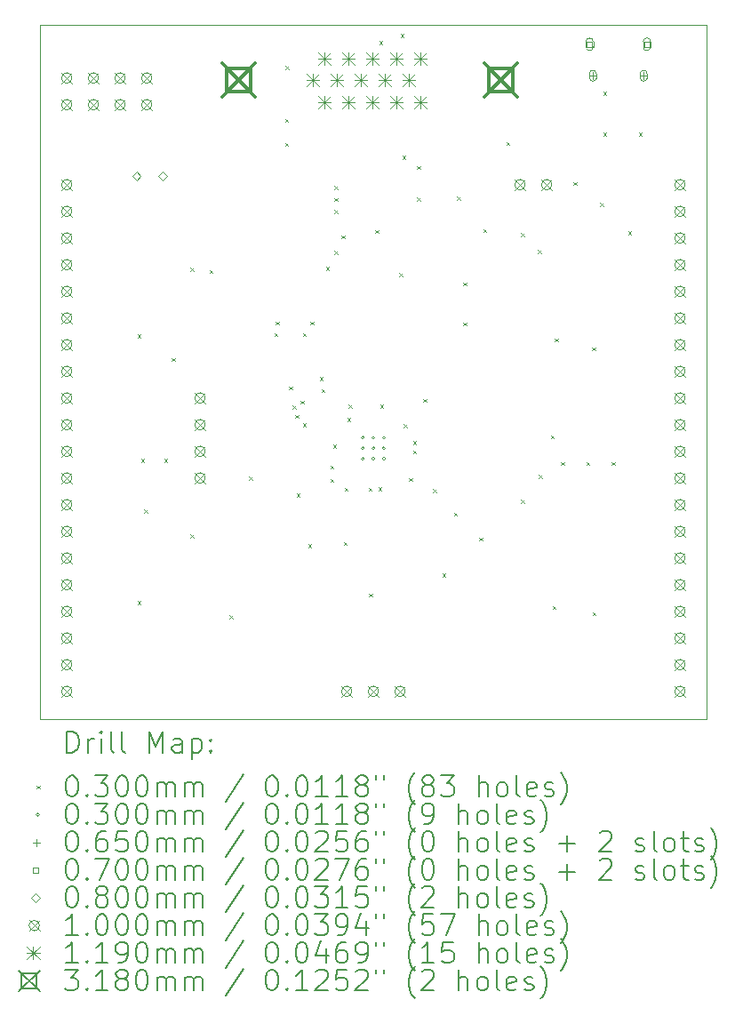
<source format=gbr>
%TF.GenerationSoftware,KiCad,Pcbnew,9.0.1*%
%TF.CreationDate,2025-04-14T17:51:52+10:00*%
%TF.ProjectId,RP2350B_LevelShift,52503233-3530-4425-9f4c-6576656c5368,rev?*%
%TF.SameCoordinates,Original*%
%TF.FileFunction,Drillmap*%
%TF.FilePolarity,Positive*%
%FSLAX45Y45*%
G04 Gerber Fmt 4.5, Leading zero omitted, Abs format (unit mm)*
G04 Created by KiCad (PCBNEW 9.0.1) date 2025-04-14 17:51:52*
%MOMM*%
%LPD*%
G01*
G04 APERTURE LIST*
%ADD10C,0.100000*%
%ADD11C,0.200000*%
%ADD12C,0.119000*%
%ADD13C,0.318000*%
G04 APERTURE END LIST*
D10*
X13462000Y-8128000D02*
X19812000Y-8128000D01*
X19812000Y-14744000D01*
X13462000Y-14744000D01*
X13462000Y-8128000D01*
D11*
D10*
X14388475Y-11078475D02*
X14418475Y-11108475D01*
X14418475Y-11078475D02*
X14388475Y-11108475D01*
X14388475Y-13618475D02*
X14418475Y-13648475D01*
X14418475Y-13618475D02*
X14388475Y-13648475D01*
X14425000Y-12265000D02*
X14455000Y-12295000D01*
X14455000Y-12265000D02*
X14425000Y-12295000D01*
X14455000Y-12745000D02*
X14485000Y-12775000D01*
X14485000Y-12745000D02*
X14455000Y-12775000D01*
X14645000Y-12265000D02*
X14675000Y-12295000D01*
X14675000Y-12265000D02*
X14645000Y-12295000D01*
X14715000Y-11305000D02*
X14745000Y-11335000D01*
X14745000Y-11305000D02*
X14715000Y-11335000D01*
X14895000Y-10445000D02*
X14925000Y-10475000D01*
X14925000Y-10445000D02*
X14895000Y-10475000D01*
X14895000Y-12985000D02*
X14925000Y-13015000D01*
X14925000Y-12985000D02*
X14895000Y-13015000D01*
X15075000Y-10465000D02*
X15105000Y-10495000D01*
X15105000Y-10465000D02*
X15075000Y-10495000D01*
X15265000Y-13755000D02*
X15295000Y-13785000D01*
X15295000Y-13755000D02*
X15265000Y-13785000D01*
X15455000Y-12435000D02*
X15485000Y-12465000D01*
X15485000Y-12435000D02*
X15455000Y-12465000D01*
X15695000Y-11065000D02*
X15725000Y-11095000D01*
X15725000Y-11065000D02*
X15695000Y-11095000D01*
X15705000Y-10955000D02*
X15735000Y-10985000D01*
X15735000Y-10955000D02*
X15705000Y-10985000D01*
X15795000Y-9025000D02*
X15825000Y-9055000D01*
X15825000Y-9025000D02*
X15795000Y-9055000D01*
X15795000Y-9255000D02*
X15825000Y-9285000D01*
X15825000Y-9255000D02*
X15795000Y-9285000D01*
X15798653Y-8522691D02*
X15828653Y-8552691D01*
X15828653Y-8522691D02*
X15798653Y-8552691D01*
X15835000Y-11575000D02*
X15865000Y-11605000D01*
X15865000Y-11575000D02*
X15835000Y-11605000D01*
X15866945Y-11756144D02*
X15896945Y-11786144D01*
X15896945Y-11756144D02*
X15866945Y-11786144D01*
X15895000Y-11845000D02*
X15925000Y-11875000D01*
X15925000Y-11845000D02*
X15895000Y-11875000D01*
X15905000Y-12595000D02*
X15935000Y-12625000D01*
X15935000Y-12595000D02*
X15905000Y-12625000D01*
X15942821Y-11707740D02*
X15972821Y-11737740D01*
X15972821Y-11707740D02*
X15942821Y-11737740D01*
X15964309Y-11926267D02*
X15994309Y-11956267D01*
X15994309Y-11926267D02*
X15964309Y-11956267D01*
X15965000Y-11065000D02*
X15995000Y-11095000D01*
X15995000Y-11065000D02*
X15965000Y-11095000D01*
X16015000Y-13075000D02*
X16045000Y-13105000D01*
X16045000Y-13075000D02*
X16015000Y-13105000D01*
X16035000Y-10955000D02*
X16065000Y-10985000D01*
X16065000Y-10955000D02*
X16035000Y-10985000D01*
X16125000Y-11485000D02*
X16155000Y-11515000D01*
X16155000Y-11485000D02*
X16125000Y-11515000D01*
X16141086Y-11600767D02*
X16171086Y-11630767D01*
X16171086Y-11600767D02*
X16141086Y-11630767D01*
X16185000Y-10435000D02*
X16215000Y-10465000D01*
X16215000Y-10435000D02*
X16185000Y-10465000D01*
X16227000Y-12327500D02*
X16257000Y-12357500D01*
X16257000Y-12327500D02*
X16227000Y-12357500D01*
X16227000Y-12453500D02*
X16257000Y-12483500D01*
X16257000Y-12453500D02*
X16227000Y-12483500D01*
X16254500Y-12126650D02*
X16284500Y-12156650D01*
X16284500Y-12126650D02*
X16254500Y-12156650D01*
X16265000Y-9665000D02*
X16295000Y-9695000D01*
X16295000Y-9665000D02*
X16265000Y-9695000D01*
X16265000Y-9780000D02*
X16295000Y-9810000D01*
X16295000Y-9780000D02*
X16265000Y-9810000D01*
X16265000Y-9895000D02*
X16295000Y-9925000D01*
X16295000Y-9895000D02*
X16265000Y-9925000D01*
X16265000Y-10285000D02*
X16295000Y-10315000D01*
X16295000Y-10285000D02*
X16265000Y-10315000D01*
X16335000Y-10135000D02*
X16365000Y-10165000D01*
X16365000Y-10135000D02*
X16335000Y-10165000D01*
X16355000Y-13055000D02*
X16385000Y-13085000D01*
X16385000Y-13055000D02*
X16355000Y-13085000D01*
X16362000Y-12538500D02*
X16392000Y-12568500D01*
X16392000Y-12538500D02*
X16362000Y-12568500D01*
X16387000Y-11873500D02*
X16417000Y-11903500D01*
X16417000Y-11873500D02*
X16387000Y-11903500D01*
X16402000Y-11748500D02*
X16432000Y-11778500D01*
X16432000Y-11748500D02*
X16402000Y-11778500D01*
X16591948Y-12538500D02*
X16621948Y-12568500D01*
X16621948Y-12538500D02*
X16591948Y-12568500D01*
X16595000Y-13545000D02*
X16625000Y-13575000D01*
X16625000Y-13545000D02*
X16595000Y-13575000D01*
X16655000Y-10085000D02*
X16685000Y-10115000D01*
X16685000Y-10085000D02*
X16655000Y-10115000D01*
X16684500Y-12536650D02*
X16714500Y-12566650D01*
X16714500Y-12536650D02*
X16684500Y-12566650D01*
X16695000Y-8285000D02*
X16725000Y-8315000D01*
X16725000Y-8285000D02*
X16695000Y-8315000D01*
X16702000Y-11748500D02*
X16732000Y-11778500D01*
X16732000Y-11748500D02*
X16702000Y-11778500D01*
X16885000Y-10495000D02*
X16915000Y-10525000D01*
X16915000Y-10495000D02*
X16885000Y-10525000D01*
X16895000Y-8215000D02*
X16925000Y-8245000D01*
X16925000Y-8215000D02*
X16895000Y-8245000D01*
X16915000Y-9375000D02*
X16945000Y-9405000D01*
X16945000Y-9375000D02*
X16915000Y-9405000D01*
X16925000Y-11935000D02*
X16955000Y-11965000D01*
X16955000Y-11935000D02*
X16925000Y-11965000D01*
X16975000Y-12445000D02*
X17005000Y-12475000D01*
X17005000Y-12445000D02*
X16975000Y-12475000D01*
X17014500Y-12093500D02*
X17044500Y-12123500D01*
X17044500Y-12093500D02*
X17014500Y-12123500D01*
X17016633Y-12184152D02*
X17046633Y-12214152D01*
X17046633Y-12184152D02*
X17016633Y-12214152D01*
X17054500Y-9776250D02*
X17084500Y-9806250D01*
X17084500Y-9776250D02*
X17054500Y-9806250D01*
X17055000Y-9475000D02*
X17085000Y-9505000D01*
X17085000Y-9475000D02*
X17055000Y-9505000D01*
X17111650Y-11693500D02*
X17141650Y-11723500D01*
X17141650Y-11693500D02*
X17111650Y-11723500D01*
X17207000Y-12552500D02*
X17237000Y-12582500D01*
X17237000Y-12552500D02*
X17207000Y-12582500D01*
X17295000Y-13355000D02*
X17325000Y-13385000D01*
X17325000Y-13355000D02*
X17295000Y-13385000D01*
X17405000Y-12775000D02*
X17435000Y-12805000D01*
X17435000Y-12775000D02*
X17405000Y-12805000D01*
X17435000Y-9765000D02*
X17465000Y-9795000D01*
X17465000Y-9765000D02*
X17435000Y-9795000D01*
X17495000Y-10585000D02*
X17525000Y-10615000D01*
X17525000Y-10585000D02*
X17495000Y-10615000D01*
X17495000Y-10965000D02*
X17525000Y-10995000D01*
X17525000Y-10965000D02*
X17495000Y-10995000D01*
X17645000Y-13015000D02*
X17675000Y-13045000D01*
X17675000Y-13015000D02*
X17645000Y-13045000D01*
X17685000Y-10076250D02*
X17715000Y-10106250D01*
X17715000Y-10076250D02*
X17685000Y-10106250D01*
X17905000Y-9245000D02*
X17935000Y-9275000D01*
X17935000Y-9245000D02*
X17905000Y-9275000D01*
X18045000Y-10115000D02*
X18075000Y-10145000D01*
X18075000Y-10115000D02*
X18045000Y-10145000D01*
X18045000Y-12655000D02*
X18075000Y-12685000D01*
X18075000Y-12655000D02*
X18045000Y-12685000D01*
X18205000Y-10275000D02*
X18235000Y-10305000D01*
X18235000Y-10275000D02*
X18205000Y-10305000D01*
X18215000Y-12418750D02*
X18245000Y-12448750D01*
X18245000Y-12418750D02*
X18215000Y-12448750D01*
X18328500Y-12038500D02*
X18358500Y-12068500D01*
X18358500Y-12038500D02*
X18328500Y-12068500D01*
X18345000Y-13665000D02*
X18375000Y-13695000D01*
X18375000Y-13665000D02*
X18345000Y-13695000D01*
X18365000Y-11115000D02*
X18395000Y-11145000D01*
X18395000Y-11115000D02*
X18365000Y-11145000D01*
X18425000Y-12295000D02*
X18455000Y-12325000D01*
X18455000Y-12295000D02*
X18425000Y-12325000D01*
X18545000Y-9625000D02*
X18575000Y-9655000D01*
X18575000Y-9625000D02*
X18545000Y-9655000D01*
X18665000Y-12295000D02*
X18695000Y-12325000D01*
X18695000Y-12295000D02*
X18665000Y-12325000D01*
X18720000Y-11200000D02*
X18750000Y-11230000D01*
X18750000Y-11200000D02*
X18720000Y-11230000D01*
X18725000Y-13725000D02*
X18755000Y-13755000D01*
X18755000Y-13725000D02*
X18725000Y-13755000D01*
X18795000Y-9825000D02*
X18825000Y-9855000D01*
X18825000Y-9825000D02*
X18795000Y-9855000D01*
X18825000Y-8768027D02*
X18855000Y-8798027D01*
X18855000Y-8768027D02*
X18825000Y-8798027D01*
X18825000Y-9155000D02*
X18855000Y-9185000D01*
X18855000Y-9155000D02*
X18825000Y-9185000D01*
X18905000Y-12295000D02*
X18935000Y-12325000D01*
X18935000Y-12295000D02*
X18905000Y-12325000D01*
X19065000Y-10095000D02*
X19095000Y-10125000D01*
X19095000Y-10095000D02*
X19065000Y-10125000D01*
X19165000Y-9155000D02*
X19195000Y-9185000D01*
X19195000Y-9155000D02*
X19165000Y-9185000D01*
X16552000Y-12062500D02*
G75*
G02*
X16522000Y-12062500I-15000J0D01*
G01*
X16522000Y-12062500D02*
G75*
G02*
X16552000Y-12062500I15000J0D01*
G01*
X16552000Y-12162500D02*
G75*
G02*
X16522000Y-12162500I-15000J0D01*
G01*
X16522000Y-12162500D02*
G75*
G02*
X16552000Y-12162500I15000J0D01*
G01*
X16552000Y-12262500D02*
G75*
G02*
X16522000Y-12262500I-15000J0D01*
G01*
X16522000Y-12262500D02*
G75*
G02*
X16552000Y-12262500I15000J0D01*
G01*
X16652000Y-12062500D02*
G75*
G02*
X16622000Y-12062500I-15000J0D01*
G01*
X16622000Y-12062500D02*
G75*
G02*
X16652000Y-12062500I15000J0D01*
G01*
X16652000Y-12162500D02*
G75*
G02*
X16622000Y-12162500I-15000J0D01*
G01*
X16622000Y-12162500D02*
G75*
G02*
X16652000Y-12162500I15000J0D01*
G01*
X16652000Y-12262500D02*
G75*
G02*
X16622000Y-12262500I-15000J0D01*
G01*
X16622000Y-12262500D02*
G75*
G02*
X16652000Y-12262500I15000J0D01*
G01*
X16752000Y-12062500D02*
G75*
G02*
X16722000Y-12062500I-15000J0D01*
G01*
X16722000Y-12062500D02*
G75*
G02*
X16752000Y-12062500I15000J0D01*
G01*
X16752000Y-12162500D02*
G75*
G02*
X16722000Y-12162500I-15000J0D01*
G01*
X16722000Y-12162500D02*
G75*
G02*
X16752000Y-12162500I15000J0D01*
G01*
X16752000Y-12262500D02*
G75*
G02*
X16722000Y-12262500I-15000J0D01*
G01*
X16722000Y-12262500D02*
G75*
G02*
X16752000Y-12262500I15000J0D01*
G01*
X18727987Y-8582555D02*
X18727987Y-8647555D01*
X18695487Y-8615055D02*
X18760487Y-8615055D01*
X18695487Y-8595055D02*
X18695487Y-8635055D01*
X18760487Y-8635055D02*
G75*
G02*
X18695487Y-8635055I-32500J0D01*
G01*
X18760487Y-8635055D02*
X18760487Y-8595055D01*
X18760487Y-8595055D02*
G75*
G03*
X18695487Y-8595055I-32500J0D01*
G01*
X19211987Y-8582555D02*
X19211987Y-8647555D01*
X19179487Y-8615055D02*
X19244487Y-8615055D01*
X19179487Y-8595055D02*
X19179487Y-8635055D01*
X19244487Y-8635055D02*
G75*
G02*
X19179487Y-8635055I-32500J0D01*
G01*
X19244487Y-8635055D02*
X19244487Y-8595055D01*
X19244487Y-8595055D02*
G75*
G03*
X19179487Y-8595055I-32500J0D01*
G01*
X18721736Y-8339803D02*
X18721736Y-8290305D01*
X18672238Y-8290305D01*
X18672238Y-8339803D01*
X18721736Y-8339803D01*
X18661987Y-8290054D02*
X18661987Y-8340054D01*
X18731987Y-8340054D02*
G75*
G02*
X18661987Y-8340054I-35000J0D01*
G01*
X18731987Y-8340054D02*
X18731987Y-8290054D01*
X18731987Y-8290054D02*
G75*
G03*
X18661987Y-8290054I-35000J0D01*
G01*
X19267736Y-8339803D02*
X19267736Y-8290305D01*
X19218238Y-8290305D01*
X19218238Y-8339803D01*
X19267736Y-8339803D01*
X19207987Y-8290054D02*
X19207987Y-8340054D01*
X19277987Y-8340054D02*
G75*
G02*
X19207987Y-8340054I-35000J0D01*
G01*
X19277987Y-8340054D02*
X19277987Y-8290054D01*
X19277987Y-8290054D02*
G75*
G03*
X19207987Y-8290054I-35000J0D01*
G01*
X14380000Y-9610000D02*
X14420000Y-9570000D01*
X14380000Y-9530000D01*
X14340000Y-9570000D01*
X14380000Y-9610000D01*
X14630000Y-9610000D02*
X14670000Y-9570000D01*
X14630000Y-9530000D01*
X14590000Y-9570000D01*
X14630000Y-9610000D01*
X13666000Y-8586000D02*
X13766000Y-8686000D01*
X13766000Y-8586000D02*
X13666000Y-8686000D01*
X13766000Y-8636000D02*
G75*
G02*
X13666000Y-8636000I-50000J0D01*
G01*
X13666000Y-8636000D02*
G75*
G02*
X13766000Y-8636000I50000J0D01*
G01*
X13666000Y-8840000D02*
X13766000Y-8940000D01*
X13766000Y-8840000D02*
X13666000Y-8940000D01*
X13766000Y-8890000D02*
G75*
G02*
X13666000Y-8890000I-50000J0D01*
G01*
X13666000Y-8890000D02*
G75*
G02*
X13766000Y-8890000I50000J0D01*
G01*
X13666000Y-9602000D02*
X13766000Y-9702000D01*
X13766000Y-9602000D02*
X13666000Y-9702000D01*
X13766000Y-9652000D02*
G75*
G02*
X13666000Y-9652000I-50000J0D01*
G01*
X13666000Y-9652000D02*
G75*
G02*
X13766000Y-9652000I50000J0D01*
G01*
X13666000Y-9856000D02*
X13766000Y-9956000D01*
X13766000Y-9856000D02*
X13666000Y-9956000D01*
X13766000Y-9906000D02*
G75*
G02*
X13666000Y-9906000I-50000J0D01*
G01*
X13666000Y-9906000D02*
G75*
G02*
X13766000Y-9906000I50000J0D01*
G01*
X13666000Y-10110000D02*
X13766000Y-10210000D01*
X13766000Y-10110000D02*
X13666000Y-10210000D01*
X13766000Y-10160000D02*
G75*
G02*
X13666000Y-10160000I-50000J0D01*
G01*
X13666000Y-10160000D02*
G75*
G02*
X13766000Y-10160000I50000J0D01*
G01*
X13666000Y-10364000D02*
X13766000Y-10464000D01*
X13766000Y-10364000D02*
X13666000Y-10464000D01*
X13766000Y-10414000D02*
G75*
G02*
X13666000Y-10414000I-50000J0D01*
G01*
X13666000Y-10414000D02*
G75*
G02*
X13766000Y-10414000I50000J0D01*
G01*
X13666000Y-10618000D02*
X13766000Y-10718000D01*
X13766000Y-10618000D02*
X13666000Y-10718000D01*
X13766000Y-10668000D02*
G75*
G02*
X13666000Y-10668000I-50000J0D01*
G01*
X13666000Y-10668000D02*
G75*
G02*
X13766000Y-10668000I50000J0D01*
G01*
X13666000Y-10872000D02*
X13766000Y-10972000D01*
X13766000Y-10872000D02*
X13666000Y-10972000D01*
X13766000Y-10922000D02*
G75*
G02*
X13666000Y-10922000I-50000J0D01*
G01*
X13666000Y-10922000D02*
G75*
G02*
X13766000Y-10922000I50000J0D01*
G01*
X13666000Y-11126000D02*
X13766000Y-11226000D01*
X13766000Y-11126000D02*
X13666000Y-11226000D01*
X13766000Y-11176000D02*
G75*
G02*
X13666000Y-11176000I-50000J0D01*
G01*
X13666000Y-11176000D02*
G75*
G02*
X13766000Y-11176000I50000J0D01*
G01*
X13666000Y-11380000D02*
X13766000Y-11480000D01*
X13766000Y-11380000D02*
X13666000Y-11480000D01*
X13766000Y-11430000D02*
G75*
G02*
X13666000Y-11430000I-50000J0D01*
G01*
X13666000Y-11430000D02*
G75*
G02*
X13766000Y-11430000I50000J0D01*
G01*
X13666000Y-11634000D02*
X13766000Y-11734000D01*
X13766000Y-11634000D02*
X13666000Y-11734000D01*
X13766000Y-11684000D02*
G75*
G02*
X13666000Y-11684000I-50000J0D01*
G01*
X13666000Y-11684000D02*
G75*
G02*
X13766000Y-11684000I50000J0D01*
G01*
X13666000Y-11888000D02*
X13766000Y-11988000D01*
X13766000Y-11888000D02*
X13666000Y-11988000D01*
X13766000Y-11938000D02*
G75*
G02*
X13666000Y-11938000I-50000J0D01*
G01*
X13666000Y-11938000D02*
G75*
G02*
X13766000Y-11938000I50000J0D01*
G01*
X13666000Y-12142000D02*
X13766000Y-12242000D01*
X13766000Y-12142000D02*
X13666000Y-12242000D01*
X13766000Y-12192000D02*
G75*
G02*
X13666000Y-12192000I-50000J0D01*
G01*
X13666000Y-12192000D02*
G75*
G02*
X13766000Y-12192000I50000J0D01*
G01*
X13666000Y-12396000D02*
X13766000Y-12496000D01*
X13766000Y-12396000D02*
X13666000Y-12496000D01*
X13766000Y-12446000D02*
G75*
G02*
X13666000Y-12446000I-50000J0D01*
G01*
X13666000Y-12446000D02*
G75*
G02*
X13766000Y-12446000I50000J0D01*
G01*
X13666000Y-12650000D02*
X13766000Y-12750000D01*
X13766000Y-12650000D02*
X13666000Y-12750000D01*
X13766000Y-12700000D02*
G75*
G02*
X13666000Y-12700000I-50000J0D01*
G01*
X13666000Y-12700000D02*
G75*
G02*
X13766000Y-12700000I50000J0D01*
G01*
X13666000Y-12904000D02*
X13766000Y-13004000D01*
X13766000Y-12904000D02*
X13666000Y-13004000D01*
X13766000Y-12954000D02*
G75*
G02*
X13666000Y-12954000I-50000J0D01*
G01*
X13666000Y-12954000D02*
G75*
G02*
X13766000Y-12954000I50000J0D01*
G01*
X13666000Y-13158000D02*
X13766000Y-13258000D01*
X13766000Y-13158000D02*
X13666000Y-13258000D01*
X13766000Y-13208000D02*
G75*
G02*
X13666000Y-13208000I-50000J0D01*
G01*
X13666000Y-13208000D02*
G75*
G02*
X13766000Y-13208000I50000J0D01*
G01*
X13666000Y-13412000D02*
X13766000Y-13512000D01*
X13766000Y-13412000D02*
X13666000Y-13512000D01*
X13766000Y-13462000D02*
G75*
G02*
X13666000Y-13462000I-50000J0D01*
G01*
X13666000Y-13462000D02*
G75*
G02*
X13766000Y-13462000I50000J0D01*
G01*
X13666000Y-13666000D02*
X13766000Y-13766000D01*
X13766000Y-13666000D02*
X13666000Y-13766000D01*
X13766000Y-13716000D02*
G75*
G02*
X13666000Y-13716000I-50000J0D01*
G01*
X13666000Y-13716000D02*
G75*
G02*
X13766000Y-13716000I50000J0D01*
G01*
X13666000Y-13920000D02*
X13766000Y-14020000D01*
X13766000Y-13920000D02*
X13666000Y-14020000D01*
X13766000Y-13970000D02*
G75*
G02*
X13666000Y-13970000I-50000J0D01*
G01*
X13666000Y-13970000D02*
G75*
G02*
X13766000Y-13970000I50000J0D01*
G01*
X13666000Y-14174000D02*
X13766000Y-14274000D01*
X13766000Y-14174000D02*
X13666000Y-14274000D01*
X13766000Y-14224000D02*
G75*
G02*
X13666000Y-14224000I-50000J0D01*
G01*
X13666000Y-14224000D02*
G75*
G02*
X13766000Y-14224000I50000J0D01*
G01*
X13666000Y-14428000D02*
X13766000Y-14528000D01*
X13766000Y-14428000D02*
X13666000Y-14528000D01*
X13766000Y-14478000D02*
G75*
G02*
X13666000Y-14478000I-50000J0D01*
G01*
X13666000Y-14478000D02*
G75*
G02*
X13766000Y-14478000I50000J0D01*
G01*
X13920000Y-8586000D02*
X14020000Y-8686000D01*
X14020000Y-8586000D02*
X13920000Y-8686000D01*
X14020000Y-8636000D02*
G75*
G02*
X13920000Y-8636000I-50000J0D01*
G01*
X13920000Y-8636000D02*
G75*
G02*
X14020000Y-8636000I50000J0D01*
G01*
X13920000Y-8840000D02*
X14020000Y-8940000D01*
X14020000Y-8840000D02*
X13920000Y-8940000D01*
X14020000Y-8890000D02*
G75*
G02*
X13920000Y-8890000I-50000J0D01*
G01*
X13920000Y-8890000D02*
G75*
G02*
X14020000Y-8890000I50000J0D01*
G01*
X14174000Y-8586000D02*
X14274000Y-8686000D01*
X14274000Y-8586000D02*
X14174000Y-8686000D01*
X14274000Y-8636000D02*
G75*
G02*
X14174000Y-8636000I-50000J0D01*
G01*
X14174000Y-8636000D02*
G75*
G02*
X14274000Y-8636000I50000J0D01*
G01*
X14174000Y-8840000D02*
X14274000Y-8940000D01*
X14274000Y-8840000D02*
X14174000Y-8940000D01*
X14274000Y-8890000D02*
G75*
G02*
X14174000Y-8890000I-50000J0D01*
G01*
X14174000Y-8890000D02*
G75*
G02*
X14274000Y-8890000I50000J0D01*
G01*
X14428000Y-8586000D02*
X14528000Y-8686000D01*
X14528000Y-8586000D02*
X14428000Y-8686000D01*
X14528000Y-8636000D02*
G75*
G02*
X14428000Y-8636000I-50000J0D01*
G01*
X14428000Y-8636000D02*
G75*
G02*
X14528000Y-8636000I50000J0D01*
G01*
X14428000Y-8840000D02*
X14528000Y-8940000D01*
X14528000Y-8840000D02*
X14428000Y-8940000D01*
X14528000Y-8890000D02*
G75*
G02*
X14428000Y-8890000I-50000J0D01*
G01*
X14428000Y-8890000D02*
G75*
G02*
X14528000Y-8890000I50000J0D01*
G01*
X14936000Y-11634000D02*
X15036000Y-11734000D01*
X15036000Y-11634000D02*
X14936000Y-11734000D01*
X15036000Y-11684000D02*
G75*
G02*
X14936000Y-11684000I-50000J0D01*
G01*
X14936000Y-11684000D02*
G75*
G02*
X15036000Y-11684000I50000J0D01*
G01*
X14936000Y-11888000D02*
X15036000Y-11988000D01*
X15036000Y-11888000D02*
X14936000Y-11988000D01*
X15036000Y-11938000D02*
G75*
G02*
X14936000Y-11938000I-50000J0D01*
G01*
X14936000Y-11938000D02*
G75*
G02*
X15036000Y-11938000I50000J0D01*
G01*
X14936000Y-12142000D02*
X15036000Y-12242000D01*
X15036000Y-12142000D02*
X14936000Y-12242000D01*
X15036000Y-12192000D02*
G75*
G02*
X14936000Y-12192000I-50000J0D01*
G01*
X14936000Y-12192000D02*
G75*
G02*
X15036000Y-12192000I50000J0D01*
G01*
X14936000Y-12396000D02*
X15036000Y-12496000D01*
X15036000Y-12396000D02*
X14936000Y-12496000D01*
X15036000Y-12446000D02*
G75*
G02*
X14936000Y-12446000I-50000J0D01*
G01*
X14936000Y-12446000D02*
G75*
G02*
X15036000Y-12446000I50000J0D01*
G01*
X16333000Y-14428000D02*
X16433000Y-14528000D01*
X16433000Y-14428000D02*
X16333000Y-14528000D01*
X16433000Y-14478000D02*
G75*
G02*
X16333000Y-14478000I-50000J0D01*
G01*
X16333000Y-14478000D02*
G75*
G02*
X16433000Y-14478000I50000J0D01*
G01*
X16587000Y-14428000D02*
X16687000Y-14528000D01*
X16687000Y-14428000D02*
X16587000Y-14528000D01*
X16687000Y-14478000D02*
G75*
G02*
X16587000Y-14478000I-50000J0D01*
G01*
X16587000Y-14478000D02*
G75*
G02*
X16687000Y-14478000I50000J0D01*
G01*
X16841000Y-14428000D02*
X16941000Y-14528000D01*
X16941000Y-14428000D02*
X16841000Y-14528000D01*
X16941000Y-14478000D02*
G75*
G02*
X16841000Y-14478000I-50000J0D01*
G01*
X16841000Y-14478000D02*
G75*
G02*
X16941000Y-14478000I50000J0D01*
G01*
X17984000Y-9602000D02*
X18084000Y-9702000D01*
X18084000Y-9602000D02*
X17984000Y-9702000D01*
X18084000Y-9652000D02*
G75*
G02*
X17984000Y-9652000I-50000J0D01*
G01*
X17984000Y-9652000D02*
G75*
G02*
X18084000Y-9652000I50000J0D01*
G01*
X18238000Y-9602000D02*
X18338000Y-9702000D01*
X18338000Y-9602000D02*
X18238000Y-9702000D01*
X18338000Y-9652000D02*
G75*
G02*
X18238000Y-9652000I-50000J0D01*
G01*
X18238000Y-9652000D02*
G75*
G02*
X18338000Y-9652000I50000J0D01*
G01*
X19508000Y-9602000D02*
X19608000Y-9702000D01*
X19608000Y-9602000D02*
X19508000Y-9702000D01*
X19608000Y-9652000D02*
G75*
G02*
X19508000Y-9652000I-50000J0D01*
G01*
X19508000Y-9652000D02*
G75*
G02*
X19608000Y-9652000I50000J0D01*
G01*
X19508000Y-9856000D02*
X19608000Y-9956000D01*
X19608000Y-9856000D02*
X19508000Y-9956000D01*
X19608000Y-9906000D02*
G75*
G02*
X19508000Y-9906000I-50000J0D01*
G01*
X19508000Y-9906000D02*
G75*
G02*
X19608000Y-9906000I50000J0D01*
G01*
X19508000Y-10110000D02*
X19608000Y-10210000D01*
X19608000Y-10110000D02*
X19508000Y-10210000D01*
X19608000Y-10160000D02*
G75*
G02*
X19508000Y-10160000I-50000J0D01*
G01*
X19508000Y-10160000D02*
G75*
G02*
X19608000Y-10160000I50000J0D01*
G01*
X19508000Y-10364000D02*
X19608000Y-10464000D01*
X19608000Y-10364000D02*
X19508000Y-10464000D01*
X19608000Y-10414000D02*
G75*
G02*
X19508000Y-10414000I-50000J0D01*
G01*
X19508000Y-10414000D02*
G75*
G02*
X19608000Y-10414000I50000J0D01*
G01*
X19508000Y-10618000D02*
X19608000Y-10718000D01*
X19608000Y-10618000D02*
X19508000Y-10718000D01*
X19608000Y-10668000D02*
G75*
G02*
X19508000Y-10668000I-50000J0D01*
G01*
X19508000Y-10668000D02*
G75*
G02*
X19608000Y-10668000I50000J0D01*
G01*
X19508000Y-10872000D02*
X19608000Y-10972000D01*
X19608000Y-10872000D02*
X19508000Y-10972000D01*
X19608000Y-10922000D02*
G75*
G02*
X19508000Y-10922000I-50000J0D01*
G01*
X19508000Y-10922000D02*
G75*
G02*
X19608000Y-10922000I50000J0D01*
G01*
X19508000Y-11126000D02*
X19608000Y-11226000D01*
X19608000Y-11126000D02*
X19508000Y-11226000D01*
X19608000Y-11176000D02*
G75*
G02*
X19508000Y-11176000I-50000J0D01*
G01*
X19508000Y-11176000D02*
G75*
G02*
X19608000Y-11176000I50000J0D01*
G01*
X19508000Y-11380000D02*
X19608000Y-11480000D01*
X19608000Y-11380000D02*
X19508000Y-11480000D01*
X19608000Y-11430000D02*
G75*
G02*
X19508000Y-11430000I-50000J0D01*
G01*
X19508000Y-11430000D02*
G75*
G02*
X19608000Y-11430000I50000J0D01*
G01*
X19508000Y-11634000D02*
X19608000Y-11734000D01*
X19608000Y-11634000D02*
X19508000Y-11734000D01*
X19608000Y-11684000D02*
G75*
G02*
X19508000Y-11684000I-50000J0D01*
G01*
X19508000Y-11684000D02*
G75*
G02*
X19608000Y-11684000I50000J0D01*
G01*
X19508000Y-11888000D02*
X19608000Y-11988000D01*
X19608000Y-11888000D02*
X19508000Y-11988000D01*
X19608000Y-11938000D02*
G75*
G02*
X19508000Y-11938000I-50000J0D01*
G01*
X19508000Y-11938000D02*
G75*
G02*
X19608000Y-11938000I50000J0D01*
G01*
X19508000Y-12142000D02*
X19608000Y-12242000D01*
X19608000Y-12142000D02*
X19508000Y-12242000D01*
X19608000Y-12192000D02*
G75*
G02*
X19508000Y-12192000I-50000J0D01*
G01*
X19508000Y-12192000D02*
G75*
G02*
X19608000Y-12192000I50000J0D01*
G01*
X19508000Y-12396000D02*
X19608000Y-12496000D01*
X19608000Y-12396000D02*
X19508000Y-12496000D01*
X19608000Y-12446000D02*
G75*
G02*
X19508000Y-12446000I-50000J0D01*
G01*
X19508000Y-12446000D02*
G75*
G02*
X19608000Y-12446000I50000J0D01*
G01*
X19508000Y-12650000D02*
X19608000Y-12750000D01*
X19608000Y-12650000D02*
X19508000Y-12750000D01*
X19608000Y-12700000D02*
G75*
G02*
X19508000Y-12700000I-50000J0D01*
G01*
X19508000Y-12700000D02*
G75*
G02*
X19608000Y-12700000I50000J0D01*
G01*
X19508000Y-12904000D02*
X19608000Y-13004000D01*
X19608000Y-12904000D02*
X19508000Y-13004000D01*
X19608000Y-12954000D02*
G75*
G02*
X19508000Y-12954000I-50000J0D01*
G01*
X19508000Y-12954000D02*
G75*
G02*
X19608000Y-12954000I50000J0D01*
G01*
X19508000Y-13158000D02*
X19608000Y-13258000D01*
X19608000Y-13158000D02*
X19508000Y-13258000D01*
X19608000Y-13208000D02*
G75*
G02*
X19508000Y-13208000I-50000J0D01*
G01*
X19508000Y-13208000D02*
G75*
G02*
X19608000Y-13208000I50000J0D01*
G01*
X19508000Y-13412000D02*
X19608000Y-13512000D01*
X19608000Y-13412000D02*
X19508000Y-13512000D01*
X19608000Y-13462000D02*
G75*
G02*
X19508000Y-13462000I-50000J0D01*
G01*
X19508000Y-13462000D02*
G75*
G02*
X19608000Y-13462000I50000J0D01*
G01*
X19508000Y-13666000D02*
X19608000Y-13766000D01*
X19608000Y-13666000D02*
X19508000Y-13766000D01*
X19608000Y-13716000D02*
G75*
G02*
X19508000Y-13716000I-50000J0D01*
G01*
X19508000Y-13716000D02*
G75*
G02*
X19608000Y-13716000I50000J0D01*
G01*
X19508000Y-13920000D02*
X19608000Y-14020000D01*
X19608000Y-13920000D02*
X19508000Y-14020000D01*
X19608000Y-13970000D02*
G75*
G02*
X19508000Y-13970000I-50000J0D01*
G01*
X19508000Y-13970000D02*
G75*
G02*
X19608000Y-13970000I50000J0D01*
G01*
X19508000Y-14174000D02*
X19608000Y-14274000D01*
X19608000Y-14174000D02*
X19508000Y-14274000D01*
X19608000Y-14224000D02*
G75*
G02*
X19508000Y-14224000I-50000J0D01*
G01*
X19508000Y-14224000D02*
G75*
G02*
X19608000Y-14224000I50000J0D01*
G01*
X19508000Y-14428000D02*
X19608000Y-14528000D01*
X19608000Y-14428000D02*
X19508000Y-14528000D01*
X19608000Y-14478000D02*
G75*
G02*
X19508000Y-14478000I-50000J0D01*
G01*
X19508000Y-14478000D02*
G75*
G02*
X19608000Y-14478000I50000J0D01*
G01*
D12*
X15998243Y-8597000D02*
X16117243Y-8716000D01*
X16117243Y-8597000D02*
X15998243Y-8716000D01*
X16057743Y-8597000D02*
X16057743Y-8716000D01*
X15998243Y-8656500D02*
X16117243Y-8656500D01*
X16112243Y-8389000D02*
X16231243Y-8508000D01*
X16231243Y-8389000D02*
X16112243Y-8508000D01*
X16171743Y-8389000D02*
X16171743Y-8508000D01*
X16112243Y-8448500D02*
X16231243Y-8448500D01*
X16112243Y-8807000D02*
X16231243Y-8926000D01*
X16231243Y-8807000D02*
X16112243Y-8926000D01*
X16171743Y-8807000D02*
X16171743Y-8926000D01*
X16112243Y-8866500D02*
X16231243Y-8866500D01*
X16227243Y-8597000D02*
X16346243Y-8716000D01*
X16346243Y-8597000D02*
X16227243Y-8716000D01*
X16286743Y-8597000D02*
X16286743Y-8716000D01*
X16227243Y-8656500D02*
X16346243Y-8656500D01*
X16341243Y-8389000D02*
X16460243Y-8508000D01*
X16460243Y-8389000D02*
X16341243Y-8508000D01*
X16400743Y-8389000D02*
X16400743Y-8508000D01*
X16341243Y-8448500D02*
X16460243Y-8448500D01*
X16341243Y-8807000D02*
X16460243Y-8926000D01*
X16460243Y-8807000D02*
X16341243Y-8926000D01*
X16400743Y-8807000D02*
X16400743Y-8926000D01*
X16341243Y-8866500D02*
X16460243Y-8866500D01*
X16456243Y-8597000D02*
X16575243Y-8716000D01*
X16575243Y-8597000D02*
X16456243Y-8716000D01*
X16515743Y-8597000D02*
X16515743Y-8716000D01*
X16456243Y-8656500D02*
X16575243Y-8656500D01*
X16570243Y-8389000D02*
X16689243Y-8508000D01*
X16689243Y-8389000D02*
X16570243Y-8508000D01*
X16629743Y-8389000D02*
X16629743Y-8508000D01*
X16570243Y-8448500D02*
X16689243Y-8448500D01*
X16570243Y-8807000D02*
X16689243Y-8926000D01*
X16689243Y-8807000D02*
X16570243Y-8926000D01*
X16629743Y-8807000D02*
X16629743Y-8926000D01*
X16570243Y-8866500D02*
X16689243Y-8866500D01*
X16685243Y-8597000D02*
X16804243Y-8716000D01*
X16804243Y-8597000D02*
X16685243Y-8716000D01*
X16744743Y-8597000D02*
X16744743Y-8716000D01*
X16685243Y-8656500D02*
X16804243Y-8656500D01*
X16799243Y-8389000D02*
X16918243Y-8508000D01*
X16918243Y-8389000D02*
X16799243Y-8508000D01*
X16858743Y-8389000D02*
X16858743Y-8508000D01*
X16799243Y-8448500D02*
X16918243Y-8448500D01*
X16799243Y-8807000D02*
X16918243Y-8926000D01*
X16918243Y-8807000D02*
X16799243Y-8926000D01*
X16858743Y-8807000D02*
X16858743Y-8926000D01*
X16799243Y-8866500D02*
X16918243Y-8866500D01*
X16914243Y-8597000D02*
X17033243Y-8716000D01*
X17033243Y-8597000D02*
X16914243Y-8716000D01*
X16973743Y-8597000D02*
X16973743Y-8716000D01*
X16914243Y-8656500D02*
X17033243Y-8656500D01*
X17028243Y-8389000D02*
X17147243Y-8508000D01*
X17147243Y-8389000D02*
X17028243Y-8508000D01*
X17087743Y-8389000D02*
X17087743Y-8508000D01*
X17028243Y-8448500D02*
X17147243Y-8448500D01*
X17028243Y-8807000D02*
X17147243Y-8926000D01*
X17147243Y-8807000D02*
X17028243Y-8926000D01*
X17087743Y-8807000D02*
X17087743Y-8926000D01*
X17028243Y-8866500D02*
X17147243Y-8866500D01*
D13*
X15194743Y-8497500D02*
X15512743Y-8815500D01*
X15512743Y-8497500D02*
X15194743Y-8815500D01*
X15466174Y-8768931D02*
X15466174Y-8544069D01*
X15241312Y-8544069D01*
X15241312Y-8768931D01*
X15466174Y-8768931D01*
X17693743Y-8497500D02*
X18011743Y-8815500D01*
X18011743Y-8497500D02*
X17693743Y-8815500D01*
X17965174Y-8768931D02*
X17965174Y-8544069D01*
X17740312Y-8544069D01*
X17740312Y-8768931D01*
X17965174Y-8768931D01*
D11*
X13717777Y-15060484D02*
X13717777Y-14860484D01*
X13717777Y-14860484D02*
X13765396Y-14860484D01*
X13765396Y-14860484D02*
X13793967Y-14870008D01*
X13793967Y-14870008D02*
X13813015Y-14889055D01*
X13813015Y-14889055D02*
X13822539Y-14908103D01*
X13822539Y-14908103D02*
X13832062Y-14946198D01*
X13832062Y-14946198D02*
X13832062Y-14974769D01*
X13832062Y-14974769D02*
X13822539Y-15012865D01*
X13822539Y-15012865D02*
X13813015Y-15031912D01*
X13813015Y-15031912D02*
X13793967Y-15050960D01*
X13793967Y-15050960D02*
X13765396Y-15060484D01*
X13765396Y-15060484D02*
X13717777Y-15060484D01*
X13917777Y-15060484D02*
X13917777Y-14927150D01*
X13917777Y-14965246D02*
X13927301Y-14946198D01*
X13927301Y-14946198D02*
X13936824Y-14936674D01*
X13936824Y-14936674D02*
X13955872Y-14927150D01*
X13955872Y-14927150D02*
X13974920Y-14927150D01*
X14041586Y-15060484D02*
X14041586Y-14927150D01*
X14041586Y-14860484D02*
X14032062Y-14870008D01*
X14032062Y-14870008D02*
X14041586Y-14879531D01*
X14041586Y-14879531D02*
X14051110Y-14870008D01*
X14051110Y-14870008D02*
X14041586Y-14860484D01*
X14041586Y-14860484D02*
X14041586Y-14879531D01*
X14165396Y-15060484D02*
X14146348Y-15050960D01*
X14146348Y-15050960D02*
X14136824Y-15031912D01*
X14136824Y-15031912D02*
X14136824Y-14860484D01*
X14270158Y-15060484D02*
X14251110Y-15050960D01*
X14251110Y-15050960D02*
X14241586Y-15031912D01*
X14241586Y-15031912D02*
X14241586Y-14860484D01*
X14498729Y-15060484D02*
X14498729Y-14860484D01*
X14498729Y-14860484D02*
X14565396Y-15003341D01*
X14565396Y-15003341D02*
X14632062Y-14860484D01*
X14632062Y-14860484D02*
X14632062Y-15060484D01*
X14813015Y-15060484D02*
X14813015Y-14955722D01*
X14813015Y-14955722D02*
X14803491Y-14936674D01*
X14803491Y-14936674D02*
X14784443Y-14927150D01*
X14784443Y-14927150D02*
X14746348Y-14927150D01*
X14746348Y-14927150D02*
X14727301Y-14936674D01*
X14813015Y-15050960D02*
X14793967Y-15060484D01*
X14793967Y-15060484D02*
X14746348Y-15060484D01*
X14746348Y-15060484D02*
X14727301Y-15050960D01*
X14727301Y-15050960D02*
X14717777Y-15031912D01*
X14717777Y-15031912D02*
X14717777Y-15012865D01*
X14717777Y-15012865D02*
X14727301Y-14993817D01*
X14727301Y-14993817D02*
X14746348Y-14984293D01*
X14746348Y-14984293D02*
X14793967Y-14984293D01*
X14793967Y-14984293D02*
X14813015Y-14974769D01*
X14908253Y-14927150D02*
X14908253Y-15127150D01*
X14908253Y-14936674D02*
X14927301Y-14927150D01*
X14927301Y-14927150D02*
X14965396Y-14927150D01*
X14965396Y-14927150D02*
X14984443Y-14936674D01*
X14984443Y-14936674D02*
X14993967Y-14946198D01*
X14993967Y-14946198D02*
X15003491Y-14965246D01*
X15003491Y-14965246D02*
X15003491Y-15022388D01*
X15003491Y-15022388D02*
X14993967Y-15041436D01*
X14993967Y-15041436D02*
X14984443Y-15050960D01*
X14984443Y-15050960D02*
X14965396Y-15060484D01*
X14965396Y-15060484D02*
X14927301Y-15060484D01*
X14927301Y-15060484D02*
X14908253Y-15050960D01*
X15089205Y-15041436D02*
X15098729Y-15050960D01*
X15098729Y-15050960D02*
X15089205Y-15060484D01*
X15089205Y-15060484D02*
X15079682Y-15050960D01*
X15079682Y-15050960D02*
X15089205Y-15041436D01*
X15089205Y-15041436D02*
X15089205Y-15060484D01*
X15089205Y-14936674D02*
X15098729Y-14946198D01*
X15098729Y-14946198D02*
X15089205Y-14955722D01*
X15089205Y-14955722D02*
X15079682Y-14946198D01*
X15079682Y-14946198D02*
X15089205Y-14936674D01*
X15089205Y-14936674D02*
X15089205Y-14955722D01*
D10*
X13427000Y-15374000D02*
X13457000Y-15404000D01*
X13457000Y-15374000D02*
X13427000Y-15404000D01*
D11*
X13755872Y-15280484D02*
X13774920Y-15280484D01*
X13774920Y-15280484D02*
X13793967Y-15290008D01*
X13793967Y-15290008D02*
X13803491Y-15299531D01*
X13803491Y-15299531D02*
X13813015Y-15318579D01*
X13813015Y-15318579D02*
X13822539Y-15356674D01*
X13822539Y-15356674D02*
X13822539Y-15404293D01*
X13822539Y-15404293D02*
X13813015Y-15442388D01*
X13813015Y-15442388D02*
X13803491Y-15461436D01*
X13803491Y-15461436D02*
X13793967Y-15470960D01*
X13793967Y-15470960D02*
X13774920Y-15480484D01*
X13774920Y-15480484D02*
X13755872Y-15480484D01*
X13755872Y-15480484D02*
X13736824Y-15470960D01*
X13736824Y-15470960D02*
X13727301Y-15461436D01*
X13727301Y-15461436D02*
X13717777Y-15442388D01*
X13717777Y-15442388D02*
X13708253Y-15404293D01*
X13708253Y-15404293D02*
X13708253Y-15356674D01*
X13708253Y-15356674D02*
X13717777Y-15318579D01*
X13717777Y-15318579D02*
X13727301Y-15299531D01*
X13727301Y-15299531D02*
X13736824Y-15290008D01*
X13736824Y-15290008D02*
X13755872Y-15280484D01*
X13908253Y-15461436D02*
X13917777Y-15470960D01*
X13917777Y-15470960D02*
X13908253Y-15480484D01*
X13908253Y-15480484D02*
X13898729Y-15470960D01*
X13898729Y-15470960D02*
X13908253Y-15461436D01*
X13908253Y-15461436D02*
X13908253Y-15480484D01*
X13984443Y-15280484D02*
X14108253Y-15280484D01*
X14108253Y-15280484D02*
X14041586Y-15356674D01*
X14041586Y-15356674D02*
X14070158Y-15356674D01*
X14070158Y-15356674D02*
X14089205Y-15366198D01*
X14089205Y-15366198D02*
X14098729Y-15375722D01*
X14098729Y-15375722D02*
X14108253Y-15394769D01*
X14108253Y-15394769D02*
X14108253Y-15442388D01*
X14108253Y-15442388D02*
X14098729Y-15461436D01*
X14098729Y-15461436D02*
X14089205Y-15470960D01*
X14089205Y-15470960D02*
X14070158Y-15480484D01*
X14070158Y-15480484D02*
X14013015Y-15480484D01*
X14013015Y-15480484D02*
X13993967Y-15470960D01*
X13993967Y-15470960D02*
X13984443Y-15461436D01*
X14232062Y-15280484D02*
X14251110Y-15280484D01*
X14251110Y-15280484D02*
X14270158Y-15290008D01*
X14270158Y-15290008D02*
X14279682Y-15299531D01*
X14279682Y-15299531D02*
X14289205Y-15318579D01*
X14289205Y-15318579D02*
X14298729Y-15356674D01*
X14298729Y-15356674D02*
X14298729Y-15404293D01*
X14298729Y-15404293D02*
X14289205Y-15442388D01*
X14289205Y-15442388D02*
X14279682Y-15461436D01*
X14279682Y-15461436D02*
X14270158Y-15470960D01*
X14270158Y-15470960D02*
X14251110Y-15480484D01*
X14251110Y-15480484D02*
X14232062Y-15480484D01*
X14232062Y-15480484D02*
X14213015Y-15470960D01*
X14213015Y-15470960D02*
X14203491Y-15461436D01*
X14203491Y-15461436D02*
X14193967Y-15442388D01*
X14193967Y-15442388D02*
X14184443Y-15404293D01*
X14184443Y-15404293D02*
X14184443Y-15356674D01*
X14184443Y-15356674D02*
X14193967Y-15318579D01*
X14193967Y-15318579D02*
X14203491Y-15299531D01*
X14203491Y-15299531D02*
X14213015Y-15290008D01*
X14213015Y-15290008D02*
X14232062Y-15280484D01*
X14422539Y-15280484D02*
X14441586Y-15280484D01*
X14441586Y-15280484D02*
X14460634Y-15290008D01*
X14460634Y-15290008D02*
X14470158Y-15299531D01*
X14470158Y-15299531D02*
X14479682Y-15318579D01*
X14479682Y-15318579D02*
X14489205Y-15356674D01*
X14489205Y-15356674D02*
X14489205Y-15404293D01*
X14489205Y-15404293D02*
X14479682Y-15442388D01*
X14479682Y-15442388D02*
X14470158Y-15461436D01*
X14470158Y-15461436D02*
X14460634Y-15470960D01*
X14460634Y-15470960D02*
X14441586Y-15480484D01*
X14441586Y-15480484D02*
X14422539Y-15480484D01*
X14422539Y-15480484D02*
X14403491Y-15470960D01*
X14403491Y-15470960D02*
X14393967Y-15461436D01*
X14393967Y-15461436D02*
X14384443Y-15442388D01*
X14384443Y-15442388D02*
X14374920Y-15404293D01*
X14374920Y-15404293D02*
X14374920Y-15356674D01*
X14374920Y-15356674D02*
X14384443Y-15318579D01*
X14384443Y-15318579D02*
X14393967Y-15299531D01*
X14393967Y-15299531D02*
X14403491Y-15290008D01*
X14403491Y-15290008D02*
X14422539Y-15280484D01*
X14574920Y-15480484D02*
X14574920Y-15347150D01*
X14574920Y-15366198D02*
X14584443Y-15356674D01*
X14584443Y-15356674D02*
X14603491Y-15347150D01*
X14603491Y-15347150D02*
X14632063Y-15347150D01*
X14632063Y-15347150D02*
X14651110Y-15356674D01*
X14651110Y-15356674D02*
X14660634Y-15375722D01*
X14660634Y-15375722D02*
X14660634Y-15480484D01*
X14660634Y-15375722D02*
X14670158Y-15356674D01*
X14670158Y-15356674D02*
X14689205Y-15347150D01*
X14689205Y-15347150D02*
X14717777Y-15347150D01*
X14717777Y-15347150D02*
X14736824Y-15356674D01*
X14736824Y-15356674D02*
X14746348Y-15375722D01*
X14746348Y-15375722D02*
X14746348Y-15480484D01*
X14841586Y-15480484D02*
X14841586Y-15347150D01*
X14841586Y-15366198D02*
X14851110Y-15356674D01*
X14851110Y-15356674D02*
X14870158Y-15347150D01*
X14870158Y-15347150D02*
X14898729Y-15347150D01*
X14898729Y-15347150D02*
X14917777Y-15356674D01*
X14917777Y-15356674D02*
X14927301Y-15375722D01*
X14927301Y-15375722D02*
X14927301Y-15480484D01*
X14927301Y-15375722D02*
X14936824Y-15356674D01*
X14936824Y-15356674D02*
X14955872Y-15347150D01*
X14955872Y-15347150D02*
X14984443Y-15347150D01*
X14984443Y-15347150D02*
X15003491Y-15356674D01*
X15003491Y-15356674D02*
X15013015Y-15375722D01*
X15013015Y-15375722D02*
X15013015Y-15480484D01*
X15403491Y-15270960D02*
X15232063Y-15528103D01*
X15660634Y-15280484D02*
X15679682Y-15280484D01*
X15679682Y-15280484D02*
X15698729Y-15290008D01*
X15698729Y-15290008D02*
X15708253Y-15299531D01*
X15708253Y-15299531D02*
X15717777Y-15318579D01*
X15717777Y-15318579D02*
X15727301Y-15356674D01*
X15727301Y-15356674D02*
X15727301Y-15404293D01*
X15727301Y-15404293D02*
X15717777Y-15442388D01*
X15717777Y-15442388D02*
X15708253Y-15461436D01*
X15708253Y-15461436D02*
X15698729Y-15470960D01*
X15698729Y-15470960D02*
X15679682Y-15480484D01*
X15679682Y-15480484D02*
X15660634Y-15480484D01*
X15660634Y-15480484D02*
X15641586Y-15470960D01*
X15641586Y-15470960D02*
X15632063Y-15461436D01*
X15632063Y-15461436D02*
X15622539Y-15442388D01*
X15622539Y-15442388D02*
X15613015Y-15404293D01*
X15613015Y-15404293D02*
X15613015Y-15356674D01*
X15613015Y-15356674D02*
X15622539Y-15318579D01*
X15622539Y-15318579D02*
X15632063Y-15299531D01*
X15632063Y-15299531D02*
X15641586Y-15290008D01*
X15641586Y-15290008D02*
X15660634Y-15280484D01*
X15813015Y-15461436D02*
X15822539Y-15470960D01*
X15822539Y-15470960D02*
X15813015Y-15480484D01*
X15813015Y-15480484D02*
X15803491Y-15470960D01*
X15803491Y-15470960D02*
X15813015Y-15461436D01*
X15813015Y-15461436D02*
X15813015Y-15480484D01*
X15946348Y-15280484D02*
X15965396Y-15280484D01*
X15965396Y-15280484D02*
X15984444Y-15290008D01*
X15984444Y-15290008D02*
X15993967Y-15299531D01*
X15993967Y-15299531D02*
X16003491Y-15318579D01*
X16003491Y-15318579D02*
X16013015Y-15356674D01*
X16013015Y-15356674D02*
X16013015Y-15404293D01*
X16013015Y-15404293D02*
X16003491Y-15442388D01*
X16003491Y-15442388D02*
X15993967Y-15461436D01*
X15993967Y-15461436D02*
X15984444Y-15470960D01*
X15984444Y-15470960D02*
X15965396Y-15480484D01*
X15965396Y-15480484D02*
X15946348Y-15480484D01*
X15946348Y-15480484D02*
X15927301Y-15470960D01*
X15927301Y-15470960D02*
X15917777Y-15461436D01*
X15917777Y-15461436D02*
X15908253Y-15442388D01*
X15908253Y-15442388D02*
X15898729Y-15404293D01*
X15898729Y-15404293D02*
X15898729Y-15356674D01*
X15898729Y-15356674D02*
X15908253Y-15318579D01*
X15908253Y-15318579D02*
X15917777Y-15299531D01*
X15917777Y-15299531D02*
X15927301Y-15290008D01*
X15927301Y-15290008D02*
X15946348Y-15280484D01*
X16203491Y-15480484D02*
X16089206Y-15480484D01*
X16146348Y-15480484D02*
X16146348Y-15280484D01*
X16146348Y-15280484D02*
X16127301Y-15309055D01*
X16127301Y-15309055D02*
X16108253Y-15328103D01*
X16108253Y-15328103D02*
X16089206Y-15337627D01*
X16393967Y-15480484D02*
X16279682Y-15480484D01*
X16336825Y-15480484D02*
X16336825Y-15280484D01*
X16336825Y-15280484D02*
X16317777Y-15309055D01*
X16317777Y-15309055D02*
X16298729Y-15328103D01*
X16298729Y-15328103D02*
X16279682Y-15337627D01*
X16508253Y-15366198D02*
X16489206Y-15356674D01*
X16489206Y-15356674D02*
X16479682Y-15347150D01*
X16479682Y-15347150D02*
X16470158Y-15328103D01*
X16470158Y-15328103D02*
X16470158Y-15318579D01*
X16470158Y-15318579D02*
X16479682Y-15299531D01*
X16479682Y-15299531D02*
X16489206Y-15290008D01*
X16489206Y-15290008D02*
X16508253Y-15280484D01*
X16508253Y-15280484D02*
X16546348Y-15280484D01*
X16546348Y-15280484D02*
X16565396Y-15290008D01*
X16565396Y-15290008D02*
X16574920Y-15299531D01*
X16574920Y-15299531D02*
X16584444Y-15318579D01*
X16584444Y-15318579D02*
X16584444Y-15328103D01*
X16584444Y-15328103D02*
X16574920Y-15347150D01*
X16574920Y-15347150D02*
X16565396Y-15356674D01*
X16565396Y-15356674D02*
X16546348Y-15366198D01*
X16546348Y-15366198D02*
X16508253Y-15366198D01*
X16508253Y-15366198D02*
X16489206Y-15375722D01*
X16489206Y-15375722D02*
X16479682Y-15385246D01*
X16479682Y-15385246D02*
X16470158Y-15404293D01*
X16470158Y-15404293D02*
X16470158Y-15442388D01*
X16470158Y-15442388D02*
X16479682Y-15461436D01*
X16479682Y-15461436D02*
X16489206Y-15470960D01*
X16489206Y-15470960D02*
X16508253Y-15480484D01*
X16508253Y-15480484D02*
X16546348Y-15480484D01*
X16546348Y-15480484D02*
X16565396Y-15470960D01*
X16565396Y-15470960D02*
X16574920Y-15461436D01*
X16574920Y-15461436D02*
X16584444Y-15442388D01*
X16584444Y-15442388D02*
X16584444Y-15404293D01*
X16584444Y-15404293D02*
X16574920Y-15385246D01*
X16574920Y-15385246D02*
X16565396Y-15375722D01*
X16565396Y-15375722D02*
X16546348Y-15366198D01*
X16660634Y-15280484D02*
X16660634Y-15318579D01*
X16736825Y-15280484D02*
X16736825Y-15318579D01*
X17032063Y-15556674D02*
X17022539Y-15547150D01*
X17022539Y-15547150D02*
X17003491Y-15518579D01*
X17003491Y-15518579D02*
X16993968Y-15499531D01*
X16993968Y-15499531D02*
X16984444Y-15470960D01*
X16984444Y-15470960D02*
X16974920Y-15423341D01*
X16974920Y-15423341D02*
X16974920Y-15385246D01*
X16974920Y-15385246D02*
X16984444Y-15337627D01*
X16984444Y-15337627D02*
X16993968Y-15309055D01*
X16993968Y-15309055D02*
X17003491Y-15290008D01*
X17003491Y-15290008D02*
X17022539Y-15261436D01*
X17022539Y-15261436D02*
X17032063Y-15251912D01*
X17136825Y-15366198D02*
X17117777Y-15356674D01*
X17117777Y-15356674D02*
X17108253Y-15347150D01*
X17108253Y-15347150D02*
X17098730Y-15328103D01*
X17098730Y-15328103D02*
X17098730Y-15318579D01*
X17098730Y-15318579D02*
X17108253Y-15299531D01*
X17108253Y-15299531D02*
X17117777Y-15290008D01*
X17117777Y-15290008D02*
X17136825Y-15280484D01*
X17136825Y-15280484D02*
X17174920Y-15280484D01*
X17174920Y-15280484D02*
X17193968Y-15290008D01*
X17193968Y-15290008D02*
X17203491Y-15299531D01*
X17203491Y-15299531D02*
X17213015Y-15318579D01*
X17213015Y-15318579D02*
X17213015Y-15328103D01*
X17213015Y-15328103D02*
X17203491Y-15347150D01*
X17203491Y-15347150D02*
X17193968Y-15356674D01*
X17193968Y-15356674D02*
X17174920Y-15366198D01*
X17174920Y-15366198D02*
X17136825Y-15366198D01*
X17136825Y-15366198D02*
X17117777Y-15375722D01*
X17117777Y-15375722D02*
X17108253Y-15385246D01*
X17108253Y-15385246D02*
X17098730Y-15404293D01*
X17098730Y-15404293D02*
X17098730Y-15442388D01*
X17098730Y-15442388D02*
X17108253Y-15461436D01*
X17108253Y-15461436D02*
X17117777Y-15470960D01*
X17117777Y-15470960D02*
X17136825Y-15480484D01*
X17136825Y-15480484D02*
X17174920Y-15480484D01*
X17174920Y-15480484D02*
X17193968Y-15470960D01*
X17193968Y-15470960D02*
X17203491Y-15461436D01*
X17203491Y-15461436D02*
X17213015Y-15442388D01*
X17213015Y-15442388D02*
X17213015Y-15404293D01*
X17213015Y-15404293D02*
X17203491Y-15385246D01*
X17203491Y-15385246D02*
X17193968Y-15375722D01*
X17193968Y-15375722D02*
X17174920Y-15366198D01*
X17279682Y-15280484D02*
X17403491Y-15280484D01*
X17403491Y-15280484D02*
X17336825Y-15356674D01*
X17336825Y-15356674D02*
X17365396Y-15356674D01*
X17365396Y-15356674D02*
X17384444Y-15366198D01*
X17384444Y-15366198D02*
X17393968Y-15375722D01*
X17393968Y-15375722D02*
X17403491Y-15394769D01*
X17403491Y-15394769D02*
X17403491Y-15442388D01*
X17403491Y-15442388D02*
X17393968Y-15461436D01*
X17393968Y-15461436D02*
X17384444Y-15470960D01*
X17384444Y-15470960D02*
X17365396Y-15480484D01*
X17365396Y-15480484D02*
X17308253Y-15480484D01*
X17308253Y-15480484D02*
X17289206Y-15470960D01*
X17289206Y-15470960D02*
X17279682Y-15461436D01*
X17641587Y-15480484D02*
X17641587Y-15280484D01*
X17727301Y-15480484D02*
X17727301Y-15375722D01*
X17727301Y-15375722D02*
X17717777Y-15356674D01*
X17717777Y-15356674D02*
X17698730Y-15347150D01*
X17698730Y-15347150D02*
X17670158Y-15347150D01*
X17670158Y-15347150D02*
X17651111Y-15356674D01*
X17651111Y-15356674D02*
X17641587Y-15366198D01*
X17851111Y-15480484D02*
X17832063Y-15470960D01*
X17832063Y-15470960D02*
X17822539Y-15461436D01*
X17822539Y-15461436D02*
X17813015Y-15442388D01*
X17813015Y-15442388D02*
X17813015Y-15385246D01*
X17813015Y-15385246D02*
X17822539Y-15366198D01*
X17822539Y-15366198D02*
X17832063Y-15356674D01*
X17832063Y-15356674D02*
X17851111Y-15347150D01*
X17851111Y-15347150D02*
X17879682Y-15347150D01*
X17879682Y-15347150D02*
X17898730Y-15356674D01*
X17898730Y-15356674D02*
X17908253Y-15366198D01*
X17908253Y-15366198D02*
X17917777Y-15385246D01*
X17917777Y-15385246D02*
X17917777Y-15442388D01*
X17917777Y-15442388D02*
X17908253Y-15461436D01*
X17908253Y-15461436D02*
X17898730Y-15470960D01*
X17898730Y-15470960D02*
X17879682Y-15480484D01*
X17879682Y-15480484D02*
X17851111Y-15480484D01*
X18032063Y-15480484D02*
X18013015Y-15470960D01*
X18013015Y-15470960D02*
X18003492Y-15451912D01*
X18003492Y-15451912D02*
X18003492Y-15280484D01*
X18184444Y-15470960D02*
X18165396Y-15480484D01*
X18165396Y-15480484D02*
X18127301Y-15480484D01*
X18127301Y-15480484D02*
X18108253Y-15470960D01*
X18108253Y-15470960D02*
X18098730Y-15451912D01*
X18098730Y-15451912D02*
X18098730Y-15375722D01*
X18098730Y-15375722D02*
X18108253Y-15356674D01*
X18108253Y-15356674D02*
X18127301Y-15347150D01*
X18127301Y-15347150D02*
X18165396Y-15347150D01*
X18165396Y-15347150D02*
X18184444Y-15356674D01*
X18184444Y-15356674D02*
X18193968Y-15375722D01*
X18193968Y-15375722D02*
X18193968Y-15394769D01*
X18193968Y-15394769D02*
X18098730Y-15413817D01*
X18270158Y-15470960D02*
X18289206Y-15480484D01*
X18289206Y-15480484D02*
X18327301Y-15480484D01*
X18327301Y-15480484D02*
X18346349Y-15470960D01*
X18346349Y-15470960D02*
X18355873Y-15451912D01*
X18355873Y-15451912D02*
X18355873Y-15442388D01*
X18355873Y-15442388D02*
X18346349Y-15423341D01*
X18346349Y-15423341D02*
X18327301Y-15413817D01*
X18327301Y-15413817D02*
X18298730Y-15413817D01*
X18298730Y-15413817D02*
X18279682Y-15404293D01*
X18279682Y-15404293D02*
X18270158Y-15385246D01*
X18270158Y-15385246D02*
X18270158Y-15375722D01*
X18270158Y-15375722D02*
X18279682Y-15356674D01*
X18279682Y-15356674D02*
X18298730Y-15347150D01*
X18298730Y-15347150D02*
X18327301Y-15347150D01*
X18327301Y-15347150D02*
X18346349Y-15356674D01*
X18422539Y-15556674D02*
X18432063Y-15547150D01*
X18432063Y-15547150D02*
X18451111Y-15518579D01*
X18451111Y-15518579D02*
X18460634Y-15499531D01*
X18460634Y-15499531D02*
X18470158Y-15470960D01*
X18470158Y-15470960D02*
X18479682Y-15423341D01*
X18479682Y-15423341D02*
X18479682Y-15385246D01*
X18479682Y-15385246D02*
X18470158Y-15337627D01*
X18470158Y-15337627D02*
X18460634Y-15309055D01*
X18460634Y-15309055D02*
X18451111Y-15290008D01*
X18451111Y-15290008D02*
X18432063Y-15261436D01*
X18432063Y-15261436D02*
X18422539Y-15251912D01*
D10*
X13457000Y-15653000D02*
G75*
G02*
X13427000Y-15653000I-15000J0D01*
G01*
X13427000Y-15653000D02*
G75*
G02*
X13457000Y-15653000I15000J0D01*
G01*
D11*
X13755872Y-15544484D02*
X13774920Y-15544484D01*
X13774920Y-15544484D02*
X13793967Y-15554008D01*
X13793967Y-15554008D02*
X13803491Y-15563531D01*
X13803491Y-15563531D02*
X13813015Y-15582579D01*
X13813015Y-15582579D02*
X13822539Y-15620674D01*
X13822539Y-15620674D02*
X13822539Y-15668293D01*
X13822539Y-15668293D02*
X13813015Y-15706388D01*
X13813015Y-15706388D02*
X13803491Y-15725436D01*
X13803491Y-15725436D02*
X13793967Y-15734960D01*
X13793967Y-15734960D02*
X13774920Y-15744484D01*
X13774920Y-15744484D02*
X13755872Y-15744484D01*
X13755872Y-15744484D02*
X13736824Y-15734960D01*
X13736824Y-15734960D02*
X13727301Y-15725436D01*
X13727301Y-15725436D02*
X13717777Y-15706388D01*
X13717777Y-15706388D02*
X13708253Y-15668293D01*
X13708253Y-15668293D02*
X13708253Y-15620674D01*
X13708253Y-15620674D02*
X13717777Y-15582579D01*
X13717777Y-15582579D02*
X13727301Y-15563531D01*
X13727301Y-15563531D02*
X13736824Y-15554008D01*
X13736824Y-15554008D02*
X13755872Y-15544484D01*
X13908253Y-15725436D02*
X13917777Y-15734960D01*
X13917777Y-15734960D02*
X13908253Y-15744484D01*
X13908253Y-15744484D02*
X13898729Y-15734960D01*
X13898729Y-15734960D02*
X13908253Y-15725436D01*
X13908253Y-15725436D02*
X13908253Y-15744484D01*
X13984443Y-15544484D02*
X14108253Y-15544484D01*
X14108253Y-15544484D02*
X14041586Y-15620674D01*
X14041586Y-15620674D02*
X14070158Y-15620674D01*
X14070158Y-15620674D02*
X14089205Y-15630198D01*
X14089205Y-15630198D02*
X14098729Y-15639722D01*
X14098729Y-15639722D02*
X14108253Y-15658769D01*
X14108253Y-15658769D02*
X14108253Y-15706388D01*
X14108253Y-15706388D02*
X14098729Y-15725436D01*
X14098729Y-15725436D02*
X14089205Y-15734960D01*
X14089205Y-15734960D02*
X14070158Y-15744484D01*
X14070158Y-15744484D02*
X14013015Y-15744484D01*
X14013015Y-15744484D02*
X13993967Y-15734960D01*
X13993967Y-15734960D02*
X13984443Y-15725436D01*
X14232062Y-15544484D02*
X14251110Y-15544484D01*
X14251110Y-15544484D02*
X14270158Y-15554008D01*
X14270158Y-15554008D02*
X14279682Y-15563531D01*
X14279682Y-15563531D02*
X14289205Y-15582579D01*
X14289205Y-15582579D02*
X14298729Y-15620674D01*
X14298729Y-15620674D02*
X14298729Y-15668293D01*
X14298729Y-15668293D02*
X14289205Y-15706388D01*
X14289205Y-15706388D02*
X14279682Y-15725436D01*
X14279682Y-15725436D02*
X14270158Y-15734960D01*
X14270158Y-15734960D02*
X14251110Y-15744484D01*
X14251110Y-15744484D02*
X14232062Y-15744484D01*
X14232062Y-15744484D02*
X14213015Y-15734960D01*
X14213015Y-15734960D02*
X14203491Y-15725436D01*
X14203491Y-15725436D02*
X14193967Y-15706388D01*
X14193967Y-15706388D02*
X14184443Y-15668293D01*
X14184443Y-15668293D02*
X14184443Y-15620674D01*
X14184443Y-15620674D02*
X14193967Y-15582579D01*
X14193967Y-15582579D02*
X14203491Y-15563531D01*
X14203491Y-15563531D02*
X14213015Y-15554008D01*
X14213015Y-15554008D02*
X14232062Y-15544484D01*
X14422539Y-15544484D02*
X14441586Y-15544484D01*
X14441586Y-15544484D02*
X14460634Y-15554008D01*
X14460634Y-15554008D02*
X14470158Y-15563531D01*
X14470158Y-15563531D02*
X14479682Y-15582579D01*
X14479682Y-15582579D02*
X14489205Y-15620674D01*
X14489205Y-15620674D02*
X14489205Y-15668293D01*
X14489205Y-15668293D02*
X14479682Y-15706388D01*
X14479682Y-15706388D02*
X14470158Y-15725436D01*
X14470158Y-15725436D02*
X14460634Y-15734960D01*
X14460634Y-15734960D02*
X14441586Y-15744484D01*
X14441586Y-15744484D02*
X14422539Y-15744484D01*
X14422539Y-15744484D02*
X14403491Y-15734960D01*
X14403491Y-15734960D02*
X14393967Y-15725436D01*
X14393967Y-15725436D02*
X14384443Y-15706388D01*
X14384443Y-15706388D02*
X14374920Y-15668293D01*
X14374920Y-15668293D02*
X14374920Y-15620674D01*
X14374920Y-15620674D02*
X14384443Y-15582579D01*
X14384443Y-15582579D02*
X14393967Y-15563531D01*
X14393967Y-15563531D02*
X14403491Y-15554008D01*
X14403491Y-15554008D02*
X14422539Y-15544484D01*
X14574920Y-15744484D02*
X14574920Y-15611150D01*
X14574920Y-15630198D02*
X14584443Y-15620674D01*
X14584443Y-15620674D02*
X14603491Y-15611150D01*
X14603491Y-15611150D02*
X14632063Y-15611150D01*
X14632063Y-15611150D02*
X14651110Y-15620674D01*
X14651110Y-15620674D02*
X14660634Y-15639722D01*
X14660634Y-15639722D02*
X14660634Y-15744484D01*
X14660634Y-15639722D02*
X14670158Y-15620674D01*
X14670158Y-15620674D02*
X14689205Y-15611150D01*
X14689205Y-15611150D02*
X14717777Y-15611150D01*
X14717777Y-15611150D02*
X14736824Y-15620674D01*
X14736824Y-15620674D02*
X14746348Y-15639722D01*
X14746348Y-15639722D02*
X14746348Y-15744484D01*
X14841586Y-15744484D02*
X14841586Y-15611150D01*
X14841586Y-15630198D02*
X14851110Y-15620674D01*
X14851110Y-15620674D02*
X14870158Y-15611150D01*
X14870158Y-15611150D02*
X14898729Y-15611150D01*
X14898729Y-15611150D02*
X14917777Y-15620674D01*
X14917777Y-15620674D02*
X14927301Y-15639722D01*
X14927301Y-15639722D02*
X14927301Y-15744484D01*
X14927301Y-15639722D02*
X14936824Y-15620674D01*
X14936824Y-15620674D02*
X14955872Y-15611150D01*
X14955872Y-15611150D02*
X14984443Y-15611150D01*
X14984443Y-15611150D02*
X15003491Y-15620674D01*
X15003491Y-15620674D02*
X15013015Y-15639722D01*
X15013015Y-15639722D02*
X15013015Y-15744484D01*
X15403491Y-15534960D02*
X15232063Y-15792103D01*
X15660634Y-15544484D02*
X15679682Y-15544484D01*
X15679682Y-15544484D02*
X15698729Y-15554008D01*
X15698729Y-15554008D02*
X15708253Y-15563531D01*
X15708253Y-15563531D02*
X15717777Y-15582579D01*
X15717777Y-15582579D02*
X15727301Y-15620674D01*
X15727301Y-15620674D02*
X15727301Y-15668293D01*
X15727301Y-15668293D02*
X15717777Y-15706388D01*
X15717777Y-15706388D02*
X15708253Y-15725436D01*
X15708253Y-15725436D02*
X15698729Y-15734960D01*
X15698729Y-15734960D02*
X15679682Y-15744484D01*
X15679682Y-15744484D02*
X15660634Y-15744484D01*
X15660634Y-15744484D02*
X15641586Y-15734960D01*
X15641586Y-15734960D02*
X15632063Y-15725436D01*
X15632063Y-15725436D02*
X15622539Y-15706388D01*
X15622539Y-15706388D02*
X15613015Y-15668293D01*
X15613015Y-15668293D02*
X15613015Y-15620674D01*
X15613015Y-15620674D02*
X15622539Y-15582579D01*
X15622539Y-15582579D02*
X15632063Y-15563531D01*
X15632063Y-15563531D02*
X15641586Y-15554008D01*
X15641586Y-15554008D02*
X15660634Y-15544484D01*
X15813015Y-15725436D02*
X15822539Y-15734960D01*
X15822539Y-15734960D02*
X15813015Y-15744484D01*
X15813015Y-15744484D02*
X15803491Y-15734960D01*
X15803491Y-15734960D02*
X15813015Y-15725436D01*
X15813015Y-15725436D02*
X15813015Y-15744484D01*
X15946348Y-15544484D02*
X15965396Y-15544484D01*
X15965396Y-15544484D02*
X15984444Y-15554008D01*
X15984444Y-15554008D02*
X15993967Y-15563531D01*
X15993967Y-15563531D02*
X16003491Y-15582579D01*
X16003491Y-15582579D02*
X16013015Y-15620674D01*
X16013015Y-15620674D02*
X16013015Y-15668293D01*
X16013015Y-15668293D02*
X16003491Y-15706388D01*
X16003491Y-15706388D02*
X15993967Y-15725436D01*
X15993967Y-15725436D02*
X15984444Y-15734960D01*
X15984444Y-15734960D02*
X15965396Y-15744484D01*
X15965396Y-15744484D02*
X15946348Y-15744484D01*
X15946348Y-15744484D02*
X15927301Y-15734960D01*
X15927301Y-15734960D02*
X15917777Y-15725436D01*
X15917777Y-15725436D02*
X15908253Y-15706388D01*
X15908253Y-15706388D02*
X15898729Y-15668293D01*
X15898729Y-15668293D02*
X15898729Y-15620674D01*
X15898729Y-15620674D02*
X15908253Y-15582579D01*
X15908253Y-15582579D02*
X15917777Y-15563531D01*
X15917777Y-15563531D02*
X15927301Y-15554008D01*
X15927301Y-15554008D02*
X15946348Y-15544484D01*
X16203491Y-15744484D02*
X16089206Y-15744484D01*
X16146348Y-15744484D02*
X16146348Y-15544484D01*
X16146348Y-15544484D02*
X16127301Y-15573055D01*
X16127301Y-15573055D02*
X16108253Y-15592103D01*
X16108253Y-15592103D02*
X16089206Y-15601627D01*
X16393967Y-15744484D02*
X16279682Y-15744484D01*
X16336825Y-15744484D02*
X16336825Y-15544484D01*
X16336825Y-15544484D02*
X16317777Y-15573055D01*
X16317777Y-15573055D02*
X16298729Y-15592103D01*
X16298729Y-15592103D02*
X16279682Y-15601627D01*
X16508253Y-15630198D02*
X16489206Y-15620674D01*
X16489206Y-15620674D02*
X16479682Y-15611150D01*
X16479682Y-15611150D02*
X16470158Y-15592103D01*
X16470158Y-15592103D02*
X16470158Y-15582579D01*
X16470158Y-15582579D02*
X16479682Y-15563531D01*
X16479682Y-15563531D02*
X16489206Y-15554008D01*
X16489206Y-15554008D02*
X16508253Y-15544484D01*
X16508253Y-15544484D02*
X16546348Y-15544484D01*
X16546348Y-15544484D02*
X16565396Y-15554008D01*
X16565396Y-15554008D02*
X16574920Y-15563531D01*
X16574920Y-15563531D02*
X16584444Y-15582579D01*
X16584444Y-15582579D02*
X16584444Y-15592103D01*
X16584444Y-15592103D02*
X16574920Y-15611150D01*
X16574920Y-15611150D02*
X16565396Y-15620674D01*
X16565396Y-15620674D02*
X16546348Y-15630198D01*
X16546348Y-15630198D02*
X16508253Y-15630198D01*
X16508253Y-15630198D02*
X16489206Y-15639722D01*
X16489206Y-15639722D02*
X16479682Y-15649246D01*
X16479682Y-15649246D02*
X16470158Y-15668293D01*
X16470158Y-15668293D02*
X16470158Y-15706388D01*
X16470158Y-15706388D02*
X16479682Y-15725436D01*
X16479682Y-15725436D02*
X16489206Y-15734960D01*
X16489206Y-15734960D02*
X16508253Y-15744484D01*
X16508253Y-15744484D02*
X16546348Y-15744484D01*
X16546348Y-15744484D02*
X16565396Y-15734960D01*
X16565396Y-15734960D02*
X16574920Y-15725436D01*
X16574920Y-15725436D02*
X16584444Y-15706388D01*
X16584444Y-15706388D02*
X16584444Y-15668293D01*
X16584444Y-15668293D02*
X16574920Y-15649246D01*
X16574920Y-15649246D02*
X16565396Y-15639722D01*
X16565396Y-15639722D02*
X16546348Y-15630198D01*
X16660634Y-15544484D02*
X16660634Y-15582579D01*
X16736825Y-15544484D02*
X16736825Y-15582579D01*
X17032063Y-15820674D02*
X17022539Y-15811150D01*
X17022539Y-15811150D02*
X17003491Y-15782579D01*
X17003491Y-15782579D02*
X16993968Y-15763531D01*
X16993968Y-15763531D02*
X16984444Y-15734960D01*
X16984444Y-15734960D02*
X16974920Y-15687341D01*
X16974920Y-15687341D02*
X16974920Y-15649246D01*
X16974920Y-15649246D02*
X16984444Y-15601627D01*
X16984444Y-15601627D02*
X16993968Y-15573055D01*
X16993968Y-15573055D02*
X17003491Y-15554008D01*
X17003491Y-15554008D02*
X17022539Y-15525436D01*
X17022539Y-15525436D02*
X17032063Y-15515912D01*
X17117777Y-15744484D02*
X17155872Y-15744484D01*
X17155872Y-15744484D02*
X17174920Y-15734960D01*
X17174920Y-15734960D02*
X17184444Y-15725436D01*
X17184444Y-15725436D02*
X17203491Y-15696865D01*
X17203491Y-15696865D02*
X17213015Y-15658769D01*
X17213015Y-15658769D02*
X17213015Y-15582579D01*
X17213015Y-15582579D02*
X17203491Y-15563531D01*
X17203491Y-15563531D02*
X17193968Y-15554008D01*
X17193968Y-15554008D02*
X17174920Y-15544484D01*
X17174920Y-15544484D02*
X17136825Y-15544484D01*
X17136825Y-15544484D02*
X17117777Y-15554008D01*
X17117777Y-15554008D02*
X17108253Y-15563531D01*
X17108253Y-15563531D02*
X17098730Y-15582579D01*
X17098730Y-15582579D02*
X17098730Y-15630198D01*
X17098730Y-15630198D02*
X17108253Y-15649246D01*
X17108253Y-15649246D02*
X17117777Y-15658769D01*
X17117777Y-15658769D02*
X17136825Y-15668293D01*
X17136825Y-15668293D02*
X17174920Y-15668293D01*
X17174920Y-15668293D02*
X17193968Y-15658769D01*
X17193968Y-15658769D02*
X17203491Y-15649246D01*
X17203491Y-15649246D02*
X17213015Y-15630198D01*
X17451111Y-15744484D02*
X17451111Y-15544484D01*
X17536825Y-15744484D02*
X17536825Y-15639722D01*
X17536825Y-15639722D02*
X17527301Y-15620674D01*
X17527301Y-15620674D02*
X17508253Y-15611150D01*
X17508253Y-15611150D02*
X17479682Y-15611150D01*
X17479682Y-15611150D02*
X17460634Y-15620674D01*
X17460634Y-15620674D02*
X17451111Y-15630198D01*
X17660634Y-15744484D02*
X17641587Y-15734960D01*
X17641587Y-15734960D02*
X17632063Y-15725436D01*
X17632063Y-15725436D02*
X17622539Y-15706388D01*
X17622539Y-15706388D02*
X17622539Y-15649246D01*
X17622539Y-15649246D02*
X17632063Y-15630198D01*
X17632063Y-15630198D02*
X17641587Y-15620674D01*
X17641587Y-15620674D02*
X17660634Y-15611150D01*
X17660634Y-15611150D02*
X17689206Y-15611150D01*
X17689206Y-15611150D02*
X17708253Y-15620674D01*
X17708253Y-15620674D02*
X17717777Y-15630198D01*
X17717777Y-15630198D02*
X17727301Y-15649246D01*
X17727301Y-15649246D02*
X17727301Y-15706388D01*
X17727301Y-15706388D02*
X17717777Y-15725436D01*
X17717777Y-15725436D02*
X17708253Y-15734960D01*
X17708253Y-15734960D02*
X17689206Y-15744484D01*
X17689206Y-15744484D02*
X17660634Y-15744484D01*
X17841587Y-15744484D02*
X17822539Y-15734960D01*
X17822539Y-15734960D02*
X17813015Y-15715912D01*
X17813015Y-15715912D02*
X17813015Y-15544484D01*
X17993968Y-15734960D02*
X17974920Y-15744484D01*
X17974920Y-15744484D02*
X17936825Y-15744484D01*
X17936825Y-15744484D02*
X17917777Y-15734960D01*
X17917777Y-15734960D02*
X17908253Y-15715912D01*
X17908253Y-15715912D02*
X17908253Y-15639722D01*
X17908253Y-15639722D02*
X17917777Y-15620674D01*
X17917777Y-15620674D02*
X17936825Y-15611150D01*
X17936825Y-15611150D02*
X17974920Y-15611150D01*
X17974920Y-15611150D02*
X17993968Y-15620674D01*
X17993968Y-15620674D02*
X18003492Y-15639722D01*
X18003492Y-15639722D02*
X18003492Y-15658769D01*
X18003492Y-15658769D02*
X17908253Y-15677817D01*
X18079682Y-15734960D02*
X18098730Y-15744484D01*
X18098730Y-15744484D02*
X18136825Y-15744484D01*
X18136825Y-15744484D02*
X18155873Y-15734960D01*
X18155873Y-15734960D02*
X18165396Y-15715912D01*
X18165396Y-15715912D02*
X18165396Y-15706388D01*
X18165396Y-15706388D02*
X18155873Y-15687341D01*
X18155873Y-15687341D02*
X18136825Y-15677817D01*
X18136825Y-15677817D02*
X18108253Y-15677817D01*
X18108253Y-15677817D02*
X18089206Y-15668293D01*
X18089206Y-15668293D02*
X18079682Y-15649246D01*
X18079682Y-15649246D02*
X18079682Y-15639722D01*
X18079682Y-15639722D02*
X18089206Y-15620674D01*
X18089206Y-15620674D02*
X18108253Y-15611150D01*
X18108253Y-15611150D02*
X18136825Y-15611150D01*
X18136825Y-15611150D02*
X18155873Y-15620674D01*
X18232063Y-15820674D02*
X18241587Y-15811150D01*
X18241587Y-15811150D02*
X18260634Y-15782579D01*
X18260634Y-15782579D02*
X18270158Y-15763531D01*
X18270158Y-15763531D02*
X18279682Y-15734960D01*
X18279682Y-15734960D02*
X18289206Y-15687341D01*
X18289206Y-15687341D02*
X18289206Y-15649246D01*
X18289206Y-15649246D02*
X18279682Y-15601627D01*
X18279682Y-15601627D02*
X18270158Y-15573055D01*
X18270158Y-15573055D02*
X18260634Y-15554008D01*
X18260634Y-15554008D02*
X18241587Y-15525436D01*
X18241587Y-15525436D02*
X18232063Y-15515912D01*
D10*
X13424500Y-15884500D02*
X13424500Y-15949500D01*
X13392000Y-15917000D02*
X13457000Y-15917000D01*
D11*
X13755872Y-15808484D02*
X13774920Y-15808484D01*
X13774920Y-15808484D02*
X13793967Y-15818008D01*
X13793967Y-15818008D02*
X13803491Y-15827531D01*
X13803491Y-15827531D02*
X13813015Y-15846579D01*
X13813015Y-15846579D02*
X13822539Y-15884674D01*
X13822539Y-15884674D02*
X13822539Y-15932293D01*
X13822539Y-15932293D02*
X13813015Y-15970388D01*
X13813015Y-15970388D02*
X13803491Y-15989436D01*
X13803491Y-15989436D02*
X13793967Y-15998960D01*
X13793967Y-15998960D02*
X13774920Y-16008484D01*
X13774920Y-16008484D02*
X13755872Y-16008484D01*
X13755872Y-16008484D02*
X13736824Y-15998960D01*
X13736824Y-15998960D02*
X13727301Y-15989436D01*
X13727301Y-15989436D02*
X13717777Y-15970388D01*
X13717777Y-15970388D02*
X13708253Y-15932293D01*
X13708253Y-15932293D02*
X13708253Y-15884674D01*
X13708253Y-15884674D02*
X13717777Y-15846579D01*
X13717777Y-15846579D02*
X13727301Y-15827531D01*
X13727301Y-15827531D02*
X13736824Y-15818008D01*
X13736824Y-15818008D02*
X13755872Y-15808484D01*
X13908253Y-15989436D02*
X13917777Y-15998960D01*
X13917777Y-15998960D02*
X13908253Y-16008484D01*
X13908253Y-16008484D02*
X13898729Y-15998960D01*
X13898729Y-15998960D02*
X13908253Y-15989436D01*
X13908253Y-15989436D02*
X13908253Y-16008484D01*
X14089205Y-15808484D02*
X14051110Y-15808484D01*
X14051110Y-15808484D02*
X14032062Y-15818008D01*
X14032062Y-15818008D02*
X14022539Y-15827531D01*
X14022539Y-15827531D02*
X14003491Y-15856103D01*
X14003491Y-15856103D02*
X13993967Y-15894198D01*
X13993967Y-15894198D02*
X13993967Y-15970388D01*
X13993967Y-15970388D02*
X14003491Y-15989436D01*
X14003491Y-15989436D02*
X14013015Y-15998960D01*
X14013015Y-15998960D02*
X14032062Y-16008484D01*
X14032062Y-16008484D02*
X14070158Y-16008484D01*
X14070158Y-16008484D02*
X14089205Y-15998960D01*
X14089205Y-15998960D02*
X14098729Y-15989436D01*
X14098729Y-15989436D02*
X14108253Y-15970388D01*
X14108253Y-15970388D02*
X14108253Y-15922769D01*
X14108253Y-15922769D02*
X14098729Y-15903722D01*
X14098729Y-15903722D02*
X14089205Y-15894198D01*
X14089205Y-15894198D02*
X14070158Y-15884674D01*
X14070158Y-15884674D02*
X14032062Y-15884674D01*
X14032062Y-15884674D02*
X14013015Y-15894198D01*
X14013015Y-15894198D02*
X14003491Y-15903722D01*
X14003491Y-15903722D02*
X13993967Y-15922769D01*
X14289205Y-15808484D02*
X14193967Y-15808484D01*
X14193967Y-15808484D02*
X14184443Y-15903722D01*
X14184443Y-15903722D02*
X14193967Y-15894198D01*
X14193967Y-15894198D02*
X14213015Y-15884674D01*
X14213015Y-15884674D02*
X14260634Y-15884674D01*
X14260634Y-15884674D02*
X14279682Y-15894198D01*
X14279682Y-15894198D02*
X14289205Y-15903722D01*
X14289205Y-15903722D02*
X14298729Y-15922769D01*
X14298729Y-15922769D02*
X14298729Y-15970388D01*
X14298729Y-15970388D02*
X14289205Y-15989436D01*
X14289205Y-15989436D02*
X14279682Y-15998960D01*
X14279682Y-15998960D02*
X14260634Y-16008484D01*
X14260634Y-16008484D02*
X14213015Y-16008484D01*
X14213015Y-16008484D02*
X14193967Y-15998960D01*
X14193967Y-15998960D02*
X14184443Y-15989436D01*
X14422539Y-15808484D02*
X14441586Y-15808484D01*
X14441586Y-15808484D02*
X14460634Y-15818008D01*
X14460634Y-15818008D02*
X14470158Y-15827531D01*
X14470158Y-15827531D02*
X14479682Y-15846579D01*
X14479682Y-15846579D02*
X14489205Y-15884674D01*
X14489205Y-15884674D02*
X14489205Y-15932293D01*
X14489205Y-15932293D02*
X14479682Y-15970388D01*
X14479682Y-15970388D02*
X14470158Y-15989436D01*
X14470158Y-15989436D02*
X14460634Y-15998960D01*
X14460634Y-15998960D02*
X14441586Y-16008484D01*
X14441586Y-16008484D02*
X14422539Y-16008484D01*
X14422539Y-16008484D02*
X14403491Y-15998960D01*
X14403491Y-15998960D02*
X14393967Y-15989436D01*
X14393967Y-15989436D02*
X14384443Y-15970388D01*
X14384443Y-15970388D02*
X14374920Y-15932293D01*
X14374920Y-15932293D02*
X14374920Y-15884674D01*
X14374920Y-15884674D02*
X14384443Y-15846579D01*
X14384443Y-15846579D02*
X14393967Y-15827531D01*
X14393967Y-15827531D02*
X14403491Y-15818008D01*
X14403491Y-15818008D02*
X14422539Y-15808484D01*
X14574920Y-16008484D02*
X14574920Y-15875150D01*
X14574920Y-15894198D02*
X14584443Y-15884674D01*
X14584443Y-15884674D02*
X14603491Y-15875150D01*
X14603491Y-15875150D02*
X14632063Y-15875150D01*
X14632063Y-15875150D02*
X14651110Y-15884674D01*
X14651110Y-15884674D02*
X14660634Y-15903722D01*
X14660634Y-15903722D02*
X14660634Y-16008484D01*
X14660634Y-15903722D02*
X14670158Y-15884674D01*
X14670158Y-15884674D02*
X14689205Y-15875150D01*
X14689205Y-15875150D02*
X14717777Y-15875150D01*
X14717777Y-15875150D02*
X14736824Y-15884674D01*
X14736824Y-15884674D02*
X14746348Y-15903722D01*
X14746348Y-15903722D02*
X14746348Y-16008484D01*
X14841586Y-16008484D02*
X14841586Y-15875150D01*
X14841586Y-15894198D02*
X14851110Y-15884674D01*
X14851110Y-15884674D02*
X14870158Y-15875150D01*
X14870158Y-15875150D02*
X14898729Y-15875150D01*
X14898729Y-15875150D02*
X14917777Y-15884674D01*
X14917777Y-15884674D02*
X14927301Y-15903722D01*
X14927301Y-15903722D02*
X14927301Y-16008484D01*
X14927301Y-15903722D02*
X14936824Y-15884674D01*
X14936824Y-15884674D02*
X14955872Y-15875150D01*
X14955872Y-15875150D02*
X14984443Y-15875150D01*
X14984443Y-15875150D02*
X15003491Y-15884674D01*
X15003491Y-15884674D02*
X15013015Y-15903722D01*
X15013015Y-15903722D02*
X15013015Y-16008484D01*
X15403491Y-15798960D02*
X15232063Y-16056103D01*
X15660634Y-15808484D02*
X15679682Y-15808484D01*
X15679682Y-15808484D02*
X15698729Y-15818008D01*
X15698729Y-15818008D02*
X15708253Y-15827531D01*
X15708253Y-15827531D02*
X15717777Y-15846579D01*
X15717777Y-15846579D02*
X15727301Y-15884674D01*
X15727301Y-15884674D02*
X15727301Y-15932293D01*
X15727301Y-15932293D02*
X15717777Y-15970388D01*
X15717777Y-15970388D02*
X15708253Y-15989436D01*
X15708253Y-15989436D02*
X15698729Y-15998960D01*
X15698729Y-15998960D02*
X15679682Y-16008484D01*
X15679682Y-16008484D02*
X15660634Y-16008484D01*
X15660634Y-16008484D02*
X15641586Y-15998960D01*
X15641586Y-15998960D02*
X15632063Y-15989436D01*
X15632063Y-15989436D02*
X15622539Y-15970388D01*
X15622539Y-15970388D02*
X15613015Y-15932293D01*
X15613015Y-15932293D02*
X15613015Y-15884674D01*
X15613015Y-15884674D02*
X15622539Y-15846579D01*
X15622539Y-15846579D02*
X15632063Y-15827531D01*
X15632063Y-15827531D02*
X15641586Y-15818008D01*
X15641586Y-15818008D02*
X15660634Y-15808484D01*
X15813015Y-15989436D02*
X15822539Y-15998960D01*
X15822539Y-15998960D02*
X15813015Y-16008484D01*
X15813015Y-16008484D02*
X15803491Y-15998960D01*
X15803491Y-15998960D02*
X15813015Y-15989436D01*
X15813015Y-15989436D02*
X15813015Y-16008484D01*
X15946348Y-15808484D02*
X15965396Y-15808484D01*
X15965396Y-15808484D02*
X15984444Y-15818008D01*
X15984444Y-15818008D02*
X15993967Y-15827531D01*
X15993967Y-15827531D02*
X16003491Y-15846579D01*
X16003491Y-15846579D02*
X16013015Y-15884674D01*
X16013015Y-15884674D02*
X16013015Y-15932293D01*
X16013015Y-15932293D02*
X16003491Y-15970388D01*
X16003491Y-15970388D02*
X15993967Y-15989436D01*
X15993967Y-15989436D02*
X15984444Y-15998960D01*
X15984444Y-15998960D02*
X15965396Y-16008484D01*
X15965396Y-16008484D02*
X15946348Y-16008484D01*
X15946348Y-16008484D02*
X15927301Y-15998960D01*
X15927301Y-15998960D02*
X15917777Y-15989436D01*
X15917777Y-15989436D02*
X15908253Y-15970388D01*
X15908253Y-15970388D02*
X15898729Y-15932293D01*
X15898729Y-15932293D02*
X15898729Y-15884674D01*
X15898729Y-15884674D02*
X15908253Y-15846579D01*
X15908253Y-15846579D02*
X15917777Y-15827531D01*
X15917777Y-15827531D02*
X15927301Y-15818008D01*
X15927301Y-15818008D02*
X15946348Y-15808484D01*
X16089206Y-15827531D02*
X16098729Y-15818008D01*
X16098729Y-15818008D02*
X16117777Y-15808484D01*
X16117777Y-15808484D02*
X16165396Y-15808484D01*
X16165396Y-15808484D02*
X16184444Y-15818008D01*
X16184444Y-15818008D02*
X16193967Y-15827531D01*
X16193967Y-15827531D02*
X16203491Y-15846579D01*
X16203491Y-15846579D02*
X16203491Y-15865627D01*
X16203491Y-15865627D02*
X16193967Y-15894198D01*
X16193967Y-15894198D02*
X16079682Y-16008484D01*
X16079682Y-16008484D02*
X16203491Y-16008484D01*
X16384444Y-15808484D02*
X16289206Y-15808484D01*
X16289206Y-15808484D02*
X16279682Y-15903722D01*
X16279682Y-15903722D02*
X16289206Y-15894198D01*
X16289206Y-15894198D02*
X16308253Y-15884674D01*
X16308253Y-15884674D02*
X16355872Y-15884674D01*
X16355872Y-15884674D02*
X16374920Y-15894198D01*
X16374920Y-15894198D02*
X16384444Y-15903722D01*
X16384444Y-15903722D02*
X16393967Y-15922769D01*
X16393967Y-15922769D02*
X16393967Y-15970388D01*
X16393967Y-15970388D02*
X16384444Y-15989436D01*
X16384444Y-15989436D02*
X16374920Y-15998960D01*
X16374920Y-15998960D02*
X16355872Y-16008484D01*
X16355872Y-16008484D02*
X16308253Y-16008484D01*
X16308253Y-16008484D02*
X16289206Y-15998960D01*
X16289206Y-15998960D02*
X16279682Y-15989436D01*
X16565396Y-15808484D02*
X16527301Y-15808484D01*
X16527301Y-15808484D02*
X16508253Y-15818008D01*
X16508253Y-15818008D02*
X16498729Y-15827531D01*
X16498729Y-15827531D02*
X16479682Y-15856103D01*
X16479682Y-15856103D02*
X16470158Y-15894198D01*
X16470158Y-15894198D02*
X16470158Y-15970388D01*
X16470158Y-15970388D02*
X16479682Y-15989436D01*
X16479682Y-15989436D02*
X16489206Y-15998960D01*
X16489206Y-15998960D02*
X16508253Y-16008484D01*
X16508253Y-16008484D02*
X16546348Y-16008484D01*
X16546348Y-16008484D02*
X16565396Y-15998960D01*
X16565396Y-15998960D02*
X16574920Y-15989436D01*
X16574920Y-15989436D02*
X16584444Y-15970388D01*
X16584444Y-15970388D02*
X16584444Y-15922769D01*
X16584444Y-15922769D02*
X16574920Y-15903722D01*
X16574920Y-15903722D02*
X16565396Y-15894198D01*
X16565396Y-15894198D02*
X16546348Y-15884674D01*
X16546348Y-15884674D02*
X16508253Y-15884674D01*
X16508253Y-15884674D02*
X16489206Y-15894198D01*
X16489206Y-15894198D02*
X16479682Y-15903722D01*
X16479682Y-15903722D02*
X16470158Y-15922769D01*
X16660634Y-15808484D02*
X16660634Y-15846579D01*
X16736825Y-15808484D02*
X16736825Y-15846579D01*
X17032063Y-16084674D02*
X17022539Y-16075150D01*
X17022539Y-16075150D02*
X17003491Y-16046579D01*
X17003491Y-16046579D02*
X16993968Y-16027531D01*
X16993968Y-16027531D02*
X16984444Y-15998960D01*
X16984444Y-15998960D02*
X16974920Y-15951341D01*
X16974920Y-15951341D02*
X16974920Y-15913246D01*
X16974920Y-15913246D02*
X16984444Y-15865627D01*
X16984444Y-15865627D02*
X16993968Y-15837055D01*
X16993968Y-15837055D02*
X17003491Y-15818008D01*
X17003491Y-15818008D02*
X17022539Y-15789436D01*
X17022539Y-15789436D02*
X17032063Y-15779912D01*
X17146349Y-15808484D02*
X17165396Y-15808484D01*
X17165396Y-15808484D02*
X17184444Y-15818008D01*
X17184444Y-15818008D02*
X17193968Y-15827531D01*
X17193968Y-15827531D02*
X17203491Y-15846579D01*
X17203491Y-15846579D02*
X17213015Y-15884674D01*
X17213015Y-15884674D02*
X17213015Y-15932293D01*
X17213015Y-15932293D02*
X17203491Y-15970388D01*
X17203491Y-15970388D02*
X17193968Y-15989436D01*
X17193968Y-15989436D02*
X17184444Y-15998960D01*
X17184444Y-15998960D02*
X17165396Y-16008484D01*
X17165396Y-16008484D02*
X17146349Y-16008484D01*
X17146349Y-16008484D02*
X17127301Y-15998960D01*
X17127301Y-15998960D02*
X17117777Y-15989436D01*
X17117777Y-15989436D02*
X17108253Y-15970388D01*
X17108253Y-15970388D02*
X17098730Y-15932293D01*
X17098730Y-15932293D02*
X17098730Y-15884674D01*
X17098730Y-15884674D02*
X17108253Y-15846579D01*
X17108253Y-15846579D02*
X17117777Y-15827531D01*
X17117777Y-15827531D02*
X17127301Y-15818008D01*
X17127301Y-15818008D02*
X17146349Y-15808484D01*
X17451111Y-16008484D02*
X17451111Y-15808484D01*
X17536825Y-16008484D02*
X17536825Y-15903722D01*
X17536825Y-15903722D02*
X17527301Y-15884674D01*
X17527301Y-15884674D02*
X17508253Y-15875150D01*
X17508253Y-15875150D02*
X17479682Y-15875150D01*
X17479682Y-15875150D02*
X17460634Y-15884674D01*
X17460634Y-15884674D02*
X17451111Y-15894198D01*
X17660634Y-16008484D02*
X17641587Y-15998960D01*
X17641587Y-15998960D02*
X17632063Y-15989436D01*
X17632063Y-15989436D02*
X17622539Y-15970388D01*
X17622539Y-15970388D02*
X17622539Y-15913246D01*
X17622539Y-15913246D02*
X17632063Y-15894198D01*
X17632063Y-15894198D02*
X17641587Y-15884674D01*
X17641587Y-15884674D02*
X17660634Y-15875150D01*
X17660634Y-15875150D02*
X17689206Y-15875150D01*
X17689206Y-15875150D02*
X17708253Y-15884674D01*
X17708253Y-15884674D02*
X17717777Y-15894198D01*
X17717777Y-15894198D02*
X17727301Y-15913246D01*
X17727301Y-15913246D02*
X17727301Y-15970388D01*
X17727301Y-15970388D02*
X17717777Y-15989436D01*
X17717777Y-15989436D02*
X17708253Y-15998960D01*
X17708253Y-15998960D02*
X17689206Y-16008484D01*
X17689206Y-16008484D02*
X17660634Y-16008484D01*
X17841587Y-16008484D02*
X17822539Y-15998960D01*
X17822539Y-15998960D02*
X17813015Y-15979912D01*
X17813015Y-15979912D02*
X17813015Y-15808484D01*
X17993968Y-15998960D02*
X17974920Y-16008484D01*
X17974920Y-16008484D02*
X17936825Y-16008484D01*
X17936825Y-16008484D02*
X17917777Y-15998960D01*
X17917777Y-15998960D02*
X17908253Y-15979912D01*
X17908253Y-15979912D02*
X17908253Y-15903722D01*
X17908253Y-15903722D02*
X17917777Y-15884674D01*
X17917777Y-15884674D02*
X17936825Y-15875150D01*
X17936825Y-15875150D02*
X17974920Y-15875150D01*
X17974920Y-15875150D02*
X17993968Y-15884674D01*
X17993968Y-15884674D02*
X18003492Y-15903722D01*
X18003492Y-15903722D02*
X18003492Y-15922769D01*
X18003492Y-15922769D02*
X17908253Y-15941817D01*
X18079682Y-15998960D02*
X18098730Y-16008484D01*
X18098730Y-16008484D02*
X18136825Y-16008484D01*
X18136825Y-16008484D02*
X18155873Y-15998960D01*
X18155873Y-15998960D02*
X18165396Y-15979912D01*
X18165396Y-15979912D02*
X18165396Y-15970388D01*
X18165396Y-15970388D02*
X18155873Y-15951341D01*
X18155873Y-15951341D02*
X18136825Y-15941817D01*
X18136825Y-15941817D02*
X18108253Y-15941817D01*
X18108253Y-15941817D02*
X18089206Y-15932293D01*
X18089206Y-15932293D02*
X18079682Y-15913246D01*
X18079682Y-15913246D02*
X18079682Y-15903722D01*
X18079682Y-15903722D02*
X18089206Y-15884674D01*
X18089206Y-15884674D02*
X18108253Y-15875150D01*
X18108253Y-15875150D02*
X18136825Y-15875150D01*
X18136825Y-15875150D02*
X18155873Y-15884674D01*
X18403492Y-15932293D02*
X18555873Y-15932293D01*
X18479682Y-16008484D02*
X18479682Y-15856103D01*
X18793968Y-15827531D02*
X18803492Y-15818008D01*
X18803492Y-15818008D02*
X18822539Y-15808484D01*
X18822539Y-15808484D02*
X18870158Y-15808484D01*
X18870158Y-15808484D02*
X18889206Y-15818008D01*
X18889206Y-15818008D02*
X18898730Y-15827531D01*
X18898730Y-15827531D02*
X18908254Y-15846579D01*
X18908254Y-15846579D02*
X18908254Y-15865627D01*
X18908254Y-15865627D02*
X18898730Y-15894198D01*
X18898730Y-15894198D02*
X18784444Y-16008484D01*
X18784444Y-16008484D02*
X18908254Y-16008484D01*
X19136825Y-15998960D02*
X19155873Y-16008484D01*
X19155873Y-16008484D02*
X19193968Y-16008484D01*
X19193968Y-16008484D02*
X19213016Y-15998960D01*
X19213016Y-15998960D02*
X19222539Y-15979912D01*
X19222539Y-15979912D02*
X19222539Y-15970388D01*
X19222539Y-15970388D02*
X19213016Y-15951341D01*
X19213016Y-15951341D02*
X19193968Y-15941817D01*
X19193968Y-15941817D02*
X19165396Y-15941817D01*
X19165396Y-15941817D02*
X19146349Y-15932293D01*
X19146349Y-15932293D02*
X19136825Y-15913246D01*
X19136825Y-15913246D02*
X19136825Y-15903722D01*
X19136825Y-15903722D02*
X19146349Y-15884674D01*
X19146349Y-15884674D02*
X19165396Y-15875150D01*
X19165396Y-15875150D02*
X19193968Y-15875150D01*
X19193968Y-15875150D02*
X19213016Y-15884674D01*
X19336825Y-16008484D02*
X19317777Y-15998960D01*
X19317777Y-15998960D02*
X19308254Y-15979912D01*
X19308254Y-15979912D02*
X19308254Y-15808484D01*
X19441587Y-16008484D02*
X19422539Y-15998960D01*
X19422539Y-15998960D02*
X19413016Y-15989436D01*
X19413016Y-15989436D02*
X19403492Y-15970388D01*
X19403492Y-15970388D02*
X19403492Y-15913246D01*
X19403492Y-15913246D02*
X19413016Y-15894198D01*
X19413016Y-15894198D02*
X19422539Y-15884674D01*
X19422539Y-15884674D02*
X19441587Y-15875150D01*
X19441587Y-15875150D02*
X19470158Y-15875150D01*
X19470158Y-15875150D02*
X19489206Y-15884674D01*
X19489206Y-15884674D02*
X19498730Y-15894198D01*
X19498730Y-15894198D02*
X19508254Y-15913246D01*
X19508254Y-15913246D02*
X19508254Y-15970388D01*
X19508254Y-15970388D02*
X19498730Y-15989436D01*
X19498730Y-15989436D02*
X19489206Y-15998960D01*
X19489206Y-15998960D02*
X19470158Y-16008484D01*
X19470158Y-16008484D02*
X19441587Y-16008484D01*
X19565397Y-15875150D02*
X19641587Y-15875150D01*
X19593968Y-15808484D02*
X19593968Y-15979912D01*
X19593968Y-15979912D02*
X19603492Y-15998960D01*
X19603492Y-15998960D02*
X19622539Y-16008484D01*
X19622539Y-16008484D02*
X19641587Y-16008484D01*
X19698730Y-15998960D02*
X19717777Y-16008484D01*
X19717777Y-16008484D02*
X19755873Y-16008484D01*
X19755873Y-16008484D02*
X19774920Y-15998960D01*
X19774920Y-15998960D02*
X19784444Y-15979912D01*
X19784444Y-15979912D02*
X19784444Y-15970388D01*
X19784444Y-15970388D02*
X19774920Y-15951341D01*
X19774920Y-15951341D02*
X19755873Y-15941817D01*
X19755873Y-15941817D02*
X19727301Y-15941817D01*
X19727301Y-15941817D02*
X19708254Y-15932293D01*
X19708254Y-15932293D02*
X19698730Y-15913246D01*
X19698730Y-15913246D02*
X19698730Y-15903722D01*
X19698730Y-15903722D02*
X19708254Y-15884674D01*
X19708254Y-15884674D02*
X19727301Y-15875150D01*
X19727301Y-15875150D02*
X19755873Y-15875150D01*
X19755873Y-15875150D02*
X19774920Y-15884674D01*
X19851111Y-16084674D02*
X19860635Y-16075150D01*
X19860635Y-16075150D02*
X19879682Y-16046579D01*
X19879682Y-16046579D02*
X19889206Y-16027531D01*
X19889206Y-16027531D02*
X19898730Y-15998960D01*
X19898730Y-15998960D02*
X19908254Y-15951341D01*
X19908254Y-15951341D02*
X19908254Y-15913246D01*
X19908254Y-15913246D02*
X19898730Y-15865627D01*
X19898730Y-15865627D02*
X19889206Y-15837055D01*
X19889206Y-15837055D02*
X19879682Y-15818008D01*
X19879682Y-15818008D02*
X19860635Y-15789436D01*
X19860635Y-15789436D02*
X19851111Y-15779912D01*
D10*
X13446749Y-16205749D02*
X13446749Y-16156251D01*
X13397251Y-16156251D01*
X13397251Y-16205749D01*
X13446749Y-16205749D01*
D11*
X13755872Y-16072484D02*
X13774920Y-16072484D01*
X13774920Y-16072484D02*
X13793967Y-16082008D01*
X13793967Y-16082008D02*
X13803491Y-16091531D01*
X13803491Y-16091531D02*
X13813015Y-16110579D01*
X13813015Y-16110579D02*
X13822539Y-16148674D01*
X13822539Y-16148674D02*
X13822539Y-16196293D01*
X13822539Y-16196293D02*
X13813015Y-16234388D01*
X13813015Y-16234388D02*
X13803491Y-16253436D01*
X13803491Y-16253436D02*
X13793967Y-16262960D01*
X13793967Y-16262960D02*
X13774920Y-16272484D01*
X13774920Y-16272484D02*
X13755872Y-16272484D01*
X13755872Y-16272484D02*
X13736824Y-16262960D01*
X13736824Y-16262960D02*
X13727301Y-16253436D01*
X13727301Y-16253436D02*
X13717777Y-16234388D01*
X13717777Y-16234388D02*
X13708253Y-16196293D01*
X13708253Y-16196293D02*
X13708253Y-16148674D01*
X13708253Y-16148674D02*
X13717777Y-16110579D01*
X13717777Y-16110579D02*
X13727301Y-16091531D01*
X13727301Y-16091531D02*
X13736824Y-16082008D01*
X13736824Y-16082008D02*
X13755872Y-16072484D01*
X13908253Y-16253436D02*
X13917777Y-16262960D01*
X13917777Y-16262960D02*
X13908253Y-16272484D01*
X13908253Y-16272484D02*
X13898729Y-16262960D01*
X13898729Y-16262960D02*
X13908253Y-16253436D01*
X13908253Y-16253436D02*
X13908253Y-16272484D01*
X13984443Y-16072484D02*
X14117777Y-16072484D01*
X14117777Y-16072484D02*
X14032062Y-16272484D01*
X14232062Y-16072484D02*
X14251110Y-16072484D01*
X14251110Y-16072484D02*
X14270158Y-16082008D01*
X14270158Y-16082008D02*
X14279682Y-16091531D01*
X14279682Y-16091531D02*
X14289205Y-16110579D01*
X14289205Y-16110579D02*
X14298729Y-16148674D01*
X14298729Y-16148674D02*
X14298729Y-16196293D01*
X14298729Y-16196293D02*
X14289205Y-16234388D01*
X14289205Y-16234388D02*
X14279682Y-16253436D01*
X14279682Y-16253436D02*
X14270158Y-16262960D01*
X14270158Y-16262960D02*
X14251110Y-16272484D01*
X14251110Y-16272484D02*
X14232062Y-16272484D01*
X14232062Y-16272484D02*
X14213015Y-16262960D01*
X14213015Y-16262960D02*
X14203491Y-16253436D01*
X14203491Y-16253436D02*
X14193967Y-16234388D01*
X14193967Y-16234388D02*
X14184443Y-16196293D01*
X14184443Y-16196293D02*
X14184443Y-16148674D01*
X14184443Y-16148674D02*
X14193967Y-16110579D01*
X14193967Y-16110579D02*
X14203491Y-16091531D01*
X14203491Y-16091531D02*
X14213015Y-16082008D01*
X14213015Y-16082008D02*
X14232062Y-16072484D01*
X14422539Y-16072484D02*
X14441586Y-16072484D01*
X14441586Y-16072484D02*
X14460634Y-16082008D01*
X14460634Y-16082008D02*
X14470158Y-16091531D01*
X14470158Y-16091531D02*
X14479682Y-16110579D01*
X14479682Y-16110579D02*
X14489205Y-16148674D01*
X14489205Y-16148674D02*
X14489205Y-16196293D01*
X14489205Y-16196293D02*
X14479682Y-16234388D01*
X14479682Y-16234388D02*
X14470158Y-16253436D01*
X14470158Y-16253436D02*
X14460634Y-16262960D01*
X14460634Y-16262960D02*
X14441586Y-16272484D01*
X14441586Y-16272484D02*
X14422539Y-16272484D01*
X14422539Y-16272484D02*
X14403491Y-16262960D01*
X14403491Y-16262960D02*
X14393967Y-16253436D01*
X14393967Y-16253436D02*
X14384443Y-16234388D01*
X14384443Y-16234388D02*
X14374920Y-16196293D01*
X14374920Y-16196293D02*
X14374920Y-16148674D01*
X14374920Y-16148674D02*
X14384443Y-16110579D01*
X14384443Y-16110579D02*
X14393967Y-16091531D01*
X14393967Y-16091531D02*
X14403491Y-16082008D01*
X14403491Y-16082008D02*
X14422539Y-16072484D01*
X14574920Y-16272484D02*
X14574920Y-16139150D01*
X14574920Y-16158198D02*
X14584443Y-16148674D01*
X14584443Y-16148674D02*
X14603491Y-16139150D01*
X14603491Y-16139150D02*
X14632063Y-16139150D01*
X14632063Y-16139150D02*
X14651110Y-16148674D01*
X14651110Y-16148674D02*
X14660634Y-16167722D01*
X14660634Y-16167722D02*
X14660634Y-16272484D01*
X14660634Y-16167722D02*
X14670158Y-16148674D01*
X14670158Y-16148674D02*
X14689205Y-16139150D01*
X14689205Y-16139150D02*
X14717777Y-16139150D01*
X14717777Y-16139150D02*
X14736824Y-16148674D01*
X14736824Y-16148674D02*
X14746348Y-16167722D01*
X14746348Y-16167722D02*
X14746348Y-16272484D01*
X14841586Y-16272484D02*
X14841586Y-16139150D01*
X14841586Y-16158198D02*
X14851110Y-16148674D01*
X14851110Y-16148674D02*
X14870158Y-16139150D01*
X14870158Y-16139150D02*
X14898729Y-16139150D01*
X14898729Y-16139150D02*
X14917777Y-16148674D01*
X14917777Y-16148674D02*
X14927301Y-16167722D01*
X14927301Y-16167722D02*
X14927301Y-16272484D01*
X14927301Y-16167722D02*
X14936824Y-16148674D01*
X14936824Y-16148674D02*
X14955872Y-16139150D01*
X14955872Y-16139150D02*
X14984443Y-16139150D01*
X14984443Y-16139150D02*
X15003491Y-16148674D01*
X15003491Y-16148674D02*
X15013015Y-16167722D01*
X15013015Y-16167722D02*
X15013015Y-16272484D01*
X15403491Y-16062960D02*
X15232063Y-16320103D01*
X15660634Y-16072484D02*
X15679682Y-16072484D01*
X15679682Y-16072484D02*
X15698729Y-16082008D01*
X15698729Y-16082008D02*
X15708253Y-16091531D01*
X15708253Y-16091531D02*
X15717777Y-16110579D01*
X15717777Y-16110579D02*
X15727301Y-16148674D01*
X15727301Y-16148674D02*
X15727301Y-16196293D01*
X15727301Y-16196293D02*
X15717777Y-16234388D01*
X15717777Y-16234388D02*
X15708253Y-16253436D01*
X15708253Y-16253436D02*
X15698729Y-16262960D01*
X15698729Y-16262960D02*
X15679682Y-16272484D01*
X15679682Y-16272484D02*
X15660634Y-16272484D01*
X15660634Y-16272484D02*
X15641586Y-16262960D01*
X15641586Y-16262960D02*
X15632063Y-16253436D01*
X15632063Y-16253436D02*
X15622539Y-16234388D01*
X15622539Y-16234388D02*
X15613015Y-16196293D01*
X15613015Y-16196293D02*
X15613015Y-16148674D01*
X15613015Y-16148674D02*
X15622539Y-16110579D01*
X15622539Y-16110579D02*
X15632063Y-16091531D01*
X15632063Y-16091531D02*
X15641586Y-16082008D01*
X15641586Y-16082008D02*
X15660634Y-16072484D01*
X15813015Y-16253436D02*
X15822539Y-16262960D01*
X15822539Y-16262960D02*
X15813015Y-16272484D01*
X15813015Y-16272484D02*
X15803491Y-16262960D01*
X15803491Y-16262960D02*
X15813015Y-16253436D01*
X15813015Y-16253436D02*
X15813015Y-16272484D01*
X15946348Y-16072484D02*
X15965396Y-16072484D01*
X15965396Y-16072484D02*
X15984444Y-16082008D01*
X15984444Y-16082008D02*
X15993967Y-16091531D01*
X15993967Y-16091531D02*
X16003491Y-16110579D01*
X16003491Y-16110579D02*
X16013015Y-16148674D01*
X16013015Y-16148674D02*
X16013015Y-16196293D01*
X16013015Y-16196293D02*
X16003491Y-16234388D01*
X16003491Y-16234388D02*
X15993967Y-16253436D01*
X15993967Y-16253436D02*
X15984444Y-16262960D01*
X15984444Y-16262960D02*
X15965396Y-16272484D01*
X15965396Y-16272484D02*
X15946348Y-16272484D01*
X15946348Y-16272484D02*
X15927301Y-16262960D01*
X15927301Y-16262960D02*
X15917777Y-16253436D01*
X15917777Y-16253436D02*
X15908253Y-16234388D01*
X15908253Y-16234388D02*
X15898729Y-16196293D01*
X15898729Y-16196293D02*
X15898729Y-16148674D01*
X15898729Y-16148674D02*
X15908253Y-16110579D01*
X15908253Y-16110579D02*
X15917777Y-16091531D01*
X15917777Y-16091531D02*
X15927301Y-16082008D01*
X15927301Y-16082008D02*
X15946348Y-16072484D01*
X16089206Y-16091531D02*
X16098729Y-16082008D01*
X16098729Y-16082008D02*
X16117777Y-16072484D01*
X16117777Y-16072484D02*
X16165396Y-16072484D01*
X16165396Y-16072484D02*
X16184444Y-16082008D01*
X16184444Y-16082008D02*
X16193967Y-16091531D01*
X16193967Y-16091531D02*
X16203491Y-16110579D01*
X16203491Y-16110579D02*
X16203491Y-16129627D01*
X16203491Y-16129627D02*
X16193967Y-16158198D01*
X16193967Y-16158198D02*
X16079682Y-16272484D01*
X16079682Y-16272484D02*
X16203491Y-16272484D01*
X16270158Y-16072484D02*
X16403491Y-16072484D01*
X16403491Y-16072484D02*
X16317777Y-16272484D01*
X16565396Y-16072484D02*
X16527301Y-16072484D01*
X16527301Y-16072484D02*
X16508253Y-16082008D01*
X16508253Y-16082008D02*
X16498729Y-16091531D01*
X16498729Y-16091531D02*
X16479682Y-16120103D01*
X16479682Y-16120103D02*
X16470158Y-16158198D01*
X16470158Y-16158198D02*
X16470158Y-16234388D01*
X16470158Y-16234388D02*
X16479682Y-16253436D01*
X16479682Y-16253436D02*
X16489206Y-16262960D01*
X16489206Y-16262960D02*
X16508253Y-16272484D01*
X16508253Y-16272484D02*
X16546348Y-16272484D01*
X16546348Y-16272484D02*
X16565396Y-16262960D01*
X16565396Y-16262960D02*
X16574920Y-16253436D01*
X16574920Y-16253436D02*
X16584444Y-16234388D01*
X16584444Y-16234388D02*
X16584444Y-16186769D01*
X16584444Y-16186769D02*
X16574920Y-16167722D01*
X16574920Y-16167722D02*
X16565396Y-16158198D01*
X16565396Y-16158198D02*
X16546348Y-16148674D01*
X16546348Y-16148674D02*
X16508253Y-16148674D01*
X16508253Y-16148674D02*
X16489206Y-16158198D01*
X16489206Y-16158198D02*
X16479682Y-16167722D01*
X16479682Y-16167722D02*
X16470158Y-16186769D01*
X16660634Y-16072484D02*
X16660634Y-16110579D01*
X16736825Y-16072484D02*
X16736825Y-16110579D01*
X17032063Y-16348674D02*
X17022539Y-16339150D01*
X17022539Y-16339150D02*
X17003491Y-16310579D01*
X17003491Y-16310579D02*
X16993968Y-16291531D01*
X16993968Y-16291531D02*
X16984444Y-16262960D01*
X16984444Y-16262960D02*
X16974920Y-16215341D01*
X16974920Y-16215341D02*
X16974920Y-16177246D01*
X16974920Y-16177246D02*
X16984444Y-16129627D01*
X16984444Y-16129627D02*
X16993968Y-16101055D01*
X16993968Y-16101055D02*
X17003491Y-16082008D01*
X17003491Y-16082008D02*
X17022539Y-16053436D01*
X17022539Y-16053436D02*
X17032063Y-16043912D01*
X17146349Y-16072484D02*
X17165396Y-16072484D01*
X17165396Y-16072484D02*
X17184444Y-16082008D01*
X17184444Y-16082008D02*
X17193968Y-16091531D01*
X17193968Y-16091531D02*
X17203491Y-16110579D01*
X17203491Y-16110579D02*
X17213015Y-16148674D01*
X17213015Y-16148674D02*
X17213015Y-16196293D01*
X17213015Y-16196293D02*
X17203491Y-16234388D01*
X17203491Y-16234388D02*
X17193968Y-16253436D01*
X17193968Y-16253436D02*
X17184444Y-16262960D01*
X17184444Y-16262960D02*
X17165396Y-16272484D01*
X17165396Y-16272484D02*
X17146349Y-16272484D01*
X17146349Y-16272484D02*
X17127301Y-16262960D01*
X17127301Y-16262960D02*
X17117777Y-16253436D01*
X17117777Y-16253436D02*
X17108253Y-16234388D01*
X17108253Y-16234388D02*
X17098730Y-16196293D01*
X17098730Y-16196293D02*
X17098730Y-16148674D01*
X17098730Y-16148674D02*
X17108253Y-16110579D01*
X17108253Y-16110579D02*
X17117777Y-16091531D01*
X17117777Y-16091531D02*
X17127301Y-16082008D01*
X17127301Y-16082008D02*
X17146349Y-16072484D01*
X17451111Y-16272484D02*
X17451111Y-16072484D01*
X17536825Y-16272484D02*
X17536825Y-16167722D01*
X17536825Y-16167722D02*
X17527301Y-16148674D01*
X17527301Y-16148674D02*
X17508253Y-16139150D01*
X17508253Y-16139150D02*
X17479682Y-16139150D01*
X17479682Y-16139150D02*
X17460634Y-16148674D01*
X17460634Y-16148674D02*
X17451111Y-16158198D01*
X17660634Y-16272484D02*
X17641587Y-16262960D01*
X17641587Y-16262960D02*
X17632063Y-16253436D01*
X17632063Y-16253436D02*
X17622539Y-16234388D01*
X17622539Y-16234388D02*
X17622539Y-16177246D01*
X17622539Y-16177246D02*
X17632063Y-16158198D01*
X17632063Y-16158198D02*
X17641587Y-16148674D01*
X17641587Y-16148674D02*
X17660634Y-16139150D01*
X17660634Y-16139150D02*
X17689206Y-16139150D01*
X17689206Y-16139150D02*
X17708253Y-16148674D01*
X17708253Y-16148674D02*
X17717777Y-16158198D01*
X17717777Y-16158198D02*
X17727301Y-16177246D01*
X17727301Y-16177246D02*
X17727301Y-16234388D01*
X17727301Y-16234388D02*
X17717777Y-16253436D01*
X17717777Y-16253436D02*
X17708253Y-16262960D01*
X17708253Y-16262960D02*
X17689206Y-16272484D01*
X17689206Y-16272484D02*
X17660634Y-16272484D01*
X17841587Y-16272484D02*
X17822539Y-16262960D01*
X17822539Y-16262960D02*
X17813015Y-16243912D01*
X17813015Y-16243912D02*
X17813015Y-16072484D01*
X17993968Y-16262960D02*
X17974920Y-16272484D01*
X17974920Y-16272484D02*
X17936825Y-16272484D01*
X17936825Y-16272484D02*
X17917777Y-16262960D01*
X17917777Y-16262960D02*
X17908253Y-16243912D01*
X17908253Y-16243912D02*
X17908253Y-16167722D01*
X17908253Y-16167722D02*
X17917777Y-16148674D01*
X17917777Y-16148674D02*
X17936825Y-16139150D01*
X17936825Y-16139150D02*
X17974920Y-16139150D01*
X17974920Y-16139150D02*
X17993968Y-16148674D01*
X17993968Y-16148674D02*
X18003492Y-16167722D01*
X18003492Y-16167722D02*
X18003492Y-16186769D01*
X18003492Y-16186769D02*
X17908253Y-16205817D01*
X18079682Y-16262960D02*
X18098730Y-16272484D01*
X18098730Y-16272484D02*
X18136825Y-16272484D01*
X18136825Y-16272484D02*
X18155873Y-16262960D01*
X18155873Y-16262960D02*
X18165396Y-16243912D01*
X18165396Y-16243912D02*
X18165396Y-16234388D01*
X18165396Y-16234388D02*
X18155873Y-16215341D01*
X18155873Y-16215341D02*
X18136825Y-16205817D01*
X18136825Y-16205817D02*
X18108253Y-16205817D01*
X18108253Y-16205817D02*
X18089206Y-16196293D01*
X18089206Y-16196293D02*
X18079682Y-16177246D01*
X18079682Y-16177246D02*
X18079682Y-16167722D01*
X18079682Y-16167722D02*
X18089206Y-16148674D01*
X18089206Y-16148674D02*
X18108253Y-16139150D01*
X18108253Y-16139150D02*
X18136825Y-16139150D01*
X18136825Y-16139150D02*
X18155873Y-16148674D01*
X18403492Y-16196293D02*
X18555873Y-16196293D01*
X18479682Y-16272484D02*
X18479682Y-16120103D01*
X18793968Y-16091531D02*
X18803492Y-16082008D01*
X18803492Y-16082008D02*
X18822539Y-16072484D01*
X18822539Y-16072484D02*
X18870158Y-16072484D01*
X18870158Y-16072484D02*
X18889206Y-16082008D01*
X18889206Y-16082008D02*
X18898730Y-16091531D01*
X18898730Y-16091531D02*
X18908254Y-16110579D01*
X18908254Y-16110579D02*
X18908254Y-16129627D01*
X18908254Y-16129627D02*
X18898730Y-16158198D01*
X18898730Y-16158198D02*
X18784444Y-16272484D01*
X18784444Y-16272484D02*
X18908254Y-16272484D01*
X19136825Y-16262960D02*
X19155873Y-16272484D01*
X19155873Y-16272484D02*
X19193968Y-16272484D01*
X19193968Y-16272484D02*
X19213016Y-16262960D01*
X19213016Y-16262960D02*
X19222539Y-16243912D01*
X19222539Y-16243912D02*
X19222539Y-16234388D01*
X19222539Y-16234388D02*
X19213016Y-16215341D01*
X19213016Y-16215341D02*
X19193968Y-16205817D01*
X19193968Y-16205817D02*
X19165396Y-16205817D01*
X19165396Y-16205817D02*
X19146349Y-16196293D01*
X19146349Y-16196293D02*
X19136825Y-16177246D01*
X19136825Y-16177246D02*
X19136825Y-16167722D01*
X19136825Y-16167722D02*
X19146349Y-16148674D01*
X19146349Y-16148674D02*
X19165396Y-16139150D01*
X19165396Y-16139150D02*
X19193968Y-16139150D01*
X19193968Y-16139150D02*
X19213016Y-16148674D01*
X19336825Y-16272484D02*
X19317777Y-16262960D01*
X19317777Y-16262960D02*
X19308254Y-16243912D01*
X19308254Y-16243912D02*
X19308254Y-16072484D01*
X19441587Y-16272484D02*
X19422539Y-16262960D01*
X19422539Y-16262960D02*
X19413016Y-16253436D01*
X19413016Y-16253436D02*
X19403492Y-16234388D01*
X19403492Y-16234388D02*
X19403492Y-16177246D01*
X19403492Y-16177246D02*
X19413016Y-16158198D01*
X19413016Y-16158198D02*
X19422539Y-16148674D01*
X19422539Y-16148674D02*
X19441587Y-16139150D01*
X19441587Y-16139150D02*
X19470158Y-16139150D01*
X19470158Y-16139150D02*
X19489206Y-16148674D01*
X19489206Y-16148674D02*
X19498730Y-16158198D01*
X19498730Y-16158198D02*
X19508254Y-16177246D01*
X19508254Y-16177246D02*
X19508254Y-16234388D01*
X19508254Y-16234388D02*
X19498730Y-16253436D01*
X19498730Y-16253436D02*
X19489206Y-16262960D01*
X19489206Y-16262960D02*
X19470158Y-16272484D01*
X19470158Y-16272484D02*
X19441587Y-16272484D01*
X19565397Y-16139150D02*
X19641587Y-16139150D01*
X19593968Y-16072484D02*
X19593968Y-16243912D01*
X19593968Y-16243912D02*
X19603492Y-16262960D01*
X19603492Y-16262960D02*
X19622539Y-16272484D01*
X19622539Y-16272484D02*
X19641587Y-16272484D01*
X19698730Y-16262960D02*
X19717777Y-16272484D01*
X19717777Y-16272484D02*
X19755873Y-16272484D01*
X19755873Y-16272484D02*
X19774920Y-16262960D01*
X19774920Y-16262960D02*
X19784444Y-16243912D01*
X19784444Y-16243912D02*
X19784444Y-16234388D01*
X19784444Y-16234388D02*
X19774920Y-16215341D01*
X19774920Y-16215341D02*
X19755873Y-16205817D01*
X19755873Y-16205817D02*
X19727301Y-16205817D01*
X19727301Y-16205817D02*
X19708254Y-16196293D01*
X19708254Y-16196293D02*
X19698730Y-16177246D01*
X19698730Y-16177246D02*
X19698730Y-16167722D01*
X19698730Y-16167722D02*
X19708254Y-16148674D01*
X19708254Y-16148674D02*
X19727301Y-16139150D01*
X19727301Y-16139150D02*
X19755873Y-16139150D01*
X19755873Y-16139150D02*
X19774920Y-16148674D01*
X19851111Y-16348674D02*
X19860635Y-16339150D01*
X19860635Y-16339150D02*
X19879682Y-16310579D01*
X19879682Y-16310579D02*
X19889206Y-16291531D01*
X19889206Y-16291531D02*
X19898730Y-16262960D01*
X19898730Y-16262960D02*
X19908254Y-16215341D01*
X19908254Y-16215341D02*
X19908254Y-16177246D01*
X19908254Y-16177246D02*
X19898730Y-16129627D01*
X19898730Y-16129627D02*
X19889206Y-16101055D01*
X19889206Y-16101055D02*
X19879682Y-16082008D01*
X19879682Y-16082008D02*
X19860635Y-16053436D01*
X19860635Y-16053436D02*
X19851111Y-16043912D01*
D10*
X13417000Y-16485000D02*
X13457000Y-16445000D01*
X13417000Y-16405000D01*
X13377000Y-16445000D01*
X13417000Y-16485000D01*
D11*
X13755872Y-16336484D02*
X13774920Y-16336484D01*
X13774920Y-16336484D02*
X13793967Y-16346008D01*
X13793967Y-16346008D02*
X13803491Y-16355531D01*
X13803491Y-16355531D02*
X13813015Y-16374579D01*
X13813015Y-16374579D02*
X13822539Y-16412674D01*
X13822539Y-16412674D02*
X13822539Y-16460293D01*
X13822539Y-16460293D02*
X13813015Y-16498388D01*
X13813015Y-16498388D02*
X13803491Y-16517436D01*
X13803491Y-16517436D02*
X13793967Y-16526960D01*
X13793967Y-16526960D02*
X13774920Y-16536484D01*
X13774920Y-16536484D02*
X13755872Y-16536484D01*
X13755872Y-16536484D02*
X13736824Y-16526960D01*
X13736824Y-16526960D02*
X13727301Y-16517436D01*
X13727301Y-16517436D02*
X13717777Y-16498388D01*
X13717777Y-16498388D02*
X13708253Y-16460293D01*
X13708253Y-16460293D02*
X13708253Y-16412674D01*
X13708253Y-16412674D02*
X13717777Y-16374579D01*
X13717777Y-16374579D02*
X13727301Y-16355531D01*
X13727301Y-16355531D02*
X13736824Y-16346008D01*
X13736824Y-16346008D02*
X13755872Y-16336484D01*
X13908253Y-16517436D02*
X13917777Y-16526960D01*
X13917777Y-16526960D02*
X13908253Y-16536484D01*
X13908253Y-16536484D02*
X13898729Y-16526960D01*
X13898729Y-16526960D02*
X13908253Y-16517436D01*
X13908253Y-16517436D02*
X13908253Y-16536484D01*
X14032062Y-16422198D02*
X14013015Y-16412674D01*
X14013015Y-16412674D02*
X14003491Y-16403150D01*
X14003491Y-16403150D02*
X13993967Y-16384103D01*
X13993967Y-16384103D02*
X13993967Y-16374579D01*
X13993967Y-16374579D02*
X14003491Y-16355531D01*
X14003491Y-16355531D02*
X14013015Y-16346008D01*
X14013015Y-16346008D02*
X14032062Y-16336484D01*
X14032062Y-16336484D02*
X14070158Y-16336484D01*
X14070158Y-16336484D02*
X14089205Y-16346008D01*
X14089205Y-16346008D02*
X14098729Y-16355531D01*
X14098729Y-16355531D02*
X14108253Y-16374579D01*
X14108253Y-16374579D02*
X14108253Y-16384103D01*
X14108253Y-16384103D02*
X14098729Y-16403150D01*
X14098729Y-16403150D02*
X14089205Y-16412674D01*
X14089205Y-16412674D02*
X14070158Y-16422198D01*
X14070158Y-16422198D02*
X14032062Y-16422198D01*
X14032062Y-16422198D02*
X14013015Y-16431722D01*
X14013015Y-16431722D02*
X14003491Y-16441246D01*
X14003491Y-16441246D02*
X13993967Y-16460293D01*
X13993967Y-16460293D02*
X13993967Y-16498388D01*
X13993967Y-16498388D02*
X14003491Y-16517436D01*
X14003491Y-16517436D02*
X14013015Y-16526960D01*
X14013015Y-16526960D02*
X14032062Y-16536484D01*
X14032062Y-16536484D02*
X14070158Y-16536484D01*
X14070158Y-16536484D02*
X14089205Y-16526960D01*
X14089205Y-16526960D02*
X14098729Y-16517436D01*
X14098729Y-16517436D02*
X14108253Y-16498388D01*
X14108253Y-16498388D02*
X14108253Y-16460293D01*
X14108253Y-16460293D02*
X14098729Y-16441246D01*
X14098729Y-16441246D02*
X14089205Y-16431722D01*
X14089205Y-16431722D02*
X14070158Y-16422198D01*
X14232062Y-16336484D02*
X14251110Y-16336484D01*
X14251110Y-16336484D02*
X14270158Y-16346008D01*
X14270158Y-16346008D02*
X14279682Y-16355531D01*
X14279682Y-16355531D02*
X14289205Y-16374579D01*
X14289205Y-16374579D02*
X14298729Y-16412674D01*
X14298729Y-16412674D02*
X14298729Y-16460293D01*
X14298729Y-16460293D02*
X14289205Y-16498388D01*
X14289205Y-16498388D02*
X14279682Y-16517436D01*
X14279682Y-16517436D02*
X14270158Y-16526960D01*
X14270158Y-16526960D02*
X14251110Y-16536484D01*
X14251110Y-16536484D02*
X14232062Y-16536484D01*
X14232062Y-16536484D02*
X14213015Y-16526960D01*
X14213015Y-16526960D02*
X14203491Y-16517436D01*
X14203491Y-16517436D02*
X14193967Y-16498388D01*
X14193967Y-16498388D02*
X14184443Y-16460293D01*
X14184443Y-16460293D02*
X14184443Y-16412674D01*
X14184443Y-16412674D02*
X14193967Y-16374579D01*
X14193967Y-16374579D02*
X14203491Y-16355531D01*
X14203491Y-16355531D02*
X14213015Y-16346008D01*
X14213015Y-16346008D02*
X14232062Y-16336484D01*
X14422539Y-16336484D02*
X14441586Y-16336484D01*
X14441586Y-16336484D02*
X14460634Y-16346008D01*
X14460634Y-16346008D02*
X14470158Y-16355531D01*
X14470158Y-16355531D02*
X14479682Y-16374579D01*
X14479682Y-16374579D02*
X14489205Y-16412674D01*
X14489205Y-16412674D02*
X14489205Y-16460293D01*
X14489205Y-16460293D02*
X14479682Y-16498388D01*
X14479682Y-16498388D02*
X14470158Y-16517436D01*
X14470158Y-16517436D02*
X14460634Y-16526960D01*
X14460634Y-16526960D02*
X14441586Y-16536484D01*
X14441586Y-16536484D02*
X14422539Y-16536484D01*
X14422539Y-16536484D02*
X14403491Y-16526960D01*
X14403491Y-16526960D02*
X14393967Y-16517436D01*
X14393967Y-16517436D02*
X14384443Y-16498388D01*
X14384443Y-16498388D02*
X14374920Y-16460293D01*
X14374920Y-16460293D02*
X14374920Y-16412674D01*
X14374920Y-16412674D02*
X14384443Y-16374579D01*
X14384443Y-16374579D02*
X14393967Y-16355531D01*
X14393967Y-16355531D02*
X14403491Y-16346008D01*
X14403491Y-16346008D02*
X14422539Y-16336484D01*
X14574920Y-16536484D02*
X14574920Y-16403150D01*
X14574920Y-16422198D02*
X14584443Y-16412674D01*
X14584443Y-16412674D02*
X14603491Y-16403150D01*
X14603491Y-16403150D02*
X14632063Y-16403150D01*
X14632063Y-16403150D02*
X14651110Y-16412674D01*
X14651110Y-16412674D02*
X14660634Y-16431722D01*
X14660634Y-16431722D02*
X14660634Y-16536484D01*
X14660634Y-16431722D02*
X14670158Y-16412674D01*
X14670158Y-16412674D02*
X14689205Y-16403150D01*
X14689205Y-16403150D02*
X14717777Y-16403150D01*
X14717777Y-16403150D02*
X14736824Y-16412674D01*
X14736824Y-16412674D02*
X14746348Y-16431722D01*
X14746348Y-16431722D02*
X14746348Y-16536484D01*
X14841586Y-16536484D02*
X14841586Y-16403150D01*
X14841586Y-16422198D02*
X14851110Y-16412674D01*
X14851110Y-16412674D02*
X14870158Y-16403150D01*
X14870158Y-16403150D02*
X14898729Y-16403150D01*
X14898729Y-16403150D02*
X14917777Y-16412674D01*
X14917777Y-16412674D02*
X14927301Y-16431722D01*
X14927301Y-16431722D02*
X14927301Y-16536484D01*
X14927301Y-16431722D02*
X14936824Y-16412674D01*
X14936824Y-16412674D02*
X14955872Y-16403150D01*
X14955872Y-16403150D02*
X14984443Y-16403150D01*
X14984443Y-16403150D02*
X15003491Y-16412674D01*
X15003491Y-16412674D02*
X15013015Y-16431722D01*
X15013015Y-16431722D02*
X15013015Y-16536484D01*
X15403491Y-16326960D02*
X15232063Y-16584103D01*
X15660634Y-16336484D02*
X15679682Y-16336484D01*
X15679682Y-16336484D02*
X15698729Y-16346008D01*
X15698729Y-16346008D02*
X15708253Y-16355531D01*
X15708253Y-16355531D02*
X15717777Y-16374579D01*
X15717777Y-16374579D02*
X15727301Y-16412674D01*
X15727301Y-16412674D02*
X15727301Y-16460293D01*
X15727301Y-16460293D02*
X15717777Y-16498388D01*
X15717777Y-16498388D02*
X15708253Y-16517436D01*
X15708253Y-16517436D02*
X15698729Y-16526960D01*
X15698729Y-16526960D02*
X15679682Y-16536484D01*
X15679682Y-16536484D02*
X15660634Y-16536484D01*
X15660634Y-16536484D02*
X15641586Y-16526960D01*
X15641586Y-16526960D02*
X15632063Y-16517436D01*
X15632063Y-16517436D02*
X15622539Y-16498388D01*
X15622539Y-16498388D02*
X15613015Y-16460293D01*
X15613015Y-16460293D02*
X15613015Y-16412674D01*
X15613015Y-16412674D02*
X15622539Y-16374579D01*
X15622539Y-16374579D02*
X15632063Y-16355531D01*
X15632063Y-16355531D02*
X15641586Y-16346008D01*
X15641586Y-16346008D02*
X15660634Y-16336484D01*
X15813015Y-16517436D02*
X15822539Y-16526960D01*
X15822539Y-16526960D02*
X15813015Y-16536484D01*
X15813015Y-16536484D02*
X15803491Y-16526960D01*
X15803491Y-16526960D02*
X15813015Y-16517436D01*
X15813015Y-16517436D02*
X15813015Y-16536484D01*
X15946348Y-16336484D02*
X15965396Y-16336484D01*
X15965396Y-16336484D02*
X15984444Y-16346008D01*
X15984444Y-16346008D02*
X15993967Y-16355531D01*
X15993967Y-16355531D02*
X16003491Y-16374579D01*
X16003491Y-16374579D02*
X16013015Y-16412674D01*
X16013015Y-16412674D02*
X16013015Y-16460293D01*
X16013015Y-16460293D02*
X16003491Y-16498388D01*
X16003491Y-16498388D02*
X15993967Y-16517436D01*
X15993967Y-16517436D02*
X15984444Y-16526960D01*
X15984444Y-16526960D02*
X15965396Y-16536484D01*
X15965396Y-16536484D02*
X15946348Y-16536484D01*
X15946348Y-16536484D02*
X15927301Y-16526960D01*
X15927301Y-16526960D02*
X15917777Y-16517436D01*
X15917777Y-16517436D02*
X15908253Y-16498388D01*
X15908253Y-16498388D02*
X15898729Y-16460293D01*
X15898729Y-16460293D02*
X15898729Y-16412674D01*
X15898729Y-16412674D02*
X15908253Y-16374579D01*
X15908253Y-16374579D02*
X15917777Y-16355531D01*
X15917777Y-16355531D02*
X15927301Y-16346008D01*
X15927301Y-16346008D02*
X15946348Y-16336484D01*
X16079682Y-16336484D02*
X16203491Y-16336484D01*
X16203491Y-16336484D02*
X16136825Y-16412674D01*
X16136825Y-16412674D02*
X16165396Y-16412674D01*
X16165396Y-16412674D02*
X16184444Y-16422198D01*
X16184444Y-16422198D02*
X16193967Y-16431722D01*
X16193967Y-16431722D02*
X16203491Y-16450769D01*
X16203491Y-16450769D02*
X16203491Y-16498388D01*
X16203491Y-16498388D02*
X16193967Y-16517436D01*
X16193967Y-16517436D02*
X16184444Y-16526960D01*
X16184444Y-16526960D02*
X16165396Y-16536484D01*
X16165396Y-16536484D02*
X16108253Y-16536484D01*
X16108253Y-16536484D02*
X16089206Y-16526960D01*
X16089206Y-16526960D02*
X16079682Y-16517436D01*
X16393967Y-16536484D02*
X16279682Y-16536484D01*
X16336825Y-16536484D02*
X16336825Y-16336484D01*
X16336825Y-16336484D02*
X16317777Y-16365055D01*
X16317777Y-16365055D02*
X16298729Y-16384103D01*
X16298729Y-16384103D02*
X16279682Y-16393627D01*
X16574920Y-16336484D02*
X16479682Y-16336484D01*
X16479682Y-16336484D02*
X16470158Y-16431722D01*
X16470158Y-16431722D02*
X16479682Y-16422198D01*
X16479682Y-16422198D02*
X16498729Y-16412674D01*
X16498729Y-16412674D02*
X16546348Y-16412674D01*
X16546348Y-16412674D02*
X16565396Y-16422198D01*
X16565396Y-16422198D02*
X16574920Y-16431722D01*
X16574920Y-16431722D02*
X16584444Y-16450769D01*
X16584444Y-16450769D02*
X16584444Y-16498388D01*
X16584444Y-16498388D02*
X16574920Y-16517436D01*
X16574920Y-16517436D02*
X16565396Y-16526960D01*
X16565396Y-16526960D02*
X16546348Y-16536484D01*
X16546348Y-16536484D02*
X16498729Y-16536484D01*
X16498729Y-16536484D02*
X16479682Y-16526960D01*
X16479682Y-16526960D02*
X16470158Y-16517436D01*
X16660634Y-16336484D02*
X16660634Y-16374579D01*
X16736825Y-16336484D02*
X16736825Y-16374579D01*
X17032063Y-16612674D02*
X17022539Y-16603150D01*
X17022539Y-16603150D02*
X17003491Y-16574579D01*
X17003491Y-16574579D02*
X16993968Y-16555531D01*
X16993968Y-16555531D02*
X16984444Y-16526960D01*
X16984444Y-16526960D02*
X16974920Y-16479341D01*
X16974920Y-16479341D02*
X16974920Y-16441246D01*
X16974920Y-16441246D02*
X16984444Y-16393627D01*
X16984444Y-16393627D02*
X16993968Y-16365055D01*
X16993968Y-16365055D02*
X17003491Y-16346008D01*
X17003491Y-16346008D02*
X17022539Y-16317436D01*
X17022539Y-16317436D02*
X17032063Y-16307912D01*
X17098730Y-16355531D02*
X17108253Y-16346008D01*
X17108253Y-16346008D02*
X17127301Y-16336484D01*
X17127301Y-16336484D02*
X17174920Y-16336484D01*
X17174920Y-16336484D02*
X17193968Y-16346008D01*
X17193968Y-16346008D02*
X17203491Y-16355531D01*
X17203491Y-16355531D02*
X17213015Y-16374579D01*
X17213015Y-16374579D02*
X17213015Y-16393627D01*
X17213015Y-16393627D02*
X17203491Y-16422198D01*
X17203491Y-16422198D02*
X17089206Y-16536484D01*
X17089206Y-16536484D02*
X17213015Y-16536484D01*
X17451111Y-16536484D02*
X17451111Y-16336484D01*
X17536825Y-16536484D02*
X17536825Y-16431722D01*
X17536825Y-16431722D02*
X17527301Y-16412674D01*
X17527301Y-16412674D02*
X17508253Y-16403150D01*
X17508253Y-16403150D02*
X17479682Y-16403150D01*
X17479682Y-16403150D02*
X17460634Y-16412674D01*
X17460634Y-16412674D02*
X17451111Y-16422198D01*
X17660634Y-16536484D02*
X17641587Y-16526960D01*
X17641587Y-16526960D02*
X17632063Y-16517436D01*
X17632063Y-16517436D02*
X17622539Y-16498388D01*
X17622539Y-16498388D02*
X17622539Y-16441246D01*
X17622539Y-16441246D02*
X17632063Y-16422198D01*
X17632063Y-16422198D02*
X17641587Y-16412674D01*
X17641587Y-16412674D02*
X17660634Y-16403150D01*
X17660634Y-16403150D02*
X17689206Y-16403150D01*
X17689206Y-16403150D02*
X17708253Y-16412674D01*
X17708253Y-16412674D02*
X17717777Y-16422198D01*
X17717777Y-16422198D02*
X17727301Y-16441246D01*
X17727301Y-16441246D02*
X17727301Y-16498388D01*
X17727301Y-16498388D02*
X17717777Y-16517436D01*
X17717777Y-16517436D02*
X17708253Y-16526960D01*
X17708253Y-16526960D02*
X17689206Y-16536484D01*
X17689206Y-16536484D02*
X17660634Y-16536484D01*
X17841587Y-16536484D02*
X17822539Y-16526960D01*
X17822539Y-16526960D02*
X17813015Y-16507912D01*
X17813015Y-16507912D02*
X17813015Y-16336484D01*
X17993968Y-16526960D02*
X17974920Y-16536484D01*
X17974920Y-16536484D02*
X17936825Y-16536484D01*
X17936825Y-16536484D02*
X17917777Y-16526960D01*
X17917777Y-16526960D02*
X17908253Y-16507912D01*
X17908253Y-16507912D02*
X17908253Y-16431722D01*
X17908253Y-16431722D02*
X17917777Y-16412674D01*
X17917777Y-16412674D02*
X17936825Y-16403150D01*
X17936825Y-16403150D02*
X17974920Y-16403150D01*
X17974920Y-16403150D02*
X17993968Y-16412674D01*
X17993968Y-16412674D02*
X18003492Y-16431722D01*
X18003492Y-16431722D02*
X18003492Y-16450769D01*
X18003492Y-16450769D02*
X17908253Y-16469817D01*
X18079682Y-16526960D02*
X18098730Y-16536484D01*
X18098730Y-16536484D02*
X18136825Y-16536484D01*
X18136825Y-16536484D02*
X18155873Y-16526960D01*
X18155873Y-16526960D02*
X18165396Y-16507912D01*
X18165396Y-16507912D02*
X18165396Y-16498388D01*
X18165396Y-16498388D02*
X18155873Y-16479341D01*
X18155873Y-16479341D02*
X18136825Y-16469817D01*
X18136825Y-16469817D02*
X18108253Y-16469817D01*
X18108253Y-16469817D02*
X18089206Y-16460293D01*
X18089206Y-16460293D02*
X18079682Y-16441246D01*
X18079682Y-16441246D02*
X18079682Y-16431722D01*
X18079682Y-16431722D02*
X18089206Y-16412674D01*
X18089206Y-16412674D02*
X18108253Y-16403150D01*
X18108253Y-16403150D02*
X18136825Y-16403150D01*
X18136825Y-16403150D02*
X18155873Y-16412674D01*
X18232063Y-16612674D02*
X18241587Y-16603150D01*
X18241587Y-16603150D02*
X18260634Y-16574579D01*
X18260634Y-16574579D02*
X18270158Y-16555531D01*
X18270158Y-16555531D02*
X18279682Y-16526960D01*
X18279682Y-16526960D02*
X18289206Y-16479341D01*
X18289206Y-16479341D02*
X18289206Y-16441246D01*
X18289206Y-16441246D02*
X18279682Y-16393627D01*
X18279682Y-16393627D02*
X18270158Y-16365055D01*
X18270158Y-16365055D02*
X18260634Y-16346008D01*
X18260634Y-16346008D02*
X18241587Y-16317436D01*
X18241587Y-16317436D02*
X18232063Y-16307912D01*
D10*
X13357000Y-16659000D02*
X13457000Y-16759000D01*
X13457000Y-16659000D02*
X13357000Y-16759000D01*
X13457000Y-16709000D02*
G75*
G02*
X13357000Y-16709000I-50000J0D01*
G01*
X13357000Y-16709000D02*
G75*
G02*
X13457000Y-16709000I50000J0D01*
G01*
D11*
X13822539Y-16800484D02*
X13708253Y-16800484D01*
X13765396Y-16800484D02*
X13765396Y-16600484D01*
X13765396Y-16600484D02*
X13746348Y-16629055D01*
X13746348Y-16629055D02*
X13727301Y-16648103D01*
X13727301Y-16648103D02*
X13708253Y-16657627D01*
X13908253Y-16781436D02*
X13917777Y-16790960D01*
X13917777Y-16790960D02*
X13908253Y-16800484D01*
X13908253Y-16800484D02*
X13898729Y-16790960D01*
X13898729Y-16790960D02*
X13908253Y-16781436D01*
X13908253Y-16781436D02*
X13908253Y-16800484D01*
X14041586Y-16600484D02*
X14060634Y-16600484D01*
X14060634Y-16600484D02*
X14079682Y-16610008D01*
X14079682Y-16610008D02*
X14089205Y-16619531D01*
X14089205Y-16619531D02*
X14098729Y-16638579D01*
X14098729Y-16638579D02*
X14108253Y-16676674D01*
X14108253Y-16676674D02*
X14108253Y-16724293D01*
X14108253Y-16724293D02*
X14098729Y-16762388D01*
X14098729Y-16762388D02*
X14089205Y-16781436D01*
X14089205Y-16781436D02*
X14079682Y-16790960D01*
X14079682Y-16790960D02*
X14060634Y-16800484D01*
X14060634Y-16800484D02*
X14041586Y-16800484D01*
X14041586Y-16800484D02*
X14022539Y-16790960D01*
X14022539Y-16790960D02*
X14013015Y-16781436D01*
X14013015Y-16781436D02*
X14003491Y-16762388D01*
X14003491Y-16762388D02*
X13993967Y-16724293D01*
X13993967Y-16724293D02*
X13993967Y-16676674D01*
X13993967Y-16676674D02*
X14003491Y-16638579D01*
X14003491Y-16638579D02*
X14013015Y-16619531D01*
X14013015Y-16619531D02*
X14022539Y-16610008D01*
X14022539Y-16610008D02*
X14041586Y-16600484D01*
X14232062Y-16600484D02*
X14251110Y-16600484D01*
X14251110Y-16600484D02*
X14270158Y-16610008D01*
X14270158Y-16610008D02*
X14279682Y-16619531D01*
X14279682Y-16619531D02*
X14289205Y-16638579D01*
X14289205Y-16638579D02*
X14298729Y-16676674D01*
X14298729Y-16676674D02*
X14298729Y-16724293D01*
X14298729Y-16724293D02*
X14289205Y-16762388D01*
X14289205Y-16762388D02*
X14279682Y-16781436D01*
X14279682Y-16781436D02*
X14270158Y-16790960D01*
X14270158Y-16790960D02*
X14251110Y-16800484D01*
X14251110Y-16800484D02*
X14232062Y-16800484D01*
X14232062Y-16800484D02*
X14213015Y-16790960D01*
X14213015Y-16790960D02*
X14203491Y-16781436D01*
X14203491Y-16781436D02*
X14193967Y-16762388D01*
X14193967Y-16762388D02*
X14184443Y-16724293D01*
X14184443Y-16724293D02*
X14184443Y-16676674D01*
X14184443Y-16676674D02*
X14193967Y-16638579D01*
X14193967Y-16638579D02*
X14203491Y-16619531D01*
X14203491Y-16619531D02*
X14213015Y-16610008D01*
X14213015Y-16610008D02*
X14232062Y-16600484D01*
X14422539Y-16600484D02*
X14441586Y-16600484D01*
X14441586Y-16600484D02*
X14460634Y-16610008D01*
X14460634Y-16610008D02*
X14470158Y-16619531D01*
X14470158Y-16619531D02*
X14479682Y-16638579D01*
X14479682Y-16638579D02*
X14489205Y-16676674D01*
X14489205Y-16676674D02*
X14489205Y-16724293D01*
X14489205Y-16724293D02*
X14479682Y-16762388D01*
X14479682Y-16762388D02*
X14470158Y-16781436D01*
X14470158Y-16781436D02*
X14460634Y-16790960D01*
X14460634Y-16790960D02*
X14441586Y-16800484D01*
X14441586Y-16800484D02*
X14422539Y-16800484D01*
X14422539Y-16800484D02*
X14403491Y-16790960D01*
X14403491Y-16790960D02*
X14393967Y-16781436D01*
X14393967Y-16781436D02*
X14384443Y-16762388D01*
X14384443Y-16762388D02*
X14374920Y-16724293D01*
X14374920Y-16724293D02*
X14374920Y-16676674D01*
X14374920Y-16676674D02*
X14384443Y-16638579D01*
X14384443Y-16638579D02*
X14393967Y-16619531D01*
X14393967Y-16619531D02*
X14403491Y-16610008D01*
X14403491Y-16610008D02*
X14422539Y-16600484D01*
X14574920Y-16800484D02*
X14574920Y-16667150D01*
X14574920Y-16686198D02*
X14584443Y-16676674D01*
X14584443Y-16676674D02*
X14603491Y-16667150D01*
X14603491Y-16667150D02*
X14632063Y-16667150D01*
X14632063Y-16667150D02*
X14651110Y-16676674D01*
X14651110Y-16676674D02*
X14660634Y-16695722D01*
X14660634Y-16695722D02*
X14660634Y-16800484D01*
X14660634Y-16695722D02*
X14670158Y-16676674D01*
X14670158Y-16676674D02*
X14689205Y-16667150D01*
X14689205Y-16667150D02*
X14717777Y-16667150D01*
X14717777Y-16667150D02*
X14736824Y-16676674D01*
X14736824Y-16676674D02*
X14746348Y-16695722D01*
X14746348Y-16695722D02*
X14746348Y-16800484D01*
X14841586Y-16800484D02*
X14841586Y-16667150D01*
X14841586Y-16686198D02*
X14851110Y-16676674D01*
X14851110Y-16676674D02*
X14870158Y-16667150D01*
X14870158Y-16667150D02*
X14898729Y-16667150D01*
X14898729Y-16667150D02*
X14917777Y-16676674D01*
X14917777Y-16676674D02*
X14927301Y-16695722D01*
X14927301Y-16695722D02*
X14927301Y-16800484D01*
X14927301Y-16695722D02*
X14936824Y-16676674D01*
X14936824Y-16676674D02*
X14955872Y-16667150D01*
X14955872Y-16667150D02*
X14984443Y-16667150D01*
X14984443Y-16667150D02*
X15003491Y-16676674D01*
X15003491Y-16676674D02*
X15013015Y-16695722D01*
X15013015Y-16695722D02*
X15013015Y-16800484D01*
X15403491Y-16590960D02*
X15232063Y-16848103D01*
X15660634Y-16600484D02*
X15679682Y-16600484D01*
X15679682Y-16600484D02*
X15698729Y-16610008D01*
X15698729Y-16610008D02*
X15708253Y-16619531D01*
X15708253Y-16619531D02*
X15717777Y-16638579D01*
X15717777Y-16638579D02*
X15727301Y-16676674D01*
X15727301Y-16676674D02*
X15727301Y-16724293D01*
X15727301Y-16724293D02*
X15717777Y-16762388D01*
X15717777Y-16762388D02*
X15708253Y-16781436D01*
X15708253Y-16781436D02*
X15698729Y-16790960D01*
X15698729Y-16790960D02*
X15679682Y-16800484D01*
X15679682Y-16800484D02*
X15660634Y-16800484D01*
X15660634Y-16800484D02*
X15641586Y-16790960D01*
X15641586Y-16790960D02*
X15632063Y-16781436D01*
X15632063Y-16781436D02*
X15622539Y-16762388D01*
X15622539Y-16762388D02*
X15613015Y-16724293D01*
X15613015Y-16724293D02*
X15613015Y-16676674D01*
X15613015Y-16676674D02*
X15622539Y-16638579D01*
X15622539Y-16638579D02*
X15632063Y-16619531D01*
X15632063Y-16619531D02*
X15641586Y-16610008D01*
X15641586Y-16610008D02*
X15660634Y-16600484D01*
X15813015Y-16781436D02*
X15822539Y-16790960D01*
X15822539Y-16790960D02*
X15813015Y-16800484D01*
X15813015Y-16800484D02*
X15803491Y-16790960D01*
X15803491Y-16790960D02*
X15813015Y-16781436D01*
X15813015Y-16781436D02*
X15813015Y-16800484D01*
X15946348Y-16600484D02*
X15965396Y-16600484D01*
X15965396Y-16600484D02*
X15984444Y-16610008D01*
X15984444Y-16610008D02*
X15993967Y-16619531D01*
X15993967Y-16619531D02*
X16003491Y-16638579D01*
X16003491Y-16638579D02*
X16013015Y-16676674D01*
X16013015Y-16676674D02*
X16013015Y-16724293D01*
X16013015Y-16724293D02*
X16003491Y-16762388D01*
X16003491Y-16762388D02*
X15993967Y-16781436D01*
X15993967Y-16781436D02*
X15984444Y-16790960D01*
X15984444Y-16790960D02*
X15965396Y-16800484D01*
X15965396Y-16800484D02*
X15946348Y-16800484D01*
X15946348Y-16800484D02*
X15927301Y-16790960D01*
X15927301Y-16790960D02*
X15917777Y-16781436D01*
X15917777Y-16781436D02*
X15908253Y-16762388D01*
X15908253Y-16762388D02*
X15898729Y-16724293D01*
X15898729Y-16724293D02*
X15898729Y-16676674D01*
X15898729Y-16676674D02*
X15908253Y-16638579D01*
X15908253Y-16638579D02*
X15917777Y-16619531D01*
X15917777Y-16619531D02*
X15927301Y-16610008D01*
X15927301Y-16610008D02*
X15946348Y-16600484D01*
X16079682Y-16600484D02*
X16203491Y-16600484D01*
X16203491Y-16600484D02*
X16136825Y-16676674D01*
X16136825Y-16676674D02*
X16165396Y-16676674D01*
X16165396Y-16676674D02*
X16184444Y-16686198D01*
X16184444Y-16686198D02*
X16193967Y-16695722D01*
X16193967Y-16695722D02*
X16203491Y-16714769D01*
X16203491Y-16714769D02*
X16203491Y-16762388D01*
X16203491Y-16762388D02*
X16193967Y-16781436D01*
X16193967Y-16781436D02*
X16184444Y-16790960D01*
X16184444Y-16790960D02*
X16165396Y-16800484D01*
X16165396Y-16800484D02*
X16108253Y-16800484D01*
X16108253Y-16800484D02*
X16089206Y-16790960D01*
X16089206Y-16790960D02*
X16079682Y-16781436D01*
X16298729Y-16800484D02*
X16336825Y-16800484D01*
X16336825Y-16800484D02*
X16355872Y-16790960D01*
X16355872Y-16790960D02*
X16365396Y-16781436D01*
X16365396Y-16781436D02*
X16384444Y-16752865D01*
X16384444Y-16752865D02*
X16393967Y-16714769D01*
X16393967Y-16714769D02*
X16393967Y-16638579D01*
X16393967Y-16638579D02*
X16384444Y-16619531D01*
X16384444Y-16619531D02*
X16374920Y-16610008D01*
X16374920Y-16610008D02*
X16355872Y-16600484D01*
X16355872Y-16600484D02*
X16317777Y-16600484D01*
X16317777Y-16600484D02*
X16298729Y-16610008D01*
X16298729Y-16610008D02*
X16289206Y-16619531D01*
X16289206Y-16619531D02*
X16279682Y-16638579D01*
X16279682Y-16638579D02*
X16279682Y-16686198D01*
X16279682Y-16686198D02*
X16289206Y-16705246D01*
X16289206Y-16705246D02*
X16298729Y-16714769D01*
X16298729Y-16714769D02*
X16317777Y-16724293D01*
X16317777Y-16724293D02*
X16355872Y-16724293D01*
X16355872Y-16724293D02*
X16374920Y-16714769D01*
X16374920Y-16714769D02*
X16384444Y-16705246D01*
X16384444Y-16705246D02*
X16393967Y-16686198D01*
X16565396Y-16667150D02*
X16565396Y-16800484D01*
X16517777Y-16590960D02*
X16470158Y-16733817D01*
X16470158Y-16733817D02*
X16593967Y-16733817D01*
X16660634Y-16600484D02*
X16660634Y-16638579D01*
X16736825Y-16600484D02*
X16736825Y-16638579D01*
X17032063Y-16876674D02*
X17022539Y-16867150D01*
X17022539Y-16867150D02*
X17003491Y-16838579D01*
X17003491Y-16838579D02*
X16993968Y-16819531D01*
X16993968Y-16819531D02*
X16984444Y-16790960D01*
X16984444Y-16790960D02*
X16974920Y-16743341D01*
X16974920Y-16743341D02*
X16974920Y-16705246D01*
X16974920Y-16705246D02*
X16984444Y-16657627D01*
X16984444Y-16657627D02*
X16993968Y-16629055D01*
X16993968Y-16629055D02*
X17003491Y-16610008D01*
X17003491Y-16610008D02*
X17022539Y-16581436D01*
X17022539Y-16581436D02*
X17032063Y-16571912D01*
X17203491Y-16600484D02*
X17108253Y-16600484D01*
X17108253Y-16600484D02*
X17098730Y-16695722D01*
X17098730Y-16695722D02*
X17108253Y-16686198D01*
X17108253Y-16686198D02*
X17127301Y-16676674D01*
X17127301Y-16676674D02*
X17174920Y-16676674D01*
X17174920Y-16676674D02*
X17193968Y-16686198D01*
X17193968Y-16686198D02*
X17203491Y-16695722D01*
X17203491Y-16695722D02*
X17213015Y-16714769D01*
X17213015Y-16714769D02*
X17213015Y-16762388D01*
X17213015Y-16762388D02*
X17203491Y-16781436D01*
X17203491Y-16781436D02*
X17193968Y-16790960D01*
X17193968Y-16790960D02*
X17174920Y-16800484D01*
X17174920Y-16800484D02*
X17127301Y-16800484D01*
X17127301Y-16800484D02*
X17108253Y-16790960D01*
X17108253Y-16790960D02*
X17098730Y-16781436D01*
X17279682Y-16600484D02*
X17413015Y-16600484D01*
X17413015Y-16600484D02*
X17327301Y-16800484D01*
X17641587Y-16800484D02*
X17641587Y-16600484D01*
X17727301Y-16800484D02*
X17727301Y-16695722D01*
X17727301Y-16695722D02*
X17717777Y-16676674D01*
X17717777Y-16676674D02*
X17698730Y-16667150D01*
X17698730Y-16667150D02*
X17670158Y-16667150D01*
X17670158Y-16667150D02*
X17651111Y-16676674D01*
X17651111Y-16676674D02*
X17641587Y-16686198D01*
X17851111Y-16800484D02*
X17832063Y-16790960D01*
X17832063Y-16790960D02*
X17822539Y-16781436D01*
X17822539Y-16781436D02*
X17813015Y-16762388D01*
X17813015Y-16762388D02*
X17813015Y-16705246D01*
X17813015Y-16705246D02*
X17822539Y-16686198D01*
X17822539Y-16686198D02*
X17832063Y-16676674D01*
X17832063Y-16676674D02*
X17851111Y-16667150D01*
X17851111Y-16667150D02*
X17879682Y-16667150D01*
X17879682Y-16667150D02*
X17898730Y-16676674D01*
X17898730Y-16676674D02*
X17908253Y-16686198D01*
X17908253Y-16686198D02*
X17917777Y-16705246D01*
X17917777Y-16705246D02*
X17917777Y-16762388D01*
X17917777Y-16762388D02*
X17908253Y-16781436D01*
X17908253Y-16781436D02*
X17898730Y-16790960D01*
X17898730Y-16790960D02*
X17879682Y-16800484D01*
X17879682Y-16800484D02*
X17851111Y-16800484D01*
X18032063Y-16800484D02*
X18013015Y-16790960D01*
X18013015Y-16790960D02*
X18003492Y-16771912D01*
X18003492Y-16771912D02*
X18003492Y-16600484D01*
X18184444Y-16790960D02*
X18165396Y-16800484D01*
X18165396Y-16800484D02*
X18127301Y-16800484D01*
X18127301Y-16800484D02*
X18108253Y-16790960D01*
X18108253Y-16790960D02*
X18098730Y-16771912D01*
X18098730Y-16771912D02*
X18098730Y-16695722D01*
X18098730Y-16695722D02*
X18108253Y-16676674D01*
X18108253Y-16676674D02*
X18127301Y-16667150D01*
X18127301Y-16667150D02*
X18165396Y-16667150D01*
X18165396Y-16667150D02*
X18184444Y-16676674D01*
X18184444Y-16676674D02*
X18193968Y-16695722D01*
X18193968Y-16695722D02*
X18193968Y-16714769D01*
X18193968Y-16714769D02*
X18098730Y-16733817D01*
X18270158Y-16790960D02*
X18289206Y-16800484D01*
X18289206Y-16800484D02*
X18327301Y-16800484D01*
X18327301Y-16800484D02*
X18346349Y-16790960D01*
X18346349Y-16790960D02*
X18355873Y-16771912D01*
X18355873Y-16771912D02*
X18355873Y-16762388D01*
X18355873Y-16762388D02*
X18346349Y-16743341D01*
X18346349Y-16743341D02*
X18327301Y-16733817D01*
X18327301Y-16733817D02*
X18298730Y-16733817D01*
X18298730Y-16733817D02*
X18279682Y-16724293D01*
X18279682Y-16724293D02*
X18270158Y-16705246D01*
X18270158Y-16705246D02*
X18270158Y-16695722D01*
X18270158Y-16695722D02*
X18279682Y-16676674D01*
X18279682Y-16676674D02*
X18298730Y-16667150D01*
X18298730Y-16667150D02*
X18327301Y-16667150D01*
X18327301Y-16667150D02*
X18346349Y-16676674D01*
X18422539Y-16876674D02*
X18432063Y-16867150D01*
X18432063Y-16867150D02*
X18451111Y-16838579D01*
X18451111Y-16838579D02*
X18460634Y-16819531D01*
X18460634Y-16819531D02*
X18470158Y-16790960D01*
X18470158Y-16790960D02*
X18479682Y-16743341D01*
X18479682Y-16743341D02*
X18479682Y-16705246D01*
X18479682Y-16705246D02*
X18470158Y-16657627D01*
X18470158Y-16657627D02*
X18460634Y-16629055D01*
X18460634Y-16629055D02*
X18451111Y-16610008D01*
X18451111Y-16610008D02*
X18432063Y-16581436D01*
X18432063Y-16581436D02*
X18422539Y-16571912D01*
D12*
X13338000Y-16913500D02*
X13457000Y-17032500D01*
X13457000Y-16913500D02*
X13338000Y-17032500D01*
X13397500Y-16913500D02*
X13397500Y-17032500D01*
X13338000Y-16973000D02*
X13457000Y-16973000D01*
D11*
X13822539Y-17064484D02*
X13708253Y-17064484D01*
X13765396Y-17064484D02*
X13765396Y-16864484D01*
X13765396Y-16864484D02*
X13746348Y-16893055D01*
X13746348Y-16893055D02*
X13727301Y-16912103D01*
X13727301Y-16912103D02*
X13708253Y-16921627D01*
X13908253Y-17045436D02*
X13917777Y-17054960D01*
X13917777Y-17054960D02*
X13908253Y-17064484D01*
X13908253Y-17064484D02*
X13898729Y-17054960D01*
X13898729Y-17054960D02*
X13908253Y-17045436D01*
X13908253Y-17045436D02*
X13908253Y-17064484D01*
X14108253Y-17064484D02*
X13993967Y-17064484D01*
X14051110Y-17064484D02*
X14051110Y-16864484D01*
X14051110Y-16864484D02*
X14032062Y-16893055D01*
X14032062Y-16893055D02*
X14013015Y-16912103D01*
X14013015Y-16912103D02*
X13993967Y-16921627D01*
X14203491Y-17064484D02*
X14241586Y-17064484D01*
X14241586Y-17064484D02*
X14260634Y-17054960D01*
X14260634Y-17054960D02*
X14270158Y-17045436D01*
X14270158Y-17045436D02*
X14289205Y-17016865D01*
X14289205Y-17016865D02*
X14298729Y-16978770D01*
X14298729Y-16978770D02*
X14298729Y-16902579D01*
X14298729Y-16902579D02*
X14289205Y-16883531D01*
X14289205Y-16883531D02*
X14279682Y-16874008D01*
X14279682Y-16874008D02*
X14260634Y-16864484D01*
X14260634Y-16864484D02*
X14222539Y-16864484D01*
X14222539Y-16864484D02*
X14203491Y-16874008D01*
X14203491Y-16874008D02*
X14193967Y-16883531D01*
X14193967Y-16883531D02*
X14184443Y-16902579D01*
X14184443Y-16902579D02*
X14184443Y-16950198D01*
X14184443Y-16950198D02*
X14193967Y-16969246D01*
X14193967Y-16969246D02*
X14203491Y-16978770D01*
X14203491Y-16978770D02*
X14222539Y-16988293D01*
X14222539Y-16988293D02*
X14260634Y-16988293D01*
X14260634Y-16988293D02*
X14279682Y-16978770D01*
X14279682Y-16978770D02*
X14289205Y-16969246D01*
X14289205Y-16969246D02*
X14298729Y-16950198D01*
X14422539Y-16864484D02*
X14441586Y-16864484D01*
X14441586Y-16864484D02*
X14460634Y-16874008D01*
X14460634Y-16874008D02*
X14470158Y-16883531D01*
X14470158Y-16883531D02*
X14479682Y-16902579D01*
X14479682Y-16902579D02*
X14489205Y-16940674D01*
X14489205Y-16940674D02*
X14489205Y-16988293D01*
X14489205Y-16988293D02*
X14479682Y-17026389D01*
X14479682Y-17026389D02*
X14470158Y-17045436D01*
X14470158Y-17045436D02*
X14460634Y-17054960D01*
X14460634Y-17054960D02*
X14441586Y-17064484D01*
X14441586Y-17064484D02*
X14422539Y-17064484D01*
X14422539Y-17064484D02*
X14403491Y-17054960D01*
X14403491Y-17054960D02*
X14393967Y-17045436D01*
X14393967Y-17045436D02*
X14384443Y-17026389D01*
X14384443Y-17026389D02*
X14374920Y-16988293D01*
X14374920Y-16988293D02*
X14374920Y-16940674D01*
X14374920Y-16940674D02*
X14384443Y-16902579D01*
X14384443Y-16902579D02*
X14393967Y-16883531D01*
X14393967Y-16883531D02*
X14403491Y-16874008D01*
X14403491Y-16874008D02*
X14422539Y-16864484D01*
X14574920Y-17064484D02*
X14574920Y-16931150D01*
X14574920Y-16950198D02*
X14584443Y-16940674D01*
X14584443Y-16940674D02*
X14603491Y-16931150D01*
X14603491Y-16931150D02*
X14632063Y-16931150D01*
X14632063Y-16931150D02*
X14651110Y-16940674D01*
X14651110Y-16940674D02*
X14660634Y-16959722D01*
X14660634Y-16959722D02*
X14660634Y-17064484D01*
X14660634Y-16959722D02*
X14670158Y-16940674D01*
X14670158Y-16940674D02*
X14689205Y-16931150D01*
X14689205Y-16931150D02*
X14717777Y-16931150D01*
X14717777Y-16931150D02*
X14736824Y-16940674D01*
X14736824Y-16940674D02*
X14746348Y-16959722D01*
X14746348Y-16959722D02*
X14746348Y-17064484D01*
X14841586Y-17064484D02*
X14841586Y-16931150D01*
X14841586Y-16950198D02*
X14851110Y-16940674D01*
X14851110Y-16940674D02*
X14870158Y-16931150D01*
X14870158Y-16931150D02*
X14898729Y-16931150D01*
X14898729Y-16931150D02*
X14917777Y-16940674D01*
X14917777Y-16940674D02*
X14927301Y-16959722D01*
X14927301Y-16959722D02*
X14927301Y-17064484D01*
X14927301Y-16959722D02*
X14936824Y-16940674D01*
X14936824Y-16940674D02*
X14955872Y-16931150D01*
X14955872Y-16931150D02*
X14984443Y-16931150D01*
X14984443Y-16931150D02*
X15003491Y-16940674D01*
X15003491Y-16940674D02*
X15013015Y-16959722D01*
X15013015Y-16959722D02*
X15013015Y-17064484D01*
X15403491Y-16854960D02*
X15232063Y-17112103D01*
X15660634Y-16864484D02*
X15679682Y-16864484D01*
X15679682Y-16864484D02*
X15698729Y-16874008D01*
X15698729Y-16874008D02*
X15708253Y-16883531D01*
X15708253Y-16883531D02*
X15717777Y-16902579D01*
X15717777Y-16902579D02*
X15727301Y-16940674D01*
X15727301Y-16940674D02*
X15727301Y-16988293D01*
X15727301Y-16988293D02*
X15717777Y-17026389D01*
X15717777Y-17026389D02*
X15708253Y-17045436D01*
X15708253Y-17045436D02*
X15698729Y-17054960D01*
X15698729Y-17054960D02*
X15679682Y-17064484D01*
X15679682Y-17064484D02*
X15660634Y-17064484D01*
X15660634Y-17064484D02*
X15641586Y-17054960D01*
X15641586Y-17054960D02*
X15632063Y-17045436D01*
X15632063Y-17045436D02*
X15622539Y-17026389D01*
X15622539Y-17026389D02*
X15613015Y-16988293D01*
X15613015Y-16988293D02*
X15613015Y-16940674D01*
X15613015Y-16940674D02*
X15622539Y-16902579D01*
X15622539Y-16902579D02*
X15632063Y-16883531D01*
X15632063Y-16883531D02*
X15641586Y-16874008D01*
X15641586Y-16874008D02*
X15660634Y-16864484D01*
X15813015Y-17045436D02*
X15822539Y-17054960D01*
X15822539Y-17054960D02*
X15813015Y-17064484D01*
X15813015Y-17064484D02*
X15803491Y-17054960D01*
X15803491Y-17054960D02*
X15813015Y-17045436D01*
X15813015Y-17045436D02*
X15813015Y-17064484D01*
X15946348Y-16864484D02*
X15965396Y-16864484D01*
X15965396Y-16864484D02*
X15984444Y-16874008D01*
X15984444Y-16874008D02*
X15993967Y-16883531D01*
X15993967Y-16883531D02*
X16003491Y-16902579D01*
X16003491Y-16902579D02*
X16013015Y-16940674D01*
X16013015Y-16940674D02*
X16013015Y-16988293D01*
X16013015Y-16988293D02*
X16003491Y-17026389D01*
X16003491Y-17026389D02*
X15993967Y-17045436D01*
X15993967Y-17045436D02*
X15984444Y-17054960D01*
X15984444Y-17054960D02*
X15965396Y-17064484D01*
X15965396Y-17064484D02*
X15946348Y-17064484D01*
X15946348Y-17064484D02*
X15927301Y-17054960D01*
X15927301Y-17054960D02*
X15917777Y-17045436D01*
X15917777Y-17045436D02*
X15908253Y-17026389D01*
X15908253Y-17026389D02*
X15898729Y-16988293D01*
X15898729Y-16988293D02*
X15898729Y-16940674D01*
X15898729Y-16940674D02*
X15908253Y-16902579D01*
X15908253Y-16902579D02*
X15917777Y-16883531D01*
X15917777Y-16883531D02*
X15927301Y-16874008D01*
X15927301Y-16874008D02*
X15946348Y-16864484D01*
X16184444Y-16931150D02*
X16184444Y-17064484D01*
X16136825Y-16854960D02*
X16089206Y-16997817D01*
X16089206Y-16997817D02*
X16213015Y-16997817D01*
X16374920Y-16864484D02*
X16336825Y-16864484D01*
X16336825Y-16864484D02*
X16317777Y-16874008D01*
X16317777Y-16874008D02*
X16308253Y-16883531D01*
X16308253Y-16883531D02*
X16289206Y-16912103D01*
X16289206Y-16912103D02*
X16279682Y-16950198D01*
X16279682Y-16950198D02*
X16279682Y-17026389D01*
X16279682Y-17026389D02*
X16289206Y-17045436D01*
X16289206Y-17045436D02*
X16298729Y-17054960D01*
X16298729Y-17054960D02*
X16317777Y-17064484D01*
X16317777Y-17064484D02*
X16355872Y-17064484D01*
X16355872Y-17064484D02*
X16374920Y-17054960D01*
X16374920Y-17054960D02*
X16384444Y-17045436D01*
X16384444Y-17045436D02*
X16393967Y-17026389D01*
X16393967Y-17026389D02*
X16393967Y-16978770D01*
X16393967Y-16978770D02*
X16384444Y-16959722D01*
X16384444Y-16959722D02*
X16374920Y-16950198D01*
X16374920Y-16950198D02*
X16355872Y-16940674D01*
X16355872Y-16940674D02*
X16317777Y-16940674D01*
X16317777Y-16940674D02*
X16298729Y-16950198D01*
X16298729Y-16950198D02*
X16289206Y-16959722D01*
X16289206Y-16959722D02*
X16279682Y-16978770D01*
X16489206Y-17064484D02*
X16527301Y-17064484D01*
X16527301Y-17064484D02*
X16546348Y-17054960D01*
X16546348Y-17054960D02*
X16555872Y-17045436D01*
X16555872Y-17045436D02*
X16574920Y-17016865D01*
X16574920Y-17016865D02*
X16584444Y-16978770D01*
X16584444Y-16978770D02*
X16584444Y-16902579D01*
X16584444Y-16902579D02*
X16574920Y-16883531D01*
X16574920Y-16883531D02*
X16565396Y-16874008D01*
X16565396Y-16874008D02*
X16546348Y-16864484D01*
X16546348Y-16864484D02*
X16508253Y-16864484D01*
X16508253Y-16864484D02*
X16489206Y-16874008D01*
X16489206Y-16874008D02*
X16479682Y-16883531D01*
X16479682Y-16883531D02*
X16470158Y-16902579D01*
X16470158Y-16902579D02*
X16470158Y-16950198D01*
X16470158Y-16950198D02*
X16479682Y-16969246D01*
X16479682Y-16969246D02*
X16489206Y-16978770D01*
X16489206Y-16978770D02*
X16508253Y-16988293D01*
X16508253Y-16988293D02*
X16546348Y-16988293D01*
X16546348Y-16988293D02*
X16565396Y-16978770D01*
X16565396Y-16978770D02*
X16574920Y-16969246D01*
X16574920Y-16969246D02*
X16584444Y-16950198D01*
X16660634Y-16864484D02*
X16660634Y-16902579D01*
X16736825Y-16864484D02*
X16736825Y-16902579D01*
X17032063Y-17140674D02*
X17022539Y-17131150D01*
X17022539Y-17131150D02*
X17003491Y-17102579D01*
X17003491Y-17102579D02*
X16993968Y-17083531D01*
X16993968Y-17083531D02*
X16984444Y-17054960D01*
X16984444Y-17054960D02*
X16974920Y-17007341D01*
X16974920Y-17007341D02*
X16974920Y-16969246D01*
X16974920Y-16969246D02*
X16984444Y-16921627D01*
X16984444Y-16921627D02*
X16993968Y-16893055D01*
X16993968Y-16893055D02*
X17003491Y-16874008D01*
X17003491Y-16874008D02*
X17022539Y-16845436D01*
X17022539Y-16845436D02*
X17032063Y-16835912D01*
X17213015Y-17064484D02*
X17098730Y-17064484D01*
X17155872Y-17064484D02*
X17155872Y-16864484D01*
X17155872Y-16864484D02*
X17136825Y-16893055D01*
X17136825Y-16893055D02*
X17117777Y-16912103D01*
X17117777Y-16912103D02*
X17098730Y-16921627D01*
X17393968Y-16864484D02*
X17298730Y-16864484D01*
X17298730Y-16864484D02*
X17289206Y-16959722D01*
X17289206Y-16959722D02*
X17298730Y-16950198D01*
X17298730Y-16950198D02*
X17317777Y-16940674D01*
X17317777Y-16940674D02*
X17365396Y-16940674D01*
X17365396Y-16940674D02*
X17384444Y-16950198D01*
X17384444Y-16950198D02*
X17393968Y-16959722D01*
X17393968Y-16959722D02*
X17403491Y-16978770D01*
X17403491Y-16978770D02*
X17403491Y-17026389D01*
X17403491Y-17026389D02*
X17393968Y-17045436D01*
X17393968Y-17045436D02*
X17384444Y-17054960D01*
X17384444Y-17054960D02*
X17365396Y-17064484D01*
X17365396Y-17064484D02*
X17317777Y-17064484D01*
X17317777Y-17064484D02*
X17298730Y-17054960D01*
X17298730Y-17054960D02*
X17289206Y-17045436D01*
X17641587Y-17064484D02*
X17641587Y-16864484D01*
X17727301Y-17064484D02*
X17727301Y-16959722D01*
X17727301Y-16959722D02*
X17717777Y-16940674D01*
X17717777Y-16940674D02*
X17698730Y-16931150D01*
X17698730Y-16931150D02*
X17670158Y-16931150D01*
X17670158Y-16931150D02*
X17651111Y-16940674D01*
X17651111Y-16940674D02*
X17641587Y-16950198D01*
X17851111Y-17064484D02*
X17832063Y-17054960D01*
X17832063Y-17054960D02*
X17822539Y-17045436D01*
X17822539Y-17045436D02*
X17813015Y-17026389D01*
X17813015Y-17026389D02*
X17813015Y-16969246D01*
X17813015Y-16969246D02*
X17822539Y-16950198D01*
X17822539Y-16950198D02*
X17832063Y-16940674D01*
X17832063Y-16940674D02*
X17851111Y-16931150D01*
X17851111Y-16931150D02*
X17879682Y-16931150D01*
X17879682Y-16931150D02*
X17898730Y-16940674D01*
X17898730Y-16940674D02*
X17908253Y-16950198D01*
X17908253Y-16950198D02*
X17917777Y-16969246D01*
X17917777Y-16969246D02*
X17917777Y-17026389D01*
X17917777Y-17026389D02*
X17908253Y-17045436D01*
X17908253Y-17045436D02*
X17898730Y-17054960D01*
X17898730Y-17054960D02*
X17879682Y-17064484D01*
X17879682Y-17064484D02*
X17851111Y-17064484D01*
X18032063Y-17064484D02*
X18013015Y-17054960D01*
X18013015Y-17054960D02*
X18003492Y-17035912D01*
X18003492Y-17035912D02*
X18003492Y-16864484D01*
X18184444Y-17054960D02*
X18165396Y-17064484D01*
X18165396Y-17064484D02*
X18127301Y-17064484D01*
X18127301Y-17064484D02*
X18108253Y-17054960D01*
X18108253Y-17054960D02*
X18098730Y-17035912D01*
X18098730Y-17035912D02*
X18098730Y-16959722D01*
X18098730Y-16959722D02*
X18108253Y-16940674D01*
X18108253Y-16940674D02*
X18127301Y-16931150D01*
X18127301Y-16931150D02*
X18165396Y-16931150D01*
X18165396Y-16931150D02*
X18184444Y-16940674D01*
X18184444Y-16940674D02*
X18193968Y-16959722D01*
X18193968Y-16959722D02*
X18193968Y-16978770D01*
X18193968Y-16978770D02*
X18098730Y-16997817D01*
X18270158Y-17054960D02*
X18289206Y-17064484D01*
X18289206Y-17064484D02*
X18327301Y-17064484D01*
X18327301Y-17064484D02*
X18346349Y-17054960D01*
X18346349Y-17054960D02*
X18355873Y-17035912D01*
X18355873Y-17035912D02*
X18355873Y-17026389D01*
X18355873Y-17026389D02*
X18346349Y-17007341D01*
X18346349Y-17007341D02*
X18327301Y-16997817D01*
X18327301Y-16997817D02*
X18298730Y-16997817D01*
X18298730Y-16997817D02*
X18279682Y-16988293D01*
X18279682Y-16988293D02*
X18270158Y-16969246D01*
X18270158Y-16969246D02*
X18270158Y-16959722D01*
X18270158Y-16959722D02*
X18279682Y-16940674D01*
X18279682Y-16940674D02*
X18298730Y-16931150D01*
X18298730Y-16931150D02*
X18327301Y-16931150D01*
X18327301Y-16931150D02*
X18346349Y-16940674D01*
X18422539Y-17140674D02*
X18432063Y-17131150D01*
X18432063Y-17131150D02*
X18451111Y-17102579D01*
X18451111Y-17102579D02*
X18460634Y-17083531D01*
X18460634Y-17083531D02*
X18470158Y-17054960D01*
X18470158Y-17054960D02*
X18479682Y-17007341D01*
X18479682Y-17007341D02*
X18479682Y-16969246D01*
X18479682Y-16969246D02*
X18470158Y-16921627D01*
X18470158Y-16921627D02*
X18460634Y-16893055D01*
X18460634Y-16893055D02*
X18451111Y-16874008D01*
X18451111Y-16874008D02*
X18432063Y-16845436D01*
X18432063Y-16845436D02*
X18422539Y-16835912D01*
X13257000Y-17137000D02*
X13457000Y-17337000D01*
X13457000Y-17137000D02*
X13257000Y-17337000D01*
X13427711Y-17307711D02*
X13427711Y-17166289D01*
X13286289Y-17166289D01*
X13286289Y-17307711D01*
X13427711Y-17307711D01*
X13698729Y-17128484D02*
X13822539Y-17128484D01*
X13822539Y-17128484D02*
X13755872Y-17204674D01*
X13755872Y-17204674D02*
X13784443Y-17204674D01*
X13784443Y-17204674D02*
X13803491Y-17214198D01*
X13803491Y-17214198D02*
X13813015Y-17223722D01*
X13813015Y-17223722D02*
X13822539Y-17242770D01*
X13822539Y-17242770D02*
X13822539Y-17290389D01*
X13822539Y-17290389D02*
X13813015Y-17309436D01*
X13813015Y-17309436D02*
X13803491Y-17318960D01*
X13803491Y-17318960D02*
X13784443Y-17328484D01*
X13784443Y-17328484D02*
X13727301Y-17328484D01*
X13727301Y-17328484D02*
X13708253Y-17318960D01*
X13708253Y-17318960D02*
X13698729Y-17309436D01*
X13908253Y-17309436D02*
X13917777Y-17318960D01*
X13917777Y-17318960D02*
X13908253Y-17328484D01*
X13908253Y-17328484D02*
X13898729Y-17318960D01*
X13898729Y-17318960D02*
X13908253Y-17309436D01*
X13908253Y-17309436D02*
X13908253Y-17328484D01*
X14108253Y-17328484D02*
X13993967Y-17328484D01*
X14051110Y-17328484D02*
X14051110Y-17128484D01*
X14051110Y-17128484D02*
X14032062Y-17157055D01*
X14032062Y-17157055D02*
X14013015Y-17176103D01*
X14013015Y-17176103D02*
X13993967Y-17185627D01*
X14222539Y-17214198D02*
X14203491Y-17204674D01*
X14203491Y-17204674D02*
X14193967Y-17195150D01*
X14193967Y-17195150D02*
X14184443Y-17176103D01*
X14184443Y-17176103D02*
X14184443Y-17166579D01*
X14184443Y-17166579D02*
X14193967Y-17147531D01*
X14193967Y-17147531D02*
X14203491Y-17138008D01*
X14203491Y-17138008D02*
X14222539Y-17128484D01*
X14222539Y-17128484D02*
X14260634Y-17128484D01*
X14260634Y-17128484D02*
X14279682Y-17138008D01*
X14279682Y-17138008D02*
X14289205Y-17147531D01*
X14289205Y-17147531D02*
X14298729Y-17166579D01*
X14298729Y-17166579D02*
X14298729Y-17176103D01*
X14298729Y-17176103D02*
X14289205Y-17195150D01*
X14289205Y-17195150D02*
X14279682Y-17204674D01*
X14279682Y-17204674D02*
X14260634Y-17214198D01*
X14260634Y-17214198D02*
X14222539Y-17214198D01*
X14222539Y-17214198D02*
X14203491Y-17223722D01*
X14203491Y-17223722D02*
X14193967Y-17233246D01*
X14193967Y-17233246D02*
X14184443Y-17252293D01*
X14184443Y-17252293D02*
X14184443Y-17290389D01*
X14184443Y-17290389D02*
X14193967Y-17309436D01*
X14193967Y-17309436D02*
X14203491Y-17318960D01*
X14203491Y-17318960D02*
X14222539Y-17328484D01*
X14222539Y-17328484D02*
X14260634Y-17328484D01*
X14260634Y-17328484D02*
X14279682Y-17318960D01*
X14279682Y-17318960D02*
X14289205Y-17309436D01*
X14289205Y-17309436D02*
X14298729Y-17290389D01*
X14298729Y-17290389D02*
X14298729Y-17252293D01*
X14298729Y-17252293D02*
X14289205Y-17233246D01*
X14289205Y-17233246D02*
X14279682Y-17223722D01*
X14279682Y-17223722D02*
X14260634Y-17214198D01*
X14422539Y-17128484D02*
X14441586Y-17128484D01*
X14441586Y-17128484D02*
X14460634Y-17138008D01*
X14460634Y-17138008D02*
X14470158Y-17147531D01*
X14470158Y-17147531D02*
X14479682Y-17166579D01*
X14479682Y-17166579D02*
X14489205Y-17204674D01*
X14489205Y-17204674D02*
X14489205Y-17252293D01*
X14489205Y-17252293D02*
X14479682Y-17290389D01*
X14479682Y-17290389D02*
X14470158Y-17309436D01*
X14470158Y-17309436D02*
X14460634Y-17318960D01*
X14460634Y-17318960D02*
X14441586Y-17328484D01*
X14441586Y-17328484D02*
X14422539Y-17328484D01*
X14422539Y-17328484D02*
X14403491Y-17318960D01*
X14403491Y-17318960D02*
X14393967Y-17309436D01*
X14393967Y-17309436D02*
X14384443Y-17290389D01*
X14384443Y-17290389D02*
X14374920Y-17252293D01*
X14374920Y-17252293D02*
X14374920Y-17204674D01*
X14374920Y-17204674D02*
X14384443Y-17166579D01*
X14384443Y-17166579D02*
X14393967Y-17147531D01*
X14393967Y-17147531D02*
X14403491Y-17138008D01*
X14403491Y-17138008D02*
X14422539Y-17128484D01*
X14574920Y-17328484D02*
X14574920Y-17195150D01*
X14574920Y-17214198D02*
X14584443Y-17204674D01*
X14584443Y-17204674D02*
X14603491Y-17195150D01*
X14603491Y-17195150D02*
X14632063Y-17195150D01*
X14632063Y-17195150D02*
X14651110Y-17204674D01*
X14651110Y-17204674D02*
X14660634Y-17223722D01*
X14660634Y-17223722D02*
X14660634Y-17328484D01*
X14660634Y-17223722D02*
X14670158Y-17204674D01*
X14670158Y-17204674D02*
X14689205Y-17195150D01*
X14689205Y-17195150D02*
X14717777Y-17195150D01*
X14717777Y-17195150D02*
X14736824Y-17204674D01*
X14736824Y-17204674D02*
X14746348Y-17223722D01*
X14746348Y-17223722D02*
X14746348Y-17328484D01*
X14841586Y-17328484D02*
X14841586Y-17195150D01*
X14841586Y-17214198D02*
X14851110Y-17204674D01*
X14851110Y-17204674D02*
X14870158Y-17195150D01*
X14870158Y-17195150D02*
X14898729Y-17195150D01*
X14898729Y-17195150D02*
X14917777Y-17204674D01*
X14917777Y-17204674D02*
X14927301Y-17223722D01*
X14927301Y-17223722D02*
X14927301Y-17328484D01*
X14927301Y-17223722D02*
X14936824Y-17204674D01*
X14936824Y-17204674D02*
X14955872Y-17195150D01*
X14955872Y-17195150D02*
X14984443Y-17195150D01*
X14984443Y-17195150D02*
X15003491Y-17204674D01*
X15003491Y-17204674D02*
X15013015Y-17223722D01*
X15013015Y-17223722D02*
X15013015Y-17328484D01*
X15403491Y-17118960D02*
X15232063Y-17376103D01*
X15660634Y-17128484D02*
X15679682Y-17128484D01*
X15679682Y-17128484D02*
X15698729Y-17138008D01*
X15698729Y-17138008D02*
X15708253Y-17147531D01*
X15708253Y-17147531D02*
X15717777Y-17166579D01*
X15717777Y-17166579D02*
X15727301Y-17204674D01*
X15727301Y-17204674D02*
X15727301Y-17252293D01*
X15727301Y-17252293D02*
X15717777Y-17290389D01*
X15717777Y-17290389D02*
X15708253Y-17309436D01*
X15708253Y-17309436D02*
X15698729Y-17318960D01*
X15698729Y-17318960D02*
X15679682Y-17328484D01*
X15679682Y-17328484D02*
X15660634Y-17328484D01*
X15660634Y-17328484D02*
X15641586Y-17318960D01*
X15641586Y-17318960D02*
X15632063Y-17309436D01*
X15632063Y-17309436D02*
X15622539Y-17290389D01*
X15622539Y-17290389D02*
X15613015Y-17252293D01*
X15613015Y-17252293D02*
X15613015Y-17204674D01*
X15613015Y-17204674D02*
X15622539Y-17166579D01*
X15622539Y-17166579D02*
X15632063Y-17147531D01*
X15632063Y-17147531D02*
X15641586Y-17138008D01*
X15641586Y-17138008D02*
X15660634Y-17128484D01*
X15813015Y-17309436D02*
X15822539Y-17318960D01*
X15822539Y-17318960D02*
X15813015Y-17328484D01*
X15813015Y-17328484D02*
X15803491Y-17318960D01*
X15803491Y-17318960D02*
X15813015Y-17309436D01*
X15813015Y-17309436D02*
X15813015Y-17328484D01*
X16013015Y-17328484D02*
X15898729Y-17328484D01*
X15955872Y-17328484D02*
X15955872Y-17128484D01*
X15955872Y-17128484D02*
X15936825Y-17157055D01*
X15936825Y-17157055D02*
X15917777Y-17176103D01*
X15917777Y-17176103D02*
X15898729Y-17185627D01*
X16089206Y-17147531D02*
X16098729Y-17138008D01*
X16098729Y-17138008D02*
X16117777Y-17128484D01*
X16117777Y-17128484D02*
X16165396Y-17128484D01*
X16165396Y-17128484D02*
X16184444Y-17138008D01*
X16184444Y-17138008D02*
X16193967Y-17147531D01*
X16193967Y-17147531D02*
X16203491Y-17166579D01*
X16203491Y-17166579D02*
X16203491Y-17185627D01*
X16203491Y-17185627D02*
X16193967Y-17214198D01*
X16193967Y-17214198D02*
X16079682Y-17328484D01*
X16079682Y-17328484D02*
X16203491Y-17328484D01*
X16384444Y-17128484D02*
X16289206Y-17128484D01*
X16289206Y-17128484D02*
X16279682Y-17223722D01*
X16279682Y-17223722D02*
X16289206Y-17214198D01*
X16289206Y-17214198D02*
X16308253Y-17204674D01*
X16308253Y-17204674D02*
X16355872Y-17204674D01*
X16355872Y-17204674D02*
X16374920Y-17214198D01*
X16374920Y-17214198D02*
X16384444Y-17223722D01*
X16384444Y-17223722D02*
X16393967Y-17242770D01*
X16393967Y-17242770D02*
X16393967Y-17290389D01*
X16393967Y-17290389D02*
X16384444Y-17309436D01*
X16384444Y-17309436D02*
X16374920Y-17318960D01*
X16374920Y-17318960D02*
X16355872Y-17328484D01*
X16355872Y-17328484D02*
X16308253Y-17328484D01*
X16308253Y-17328484D02*
X16289206Y-17318960D01*
X16289206Y-17318960D02*
X16279682Y-17309436D01*
X16470158Y-17147531D02*
X16479682Y-17138008D01*
X16479682Y-17138008D02*
X16498729Y-17128484D01*
X16498729Y-17128484D02*
X16546348Y-17128484D01*
X16546348Y-17128484D02*
X16565396Y-17138008D01*
X16565396Y-17138008D02*
X16574920Y-17147531D01*
X16574920Y-17147531D02*
X16584444Y-17166579D01*
X16584444Y-17166579D02*
X16584444Y-17185627D01*
X16584444Y-17185627D02*
X16574920Y-17214198D01*
X16574920Y-17214198D02*
X16460634Y-17328484D01*
X16460634Y-17328484D02*
X16584444Y-17328484D01*
X16660634Y-17128484D02*
X16660634Y-17166579D01*
X16736825Y-17128484D02*
X16736825Y-17166579D01*
X17032063Y-17404674D02*
X17022539Y-17395150D01*
X17022539Y-17395150D02*
X17003491Y-17366579D01*
X17003491Y-17366579D02*
X16993968Y-17347531D01*
X16993968Y-17347531D02*
X16984444Y-17318960D01*
X16984444Y-17318960D02*
X16974920Y-17271341D01*
X16974920Y-17271341D02*
X16974920Y-17233246D01*
X16974920Y-17233246D02*
X16984444Y-17185627D01*
X16984444Y-17185627D02*
X16993968Y-17157055D01*
X16993968Y-17157055D02*
X17003491Y-17138008D01*
X17003491Y-17138008D02*
X17022539Y-17109436D01*
X17022539Y-17109436D02*
X17032063Y-17099912D01*
X17098730Y-17147531D02*
X17108253Y-17138008D01*
X17108253Y-17138008D02*
X17127301Y-17128484D01*
X17127301Y-17128484D02*
X17174920Y-17128484D01*
X17174920Y-17128484D02*
X17193968Y-17138008D01*
X17193968Y-17138008D02*
X17203491Y-17147531D01*
X17203491Y-17147531D02*
X17213015Y-17166579D01*
X17213015Y-17166579D02*
X17213015Y-17185627D01*
X17213015Y-17185627D02*
X17203491Y-17214198D01*
X17203491Y-17214198D02*
X17089206Y-17328484D01*
X17089206Y-17328484D02*
X17213015Y-17328484D01*
X17451111Y-17328484D02*
X17451111Y-17128484D01*
X17536825Y-17328484D02*
X17536825Y-17223722D01*
X17536825Y-17223722D02*
X17527301Y-17204674D01*
X17527301Y-17204674D02*
X17508253Y-17195150D01*
X17508253Y-17195150D02*
X17479682Y-17195150D01*
X17479682Y-17195150D02*
X17460634Y-17204674D01*
X17460634Y-17204674D02*
X17451111Y-17214198D01*
X17660634Y-17328484D02*
X17641587Y-17318960D01*
X17641587Y-17318960D02*
X17632063Y-17309436D01*
X17632063Y-17309436D02*
X17622539Y-17290389D01*
X17622539Y-17290389D02*
X17622539Y-17233246D01*
X17622539Y-17233246D02*
X17632063Y-17214198D01*
X17632063Y-17214198D02*
X17641587Y-17204674D01*
X17641587Y-17204674D02*
X17660634Y-17195150D01*
X17660634Y-17195150D02*
X17689206Y-17195150D01*
X17689206Y-17195150D02*
X17708253Y-17204674D01*
X17708253Y-17204674D02*
X17717777Y-17214198D01*
X17717777Y-17214198D02*
X17727301Y-17233246D01*
X17727301Y-17233246D02*
X17727301Y-17290389D01*
X17727301Y-17290389D02*
X17717777Y-17309436D01*
X17717777Y-17309436D02*
X17708253Y-17318960D01*
X17708253Y-17318960D02*
X17689206Y-17328484D01*
X17689206Y-17328484D02*
X17660634Y-17328484D01*
X17841587Y-17328484D02*
X17822539Y-17318960D01*
X17822539Y-17318960D02*
X17813015Y-17299912D01*
X17813015Y-17299912D02*
X17813015Y-17128484D01*
X17993968Y-17318960D02*
X17974920Y-17328484D01*
X17974920Y-17328484D02*
X17936825Y-17328484D01*
X17936825Y-17328484D02*
X17917777Y-17318960D01*
X17917777Y-17318960D02*
X17908253Y-17299912D01*
X17908253Y-17299912D02*
X17908253Y-17223722D01*
X17908253Y-17223722D02*
X17917777Y-17204674D01*
X17917777Y-17204674D02*
X17936825Y-17195150D01*
X17936825Y-17195150D02*
X17974920Y-17195150D01*
X17974920Y-17195150D02*
X17993968Y-17204674D01*
X17993968Y-17204674D02*
X18003492Y-17223722D01*
X18003492Y-17223722D02*
X18003492Y-17242770D01*
X18003492Y-17242770D02*
X17908253Y-17261817D01*
X18079682Y-17318960D02*
X18098730Y-17328484D01*
X18098730Y-17328484D02*
X18136825Y-17328484D01*
X18136825Y-17328484D02*
X18155873Y-17318960D01*
X18155873Y-17318960D02*
X18165396Y-17299912D01*
X18165396Y-17299912D02*
X18165396Y-17290389D01*
X18165396Y-17290389D02*
X18155873Y-17271341D01*
X18155873Y-17271341D02*
X18136825Y-17261817D01*
X18136825Y-17261817D02*
X18108253Y-17261817D01*
X18108253Y-17261817D02*
X18089206Y-17252293D01*
X18089206Y-17252293D02*
X18079682Y-17233246D01*
X18079682Y-17233246D02*
X18079682Y-17223722D01*
X18079682Y-17223722D02*
X18089206Y-17204674D01*
X18089206Y-17204674D02*
X18108253Y-17195150D01*
X18108253Y-17195150D02*
X18136825Y-17195150D01*
X18136825Y-17195150D02*
X18155873Y-17204674D01*
X18232063Y-17404674D02*
X18241587Y-17395150D01*
X18241587Y-17395150D02*
X18260634Y-17366579D01*
X18260634Y-17366579D02*
X18270158Y-17347531D01*
X18270158Y-17347531D02*
X18279682Y-17318960D01*
X18279682Y-17318960D02*
X18289206Y-17271341D01*
X18289206Y-17271341D02*
X18289206Y-17233246D01*
X18289206Y-17233246D02*
X18279682Y-17185627D01*
X18279682Y-17185627D02*
X18270158Y-17157055D01*
X18270158Y-17157055D02*
X18260634Y-17138008D01*
X18260634Y-17138008D02*
X18241587Y-17109436D01*
X18241587Y-17109436D02*
X18232063Y-17099912D01*
M02*

</source>
